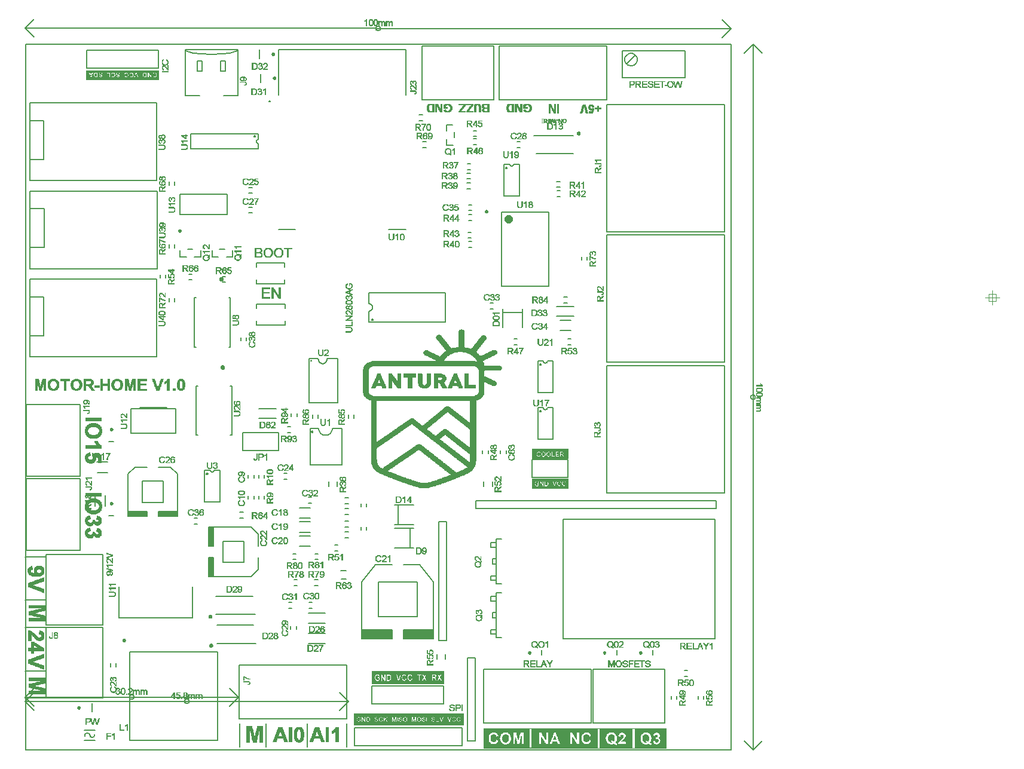
<source format=gbr>
G04 PROTEUS GERBER X2 FILE*
%TF.GenerationSoftware,Labcenter,Proteus,8.13-SP0-Build31525*%
%TF.CreationDate,2023-08-07T13:40:14+00:00*%
%TF.FileFunction,Legend,Top*%
%TF.FilePolarity,Positive*%
%TF.Part,Single*%
%TF.SameCoordinates,{8d507f11-5f74-4f73-9321-756942b8957b}*%
%FSLAX45Y45*%
%MOMM*%
G01*
%TA.AperFunction,Profile*%
%ADD58C,0.203200*%
%TA.AperFunction,Material*%
%ADD59C,0.200000*%
%ADD60C,0.063500*%
%ADD61C,0.203200*%
%ADD62C,0.250000*%
%ADD63C,0.000010*%
%ADD64C,0.600000*%
%ADD65C,0.127000*%
%TA.AperFunction,NonMaterial*%
%ADD66C,0.203200*%
%ADD67C,0.063500*%
%TA.AperFunction,Material*%
%ADD68C,0.300000*%
%TD.AperFunction*%
G36*
X-230000Y-3060000D02*
X-230000Y-2940000D01*
X+200000Y-2940000D01*
X+200000Y-3060000D01*
X-230000Y-3060000D01*
G37*
G36*
X+360000Y-3060000D02*
X+360000Y-2940000D01*
X+780000Y-2940000D01*
X+780000Y-3060000D01*
X+360000Y-3060000D01*
G37*
G36*
X-3540000Y-1330000D02*
X-3540000Y-1260000D01*
X-3270000Y-1260000D01*
X-3270000Y-1330000D01*
X-3540000Y-1330000D01*
G37*
G36*
X-3110000Y-1330000D02*
X-3110000Y-1260000D01*
X-2840000Y-1260000D01*
X-2840000Y-1330000D01*
X-3110000Y-1330000D01*
G37*
G36*
X-2400000Y-1750000D02*
X-2400000Y-1480000D01*
X-2330000Y-1480000D01*
X-2330000Y-1750000D01*
X-2400000Y-1750000D01*
G37*
G36*
X-2400000Y-2180000D02*
X-2400000Y-1910000D01*
X-2330000Y-1910000D01*
X-2330000Y-2180000D01*
X-2400000Y-2180000D01*
G37*
D58*
X-4990000Y-4640000D02*
X+5000000Y-4640000D01*
X+5000000Y+5360000D01*
X-4990000Y+5360000D01*
X-4990000Y-4640000D01*
D59*
X-1410000Y+5287000D02*
X+390000Y+5287000D01*
X-1410000Y+5287000D02*
X-1410000Y+4637000D01*
X+390000Y+5287000D02*
X+390000Y+4637000D01*
X-1410000Y+2737000D02*
X-1170000Y+2737000D01*
X+390000Y+2737000D02*
X+150000Y+2737000D01*
X-1532000Y+4553000D02*
X-1532021Y+4553499D01*
X-1532190Y+4554498D01*
X-1532544Y+4555497D01*
X-1533124Y+4556496D01*
X-1534010Y+4557481D01*
X-1535009Y+4558201D01*
X-1536008Y+4558660D01*
X-1537007Y+4558917D01*
X-1538000Y+4559000D01*
X-1544000Y+4553000D02*
X-1543979Y+4553499D01*
X-1543810Y+4554498D01*
X-1543456Y+4555497D01*
X-1542876Y+4556496D01*
X-1541990Y+4557481D01*
X-1540991Y+4558201D01*
X-1539992Y+4558660D01*
X-1538993Y+4558917D01*
X-1538000Y+4559000D01*
X-1544000Y+4553000D02*
X-1543979Y+4552501D01*
X-1543810Y+4551502D01*
X-1543456Y+4550503D01*
X-1542876Y+4549504D01*
X-1541990Y+4548519D01*
X-1540991Y+4547799D01*
X-1539992Y+4547340D01*
X-1538993Y+4547083D01*
X-1538000Y+4547000D01*
X-1532000Y+4553000D02*
X-1532021Y+4552501D01*
X-1532190Y+4551502D01*
X-1532544Y+4550503D01*
X-1533124Y+4549504D01*
X-1534010Y+4548519D01*
X-1535009Y+4547799D01*
X-1536008Y+4547340D01*
X-1537007Y+4547083D01*
X-1538000Y+4547000D01*
D60*
X+170157Y+2587655D02*
X+200637Y+2587655D01*
X+266677Y+2587655D02*
X+276837Y+2587655D01*
X+322557Y+2587655D02*
X+353037Y+2587655D01*
X+159997Y+2592735D02*
X+210797Y+2592735D01*
X+266677Y+2592735D02*
X+276837Y+2592735D01*
X+317477Y+2592735D02*
X+358117Y+2592735D01*
X+154917Y+2597815D02*
X+170157Y+2597815D01*
X+200637Y+2597815D02*
X+215877Y+2597815D01*
X+266677Y+2597815D02*
X+276837Y+2597815D01*
X+312397Y+2597815D02*
X+327637Y+2597815D01*
X+347957Y+2597815D02*
X+363197Y+2597815D01*
X+154917Y+2602895D02*
X+165077Y+2602895D01*
X+205717Y+2602895D02*
X+215877Y+2602895D01*
X+266677Y+2602895D02*
X+276837Y+2602895D01*
X+312397Y+2602895D02*
X+322557Y+2602895D01*
X+353037Y+2602895D02*
X+363197Y+2602895D01*
X+149837Y+2607975D02*
X+159997Y+2607975D01*
X+210797Y+2607975D02*
X+220957Y+2607975D01*
X+266677Y+2607975D02*
X+276837Y+2607975D01*
X+307317Y+2607975D02*
X+317477Y+2607975D01*
X+358117Y+2607975D02*
X+368277Y+2607975D01*
X+149837Y+2613055D02*
X+159997Y+2613055D01*
X+210797Y+2613055D02*
X+220957Y+2613055D01*
X+266677Y+2613055D02*
X+276837Y+2613055D01*
X+307317Y+2613055D02*
X+317477Y+2613055D01*
X+358117Y+2613055D02*
X+368277Y+2613055D01*
X+149837Y+2618135D02*
X+159997Y+2618135D01*
X+210797Y+2618135D02*
X+220957Y+2618135D01*
X+266677Y+2618135D02*
X+276837Y+2618135D01*
X+307317Y+2618135D02*
X+317477Y+2618135D01*
X+358117Y+2618135D02*
X+368277Y+2618135D01*
X+149837Y+2623215D02*
X+159997Y+2623215D01*
X+210797Y+2623215D02*
X+220957Y+2623215D01*
X+266677Y+2623215D02*
X+276837Y+2623215D01*
X+307317Y+2623215D02*
X+317477Y+2623215D01*
X+358117Y+2623215D02*
X+368277Y+2623215D01*
X+149837Y+2628295D02*
X+159997Y+2628295D01*
X+210797Y+2628295D02*
X+220957Y+2628295D01*
X+266677Y+2628295D02*
X+276837Y+2628295D01*
X+307317Y+2628295D02*
X+317477Y+2628295D01*
X+358117Y+2628295D02*
X+368277Y+2628295D01*
X+149837Y+2633375D02*
X+159997Y+2633375D01*
X+210797Y+2633375D02*
X+220957Y+2633375D01*
X+266677Y+2633375D02*
X+276837Y+2633375D01*
X+307317Y+2633375D02*
X+317477Y+2633375D01*
X+358117Y+2633375D02*
X+368277Y+2633375D01*
X+149837Y+2638455D02*
X+159997Y+2638455D01*
X+210797Y+2638455D02*
X+220957Y+2638455D01*
X+266677Y+2638455D02*
X+276837Y+2638455D01*
X+307317Y+2638455D02*
X+317477Y+2638455D01*
X+358117Y+2638455D02*
X+368277Y+2638455D01*
X+149837Y+2643535D02*
X+159997Y+2643535D01*
X+210797Y+2643535D02*
X+220957Y+2643535D01*
X+266677Y+2643535D02*
X+276837Y+2643535D01*
X+307317Y+2643535D02*
X+317477Y+2643535D01*
X+358117Y+2643535D02*
X+368277Y+2643535D01*
X+149837Y+2648615D02*
X+159997Y+2648615D01*
X+210797Y+2648615D02*
X+220957Y+2648615D01*
X+241277Y+2648615D02*
X+256517Y+2648615D01*
X+266677Y+2648615D02*
X+276837Y+2648615D01*
X+307317Y+2648615D02*
X+317477Y+2648615D01*
X+358117Y+2648615D02*
X+368277Y+2648615D01*
X+149837Y+2653695D02*
X+159997Y+2653695D01*
X+210797Y+2653695D02*
X+220957Y+2653695D01*
X+241277Y+2653695D02*
X+261597Y+2653695D01*
X+266677Y+2653695D02*
X+276837Y+2653695D01*
X+307317Y+2653695D02*
X+317477Y+2653695D01*
X+358117Y+2653695D02*
X+368277Y+2653695D01*
X+149837Y+2658775D02*
X+159997Y+2658775D01*
X+210797Y+2658775D02*
X+220957Y+2658775D01*
X+251437Y+2658775D02*
X+276837Y+2658775D01*
X+312397Y+2658775D02*
X+322557Y+2658775D01*
X+353037Y+2658775D02*
X+363197Y+2658775D01*
X+149837Y+2663855D02*
X+159997Y+2663855D01*
X+210797Y+2663855D02*
X+220957Y+2663855D01*
X+256517Y+2663855D02*
X+276837Y+2663855D01*
X+312397Y+2663855D02*
X+327637Y+2663855D01*
X+347957Y+2663855D02*
X+363197Y+2663855D01*
X+149837Y+2668935D02*
X+159997Y+2668935D01*
X+210797Y+2668935D02*
X+220957Y+2668935D01*
X+266677Y+2668935D02*
X+276837Y+2668935D01*
X+317477Y+2668935D02*
X+358117Y+2668935D01*
X+149837Y+2674015D02*
X+159997Y+2674015D01*
X+210797Y+2674015D02*
X+220957Y+2674015D01*
X+266677Y+2674015D02*
X+276837Y+2674015D01*
X+322557Y+2674015D02*
X+353037Y+2674015D01*
D61*
X-2457950Y-676480D02*
X-2376988Y-676480D01*
X-2374906Y-687101D01*
X-2369186Y-695667D01*
X-2360621Y-701386D01*
X-2350000Y-703468D01*
X-2323012Y-676480D02*
X-2325094Y-687101D01*
X-2330814Y-695667D01*
X-2339379Y-701386D01*
X-2350000Y-703468D01*
X-2323012Y-676480D02*
X-2242050Y-676480D01*
X-2381750Y-1123520D02*
X-2318250Y-1123520D01*
X-2457950Y-709500D02*
X-2457950Y-1090500D01*
X-2242050Y-709500D02*
X-2242050Y-1090500D01*
X-2457950Y-709500D02*
X-2457950Y-676480D01*
X-2242050Y-676480D02*
X-2242050Y-709500D01*
X-2318250Y-1123520D02*
X-2242050Y-1123520D01*
X-2242050Y-1090500D01*
X-2457950Y-1090500D02*
X-2457950Y-1123520D01*
X-2381750Y-1123520D01*
X-2412230Y-725756D02*
X-2412265Y-724911D01*
X-2412552Y-723220D01*
X-2413151Y-721529D01*
X-2414131Y-719838D01*
X-2415631Y-718170D01*
X-2417322Y-716950D01*
X-2419013Y-716174D01*
X-2420704Y-715737D01*
X-2422390Y-715596D01*
X-2432550Y-725756D02*
X-2432515Y-724911D01*
X-2432228Y-723220D01*
X-2431629Y-721529D01*
X-2430649Y-719838D01*
X-2429149Y-718170D01*
X-2427458Y-716950D01*
X-2425767Y-716174D01*
X-2424076Y-715737D01*
X-2422390Y-715596D01*
X-2432550Y-725756D02*
X-2432515Y-726601D01*
X-2432228Y-728292D01*
X-2431629Y-729983D01*
X-2430649Y-731674D01*
X-2429149Y-733342D01*
X-2427458Y-734562D01*
X-2425767Y-735338D01*
X-2424076Y-735775D01*
X-2422390Y-735916D01*
X-2412230Y-725756D02*
X-2412265Y-726601D01*
X-2412552Y-728292D01*
X-2413151Y-729983D01*
X-2414131Y-731674D01*
X-2415631Y-733342D01*
X-2417322Y-734562D01*
X-2419013Y-735338D01*
X-2420704Y-735775D01*
X-2422390Y-735916D01*
D60*
X-2405272Y-649785D02*
X-2374792Y-649785D01*
X-2323992Y-649785D02*
X-2298592Y-649785D01*
X-2415432Y-644705D02*
X-2364632Y-644705D01*
X-2329072Y-644705D02*
X-2288432Y-644705D01*
X-2420512Y-639625D02*
X-2405272Y-639625D01*
X-2374792Y-639625D02*
X-2359552Y-639625D01*
X-2334152Y-639625D02*
X-2323992Y-639625D01*
X-2298592Y-639625D02*
X-2283352Y-639625D01*
X-2420512Y-634545D02*
X-2410352Y-634545D01*
X-2369712Y-634545D02*
X-2359552Y-634545D01*
X-2339232Y-634545D02*
X-2323992Y-634545D01*
X-2293512Y-634545D02*
X-2278272Y-634545D01*
X-2425592Y-629465D02*
X-2415432Y-629465D01*
X-2364632Y-629465D02*
X-2354472Y-629465D01*
X-2339232Y-629465D02*
X-2329072Y-629465D01*
X-2288432Y-629465D02*
X-2278272Y-629465D01*
X-2425592Y-624385D02*
X-2415432Y-624385D01*
X-2364632Y-624385D02*
X-2354472Y-624385D01*
X-2288432Y-624385D02*
X-2278272Y-624385D01*
X-2425592Y-619305D02*
X-2415432Y-619305D01*
X-2364632Y-619305D02*
X-2354472Y-619305D01*
X-2288432Y-619305D02*
X-2278272Y-619305D01*
X-2425592Y-614225D02*
X-2415432Y-614225D01*
X-2364632Y-614225D02*
X-2354472Y-614225D01*
X-2288432Y-614225D02*
X-2278272Y-614225D01*
X-2425592Y-609145D02*
X-2415432Y-609145D01*
X-2364632Y-609145D02*
X-2354472Y-609145D01*
X-2293512Y-609145D02*
X-2283352Y-609145D01*
X-2425592Y-604065D02*
X-2415432Y-604065D01*
X-2364632Y-604065D02*
X-2354472Y-604065D01*
X-2318912Y-604065D02*
X-2288432Y-604065D01*
X-2425592Y-598985D02*
X-2415432Y-598985D01*
X-2364632Y-598985D02*
X-2354472Y-598985D01*
X-2318912Y-598985D02*
X-2293512Y-598985D01*
X-2425592Y-593905D02*
X-2415432Y-593905D01*
X-2364632Y-593905D02*
X-2354472Y-593905D01*
X-2298592Y-593905D02*
X-2288432Y-593905D01*
X-2425592Y-588825D02*
X-2415432Y-588825D01*
X-2364632Y-588825D02*
X-2354472Y-588825D01*
X-2293512Y-588825D02*
X-2283352Y-588825D01*
X-2425592Y-583745D02*
X-2415432Y-583745D01*
X-2364632Y-583745D02*
X-2354472Y-583745D01*
X-2339232Y-583745D02*
X-2329072Y-583745D01*
X-2293512Y-583745D02*
X-2283352Y-583745D01*
X-2425592Y-578665D02*
X-2415432Y-578665D01*
X-2364632Y-578665D02*
X-2354472Y-578665D01*
X-2339232Y-578665D02*
X-2323992Y-578665D01*
X-2293512Y-578665D02*
X-2283352Y-578665D01*
X-2425592Y-573585D02*
X-2415432Y-573585D01*
X-2364632Y-573585D02*
X-2354472Y-573585D01*
X-2334152Y-573585D02*
X-2318912Y-573585D01*
X-2298592Y-573585D02*
X-2283352Y-573585D01*
X-2425592Y-568505D02*
X-2415432Y-568505D01*
X-2364632Y-568505D02*
X-2354472Y-568505D01*
X-2329072Y-568505D02*
X-2288432Y-568505D01*
X-2425592Y-563425D02*
X-2415432Y-563425D01*
X-2364632Y-563425D02*
X-2354472Y-563425D01*
X-2323992Y-563425D02*
X-2298592Y-563425D01*
D61*
X-925000Y-130000D02*
X-925035Y-129169D01*
X-925316Y-127505D01*
X-925906Y-125841D01*
X-926870Y-124177D01*
X-928345Y-122536D01*
X-930009Y-121335D01*
X-931673Y-120570D01*
X-933337Y-120139D01*
X-935000Y-120000D01*
X-945000Y-130000D02*
X-944965Y-129169D01*
X-944684Y-127505D01*
X-944094Y-125841D01*
X-943130Y-124177D01*
X-941655Y-122536D01*
X-939991Y-121335D01*
X-938327Y-120570D01*
X-936663Y-120139D01*
X-935000Y-120000D01*
X-945000Y-130000D02*
X-944965Y-130831D01*
X-944684Y-132495D01*
X-944094Y-134159D01*
X-943130Y-135823D01*
X-941655Y-137464D01*
X-939991Y-138665D01*
X-938327Y-139430D01*
X-936663Y-139861D01*
X-935000Y-140000D01*
X-925000Y-130000D02*
X-925035Y-130831D01*
X-925316Y-132495D01*
X-925906Y-134159D01*
X-926870Y-135823D01*
X-928345Y-137464D01*
X-930009Y-138665D01*
X-931673Y-139430D01*
X-933337Y-139861D01*
X-935000Y-140000D01*
X-845000Y-80000D02*
X-843010Y-101703D01*
X-837285Y-121201D01*
X-828191Y-138282D01*
X-816094Y-152734D01*
X-784356Y-172900D01*
X-745000Y-180000D01*
X-645000Y-80000D02*
X-646990Y-101703D01*
X-652715Y-121201D01*
X-661809Y-138282D01*
X-673906Y-152734D01*
X-705644Y-172900D01*
X-745000Y-180000D01*
X-515000Y-80000D02*
X-645000Y-80000D01*
X-845000Y-80000D02*
X-965000Y-80000D01*
X-515000Y-600000D02*
X-965000Y-600000D01*
X-515000Y-80000D02*
X-515000Y-600000D01*
X-965000Y-80000D02*
X-965000Y-600000D01*
D60*
X-797772Y-38725D02*
X-767292Y-38725D01*
X-701252Y-38725D02*
X-691092Y-38725D01*
X-807932Y-33645D02*
X-757132Y-33645D01*
X-701252Y-33645D02*
X-691092Y-33645D01*
X-813012Y-28565D02*
X-797772Y-28565D01*
X-767292Y-28565D02*
X-752052Y-28565D01*
X-701252Y-28565D02*
X-691092Y-28565D01*
X-813012Y-23485D02*
X-802852Y-23485D01*
X-762212Y-23485D02*
X-752052Y-23485D01*
X-701252Y-23485D02*
X-691092Y-23485D01*
X-818092Y-18405D02*
X-807932Y-18405D01*
X-757132Y-18405D02*
X-746972Y-18405D01*
X-701252Y-18405D02*
X-691092Y-18405D01*
X-818092Y-13325D02*
X-807932Y-13325D01*
X-757132Y-13325D02*
X-746972Y-13325D01*
X-701252Y-13325D02*
X-691092Y-13325D01*
X-818092Y-8245D02*
X-807932Y-8245D01*
X-757132Y-8245D02*
X-746972Y-8245D01*
X-701252Y-8245D02*
X-691092Y-8245D01*
X-818092Y-3165D02*
X-807932Y-3165D01*
X-757132Y-3165D02*
X-746972Y-3165D01*
X-701252Y-3165D02*
X-691092Y-3165D01*
X-818092Y+1915D02*
X-807932Y+1915D01*
X-757132Y+1915D02*
X-746972Y+1915D01*
X-701252Y+1915D02*
X-691092Y+1915D01*
X-818092Y+6995D02*
X-807932Y+6995D01*
X-757132Y+6995D02*
X-746972Y+6995D01*
X-701252Y+6995D02*
X-691092Y+6995D01*
X-818092Y+12075D02*
X-807932Y+12075D01*
X-757132Y+12075D02*
X-746972Y+12075D01*
X-701252Y+12075D02*
X-691092Y+12075D01*
X-818092Y+17155D02*
X-807932Y+17155D01*
X-757132Y+17155D02*
X-746972Y+17155D01*
X-701252Y+17155D02*
X-691092Y+17155D01*
X-818092Y+22235D02*
X-807932Y+22235D01*
X-757132Y+22235D02*
X-746972Y+22235D01*
X-726652Y+22235D02*
X-711412Y+22235D01*
X-701252Y+22235D02*
X-691092Y+22235D01*
X-818092Y+27315D02*
X-807932Y+27315D01*
X-757132Y+27315D02*
X-746972Y+27315D01*
X-726652Y+27315D02*
X-706332Y+27315D01*
X-701252Y+27315D02*
X-691092Y+27315D01*
X-818092Y+32395D02*
X-807932Y+32395D01*
X-757132Y+32395D02*
X-746972Y+32395D01*
X-716492Y+32395D02*
X-691092Y+32395D01*
X-818092Y+37475D02*
X-807932Y+37475D01*
X-757132Y+37475D02*
X-746972Y+37475D01*
X-711412Y+37475D02*
X-691092Y+37475D01*
X-818092Y+42555D02*
X-807932Y+42555D01*
X-757132Y+42555D02*
X-746972Y+42555D01*
X-701252Y+42555D02*
X-691092Y+42555D01*
X-818092Y+47635D02*
X-807932Y+47635D01*
X-757132Y+47635D02*
X-746972Y+47635D01*
X-701252Y+47635D02*
X-691092Y+47635D01*
D61*
X-980000Y+280000D02*
X-573280Y+280120D01*
X-977140Y+910160D02*
X-850140Y+910160D01*
X-723140Y+910160D02*
X-570000Y+910000D01*
X-850140Y+910160D02*
X-845241Y+880171D01*
X-831784Y+855986D01*
X-811630Y+839839D01*
X-786640Y+833960D01*
X-723140Y+910160D02*
X-728039Y+880171D01*
X-741495Y+855986D01*
X-761649Y+839839D01*
X-786640Y+833960D01*
X-980000Y+910000D02*
X-980000Y+280000D01*
X-570000Y+910000D02*
X-570000Y+280000D01*
X-942721Y+874680D02*
X-942741Y+875152D01*
X-942901Y+876097D01*
X-943236Y+877042D01*
X-943783Y+877987D01*
X-944621Y+878919D01*
X-945566Y+879601D01*
X-946511Y+880036D01*
X-947456Y+880280D01*
X-948400Y+880359D01*
X-954079Y+874680D02*
X-954059Y+875152D01*
X-953899Y+876097D01*
X-953564Y+877042D01*
X-953017Y+877987D01*
X-952179Y+878919D01*
X-951234Y+879601D01*
X-950289Y+880036D01*
X-949344Y+880280D01*
X-948400Y+880359D01*
X-954079Y+874680D02*
X-954059Y+874208D01*
X-953899Y+873263D01*
X-953564Y+872318D01*
X-953017Y+871373D01*
X-952179Y+870441D01*
X-951234Y+869759D01*
X-950289Y+869324D01*
X-949344Y+869080D01*
X-948400Y+869001D01*
X-942721Y+874680D02*
X-942741Y+874208D01*
X-942901Y+873263D01*
X-943236Y+872318D01*
X-943783Y+871373D01*
X-944621Y+870441D01*
X-945566Y+869759D01*
X-946511Y+869324D01*
X-947456Y+869080D01*
X-948400Y+869001D01*
D60*
X-830272Y+951435D02*
X-799792Y+951435D01*
X-764232Y+951435D02*
X-703272Y+951435D01*
X-840432Y+956515D02*
X-789632Y+956515D01*
X-764232Y+956515D02*
X-703272Y+956515D01*
X-845512Y+961595D02*
X-830272Y+961595D01*
X-799792Y+961595D02*
X-784552Y+961595D01*
X-759152Y+961595D02*
X-748992Y+961595D01*
X-845512Y+966675D02*
X-835352Y+966675D01*
X-794712Y+966675D02*
X-784552Y+966675D01*
X-754072Y+966675D02*
X-743912Y+966675D01*
X-850592Y+971755D02*
X-840432Y+971755D01*
X-789632Y+971755D02*
X-779472Y+971755D01*
X-748992Y+971755D02*
X-733752Y+971755D01*
X-850592Y+976835D02*
X-840432Y+976835D01*
X-789632Y+976835D02*
X-779472Y+976835D01*
X-743912Y+976835D02*
X-728672Y+976835D01*
X-850592Y+981915D02*
X-840432Y+981915D01*
X-789632Y+981915D02*
X-779472Y+981915D01*
X-733752Y+981915D02*
X-723592Y+981915D01*
X-850592Y+986995D02*
X-840432Y+986995D01*
X-789632Y+986995D02*
X-779472Y+986995D01*
X-728672Y+986995D02*
X-718512Y+986995D01*
X-850592Y+992075D02*
X-840432Y+992075D01*
X-789632Y+992075D02*
X-779472Y+992075D01*
X-723592Y+992075D02*
X-713432Y+992075D01*
X-850592Y+997155D02*
X-840432Y+997155D01*
X-789632Y+997155D02*
X-779472Y+997155D01*
X-718512Y+997155D02*
X-708352Y+997155D01*
X-850592Y+1002235D02*
X-840432Y+1002235D01*
X-789632Y+1002235D02*
X-779472Y+1002235D01*
X-718512Y+1002235D02*
X-708352Y+1002235D01*
X-850592Y+1007315D02*
X-840432Y+1007315D01*
X-789632Y+1007315D02*
X-779472Y+1007315D01*
X-713432Y+1007315D02*
X-703272Y+1007315D01*
X-850592Y+1012395D02*
X-840432Y+1012395D01*
X-789632Y+1012395D02*
X-779472Y+1012395D01*
X-713432Y+1012395D02*
X-703272Y+1012395D01*
X-850592Y+1017475D02*
X-840432Y+1017475D01*
X-789632Y+1017475D02*
X-779472Y+1017475D01*
X-764232Y+1017475D02*
X-754072Y+1017475D01*
X-713432Y+1017475D02*
X-703272Y+1017475D01*
X-850592Y+1022555D02*
X-840432Y+1022555D01*
X-789632Y+1022555D02*
X-779472Y+1022555D01*
X-764232Y+1022555D02*
X-754072Y+1022555D01*
X-718512Y+1022555D02*
X-703272Y+1022555D01*
X-850592Y+1027635D02*
X-840432Y+1027635D01*
X-789632Y+1027635D02*
X-779472Y+1027635D01*
X-759152Y+1027635D02*
X-743912Y+1027635D01*
X-723592Y+1027635D02*
X-708352Y+1027635D01*
X-850592Y+1032715D02*
X-840432Y+1032715D01*
X-789632Y+1032715D02*
X-779472Y+1032715D01*
X-754072Y+1032715D02*
X-713432Y+1032715D01*
X-850592Y+1037795D02*
X-840432Y+1037795D01*
X-789632Y+1037795D02*
X-779472Y+1037795D01*
X-748992Y+1037795D02*
X-718512Y+1037795D01*
D62*
X-3767500Y-95000D02*
X-3767543Y-93961D01*
X-3767895Y-91882D01*
X-3768632Y-89803D01*
X-3769836Y-87724D01*
X-3771677Y-85674D01*
X-3773756Y-84171D01*
X-3775835Y-83214D01*
X-3777914Y-82675D01*
X-3779993Y-82500D01*
X-3780000Y-82500D01*
X-3792500Y-95000D02*
X-3792457Y-93961D01*
X-3792105Y-91882D01*
X-3791368Y-89803D01*
X-3790164Y-87724D01*
X-3788323Y-85674D01*
X-3786244Y-84171D01*
X-3784165Y-83214D01*
X-3782086Y-82675D01*
X-3780007Y-82500D01*
X-3780000Y-82500D01*
X-3792500Y-95000D02*
X-3792457Y-96039D01*
X-3792105Y-98118D01*
X-3791368Y-100197D01*
X-3790164Y-102276D01*
X-3788323Y-104326D01*
X-3786244Y-105829D01*
X-3784165Y-106786D01*
X-3782086Y-107325D01*
X-3780007Y-107500D01*
X-3780000Y-107500D01*
X-3767500Y-95000D02*
X-3767543Y-96039D01*
X-3767895Y-98118D01*
X-3768632Y-100197D01*
X-3769836Y-102276D01*
X-3771677Y-104326D01*
X-3773756Y-105829D01*
X-3775835Y-106786D01*
X-3777914Y-107325D01*
X-3779993Y-107500D01*
X-3780000Y-107500D01*
D59*
X-3745000Y-270000D02*
X-3815000Y-270000D01*
D62*
X-3767500Y-1145000D02*
X-3767543Y-1143961D01*
X-3767895Y-1141882D01*
X-3768632Y-1139803D01*
X-3769836Y-1137724D01*
X-3771677Y-1135674D01*
X-3773756Y-1134171D01*
X-3775835Y-1133214D01*
X-3777914Y-1132675D01*
X-3779993Y-1132500D01*
X-3780000Y-1132500D01*
X-3792500Y-1145000D02*
X-3792457Y-1143961D01*
X-3792105Y-1141882D01*
X-3791368Y-1139803D01*
X-3790164Y-1137724D01*
X-3788323Y-1135674D01*
X-3786244Y-1134171D01*
X-3784165Y-1133214D01*
X-3782086Y-1132675D01*
X-3780007Y-1132500D01*
X-3780000Y-1132500D01*
X-3792500Y-1145000D02*
X-3792457Y-1146039D01*
X-3792105Y-1148118D01*
X-3791368Y-1150197D01*
X-3790164Y-1152276D01*
X-3788323Y-1154326D01*
X-3786244Y-1155829D01*
X-3784165Y-1156786D01*
X-3782086Y-1157325D01*
X-3780007Y-1157500D01*
X-3780000Y-1157500D01*
X-3767500Y-1145000D02*
X-3767543Y-1146039D01*
X-3767895Y-1148118D01*
X-3768632Y-1150197D01*
X-3769836Y-1152276D01*
X-3771677Y-1154326D01*
X-3773756Y-1155829D01*
X-3775835Y-1156786D01*
X-3777914Y-1157325D01*
X-3779993Y-1157500D01*
X-3780000Y-1157500D01*
D59*
X-3745000Y-1320000D02*
X-3815000Y-1320000D01*
D61*
X-1840640Y-1086500D02*
X-1840640Y-1040780D01*
X-1759360Y-1086500D02*
X-1759360Y-1040780D01*
D60*
X-1982245Y-1148903D02*
X-1982245Y-1118423D01*
X-1982245Y-1057463D02*
X-1982245Y-1047303D01*
X-1982245Y-1006663D02*
X-1982245Y-976183D01*
X-1977165Y-1164143D02*
X-1977165Y-1108263D01*
X-1977165Y-1057463D02*
X-1977165Y-1047303D01*
X-1977165Y-1011743D02*
X-1977165Y-971103D01*
X-1972085Y-1169223D02*
X-1972085Y-1148903D01*
X-1972085Y-1118423D02*
X-1972085Y-1103183D01*
X-1972085Y-1067623D02*
X-1972085Y-1047303D01*
X-1972085Y-1016823D02*
X-1972085Y-1001583D01*
X-1972085Y-981263D02*
X-1972085Y-966023D01*
X-1967005Y-1174303D02*
X-1967005Y-1159063D01*
X-1967005Y-1113343D02*
X-1967005Y-1103183D01*
X-1967005Y-1072703D02*
X-1967005Y-1047303D01*
X-1967005Y-1016823D02*
X-1967005Y-1006663D01*
X-1967005Y-976183D02*
X-1967005Y-966023D01*
X-1961925Y-1174303D02*
X-1961925Y-1164143D01*
X-1961925Y-1108263D02*
X-1961925Y-1098103D01*
X-1961925Y-1082863D02*
X-1961925Y-1062543D01*
X-1961925Y-1057463D02*
X-1961925Y-1047303D01*
X-1961925Y-1021903D02*
X-1961925Y-1011743D01*
X-1961925Y-971103D02*
X-1961925Y-960943D01*
X-1956845Y-1174303D02*
X-1956845Y-1164143D01*
X-1956845Y-1082863D02*
X-1956845Y-1067623D01*
X-1956845Y-1057463D02*
X-1956845Y-1047303D01*
X-1956845Y-1021903D02*
X-1956845Y-1011743D01*
X-1956845Y-971103D02*
X-1956845Y-960943D01*
X-1951765Y-1179383D02*
X-1951765Y-1169223D01*
X-1951765Y-1057463D02*
X-1951765Y-1047303D01*
X-1951765Y-1021903D02*
X-1951765Y-1011743D01*
X-1951765Y-971103D02*
X-1951765Y-960943D01*
X-1946685Y-1179383D02*
X-1946685Y-1169223D01*
X-1946685Y-1057463D02*
X-1946685Y-1047303D01*
X-1946685Y-1021903D02*
X-1946685Y-1011743D01*
X-1946685Y-971103D02*
X-1946685Y-960943D01*
X-1941605Y-1179383D02*
X-1941605Y-1169223D01*
X-1941605Y-1057463D02*
X-1941605Y-1047303D01*
X-1941605Y-1021903D02*
X-1941605Y-1011743D01*
X-1941605Y-971103D02*
X-1941605Y-960943D01*
X-1936525Y-1179383D02*
X-1936525Y-1169223D01*
X-1936525Y-1057463D02*
X-1936525Y-1047303D01*
X-1936525Y-1021903D02*
X-1936525Y-1011743D01*
X-1936525Y-971103D02*
X-1936525Y-960943D01*
X-1931445Y-1179383D02*
X-1931445Y-1169223D01*
X-1931445Y-1057463D02*
X-1931445Y-1047303D01*
X-1931445Y-1021903D02*
X-1931445Y-1011743D01*
X-1931445Y-971103D02*
X-1931445Y-960943D01*
X-1926365Y-1179383D02*
X-1926365Y-1169223D01*
X-1926365Y-1057463D02*
X-1926365Y-1047303D01*
X-1926365Y-1021903D02*
X-1926365Y-1011743D01*
X-1926365Y-971103D02*
X-1926365Y-960943D01*
X-1921285Y-1174303D02*
X-1921285Y-1164143D01*
X-1921285Y-1108263D02*
X-1921285Y-1098103D01*
X-1921285Y-1057463D02*
X-1921285Y-1047303D01*
X-1921285Y-1021903D02*
X-1921285Y-1011743D01*
X-1921285Y-971103D02*
X-1921285Y-960943D01*
X-1916205Y-1174303D02*
X-1916205Y-1164143D01*
X-1916205Y-1113343D02*
X-1916205Y-1098103D01*
X-1916205Y-1057463D02*
X-1916205Y-1047303D01*
X-1916205Y-1021903D02*
X-1916205Y-1011743D01*
X-1916205Y-971103D02*
X-1916205Y-960943D01*
X-1911125Y-1174303D02*
X-1911125Y-1159063D01*
X-1911125Y-1118423D02*
X-1911125Y-1103183D01*
X-1911125Y-1057463D02*
X-1911125Y-1047303D01*
X-1911125Y-1016823D02*
X-1911125Y-1006663D01*
X-1911125Y-976183D02*
X-1911125Y-966023D01*
X-1906045Y-1169223D02*
X-1906045Y-1148903D01*
X-1906045Y-1123503D02*
X-1906045Y-1108263D01*
X-1906045Y-1057463D02*
X-1906045Y-1047303D01*
X-1906045Y-1016823D02*
X-1906045Y-1001583D01*
X-1906045Y-981263D02*
X-1906045Y-966023D01*
X-1900965Y-1164143D02*
X-1900965Y-1113343D01*
X-1900965Y-1057463D02*
X-1900965Y-1047303D01*
X-1900965Y-1011743D02*
X-1900965Y-971103D01*
X-1895885Y-1153983D02*
X-1895885Y-1123503D01*
X-1895885Y-1057463D02*
X-1895885Y-1047303D01*
X-1895885Y-1006663D02*
X-1895885Y-976183D01*
D61*
X-1840640Y-787860D02*
X-1840640Y-742140D01*
X-1759360Y-787860D02*
X-1759360Y-742140D01*
D60*
X-1982245Y-815192D02*
X-1982245Y-784712D01*
X-1982245Y-738992D02*
X-1982245Y-713592D01*
X-1977165Y-830432D02*
X-1977165Y-774552D01*
X-1977165Y-744072D02*
X-1977165Y-703432D01*
X-1972085Y-835512D02*
X-1972085Y-815192D01*
X-1972085Y-784712D02*
X-1972085Y-769472D01*
X-1972085Y-749152D02*
X-1972085Y-733912D01*
X-1972085Y-713592D02*
X-1972085Y-698352D01*
X-1967005Y-840592D02*
X-1967005Y-825352D01*
X-1967005Y-779632D02*
X-1967005Y-769472D01*
X-1967005Y-754232D02*
X-1967005Y-738992D01*
X-1967005Y-708512D02*
X-1967005Y-698352D01*
X-1961925Y-840592D02*
X-1961925Y-830432D01*
X-1961925Y-774552D02*
X-1961925Y-764392D01*
X-1961925Y-754232D02*
X-1961925Y-744072D01*
X-1961925Y-703432D02*
X-1961925Y-693272D01*
X-1956845Y-840592D02*
X-1956845Y-830432D01*
X-1956845Y-754232D02*
X-1956845Y-744072D01*
X-1956845Y-703432D02*
X-1956845Y-693272D01*
X-1951765Y-845672D02*
X-1951765Y-835512D01*
X-1951765Y-754232D02*
X-1951765Y-744072D01*
X-1951765Y-703432D02*
X-1951765Y-693272D01*
X-1946685Y-845672D02*
X-1946685Y-835512D01*
X-1946685Y-754232D02*
X-1946685Y-744072D01*
X-1946685Y-703432D02*
X-1946685Y-693272D01*
X-1941605Y-845672D02*
X-1941605Y-835512D01*
X-1941605Y-754232D02*
X-1941605Y-738992D01*
X-1941605Y-708512D02*
X-1941605Y-693272D01*
X-1936525Y-845672D02*
X-1936525Y-835512D01*
X-1936525Y-749152D02*
X-1936525Y-733912D01*
X-1936525Y-713592D02*
X-1936525Y-693272D01*
X-1931445Y-845672D02*
X-1931445Y-835512D01*
X-1931445Y-744072D02*
X-1931445Y-708512D01*
X-1931445Y-703432D02*
X-1931445Y-693272D01*
X-1926365Y-845672D02*
X-1926365Y-835512D01*
X-1926365Y-738992D02*
X-1926365Y-713592D01*
X-1926365Y-703432D02*
X-1926365Y-693272D01*
X-1921285Y-840592D02*
X-1921285Y-830432D01*
X-1921285Y-774552D02*
X-1921285Y-764392D01*
X-1921285Y-703432D02*
X-1921285Y-693272D01*
X-1916205Y-840592D02*
X-1916205Y-830432D01*
X-1916205Y-779632D02*
X-1916205Y-764392D01*
X-1916205Y-754232D02*
X-1916205Y-744072D01*
X-1916205Y-708512D02*
X-1916205Y-698352D01*
X-1911125Y-840592D02*
X-1911125Y-825352D01*
X-1911125Y-784712D02*
X-1911125Y-769472D01*
X-1911125Y-754232D02*
X-1911125Y-738992D01*
X-1911125Y-708512D02*
X-1911125Y-698352D01*
X-1906045Y-835512D02*
X-1906045Y-815192D01*
X-1906045Y-789792D02*
X-1906045Y-774552D01*
X-1906045Y-749152D02*
X-1906045Y-738992D01*
X-1906045Y-713592D02*
X-1906045Y-703432D01*
X-1900965Y-830432D02*
X-1900965Y-779632D01*
X-1900965Y-749152D02*
X-1900965Y-708512D01*
X-1895885Y-820272D02*
X-1895885Y-789792D01*
X-1895885Y-738992D02*
X-1895885Y-713592D01*
D61*
X-1609360Y-1040780D02*
X-1609360Y-1086500D01*
X-1690640Y-1040780D02*
X-1690640Y-1086500D01*
D60*
X-1578245Y-1139232D02*
X-1578245Y-1083352D01*
X-1578245Y-1037632D02*
X-1578245Y-1012232D01*
X-1573165Y-1139232D02*
X-1573165Y-1073192D01*
X-1573165Y-1042712D02*
X-1573165Y-1002072D01*
X-1568085Y-1139232D02*
X-1568085Y-1129072D01*
X-1568085Y-1088432D02*
X-1568085Y-1073192D01*
X-1568085Y-1047792D02*
X-1568085Y-1032552D01*
X-1568085Y-1012232D02*
X-1568085Y-996992D01*
X-1563005Y-1139232D02*
X-1563005Y-1129072D01*
X-1563005Y-1078272D02*
X-1563005Y-1068112D01*
X-1563005Y-1052872D02*
X-1563005Y-1037632D01*
X-1563005Y-1007152D02*
X-1563005Y-996992D01*
X-1557925Y-1139232D02*
X-1557925Y-1129072D01*
X-1557925Y-1078272D02*
X-1557925Y-1068112D01*
X-1557925Y-1052872D02*
X-1557925Y-1042712D01*
X-1557925Y-1002072D02*
X-1557925Y-991912D01*
X-1552845Y-1139232D02*
X-1552845Y-1129072D01*
X-1552845Y-1078272D02*
X-1552845Y-1068112D01*
X-1552845Y-1052872D02*
X-1552845Y-1042712D01*
X-1552845Y-1002072D02*
X-1552845Y-991912D01*
X-1547765Y-1139232D02*
X-1547765Y-1129072D01*
X-1547765Y-1083352D02*
X-1547765Y-1068112D01*
X-1547765Y-1052872D02*
X-1547765Y-1042712D01*
X-1547765Y-1002072D02*
X-1547765Y-991912D01*
X-1542685Y-1139232D02*
X-1542685Y-1129072D01*
X-1542685Y-1088432D02*
X-1542685Y-1073192D01*
X-1542685Y-1052872D02*
X-1542685Y-1042712D01*
X-1542685Y-1002072D02*
X-1542685Y-991912D01*
X-1537605Y-1139232D02*
X-1537605Y-1073192D01*
X-1537605Y-1052872D02*
X-1537605Y-1037632D01*
X-1537605Y-1007152D02*
X-1537605Y-991912D01*
X-1532525Y-1139232D02*
X-1532525Y-1083352D01*
X-1532525Y-1047792D02*
X-1532525Y-1032552D01*
X-1532525Y-1012232D02*
X-1532525Y-991912D01*
X-1527445Y-1139232D02*
X-1527445Y-1129072D01*
X-1527445Y-1103672D02*
X-1527445Y-1088432D01*
X-1527445Y-1042712D02*
X-1527445Y-1007152D01*
X-1527445Y-1002072D02*
X-1527445Y-991912D01*
X-1522365Y-1139232D02*
X-1522365Y-1129072D01*
X-1522365Y-1098592D02*
X-1522365Y-1088432D01*
X-1522365Y-1037632D02*
X-1522365Y-1012232D01*
X-1522365Y-1002072D02*
X-1522365Y-991912D01*
X-1517285Y-1139232D02*
X-1517285Y-1129072D01*
X-1517285Y-1098592D02*
X-1517285Y-1083352D01*
X-1517285Y-1002072D02*
X-1517285Y-991912D01*
X-1512205Y-1139232D02*
X-1512205Y-1129072D01*
X-1512205Y-1093512D02*
X-1512205Y-1078272D01*
X-1512205Y-1052872D02*
X-1512205Y-1042712D01*
X-1512205Y-1007152D02*
X-1512205Y-996992D01*
X-1507125Y-1139232D02*
X-1507125Y-1129072D01*
X-1507125Y-1088432D02*
X-1507125Y-1073192D01*
X-1507125Y-1052872D02*
X-1507125Y-1037632D01*
X-1507125Y-1007152D02*
X-1507125Y-996992D01*
X-1502045Y-1139232D02*
X-1502045Y-1129072D01*
X-1502045Y-1088432D02*
X-1502045Y-1073192D01*
X-1502045Y-1047792D02*
X-1502045Y-1037632D01*
X-1502045Y-1012232D02*
X-1502045Y-1002072D01*
X-1496965Y-1139232D02*
X-1496965Y-1129072D01*
X-1496965Y-1083352D02*
X-1496965Y-1068112D01*
X-1496965Y-1047792D02*
X-1496965Y-1007152D01*
X-1491885Y-1139232D02*
X-1491885Y-1129072D01*
X-1491885Y-1078272D02*
X-1491885Y-1063032D01*
X-1491885Y-1037632D02*
X-1491885Y-1012232D01*
D61*
X-1609360Y-742140D02*
X-1609360Y-787860D01*
X-1690640Y-742140D02*
X-1690640Y-787860D01*
D60*
X-1578245Y-875663D02*
X-1578245Y-819783D01*
X-1578245Y-758823D02*
X-1578245Y-748663D01*
X-1578245Y-708023D02*
X-1578245Y-677543D01*
X-1573165Y-875663D02*
X-1573165Y-809623D01*
X-1573165Y-758823D02*
X-1573165Y-748663D01*
X-1573165Y-713103D02*
X-1573165Y-672463D01*
X-1568085Y-875663D02*
X-1568085Y-865503D01*
X-1568085Y-824863D02*
X-1568085Y-809623D01*
X-1568085Y-768983D02*
X-1568085Y-748663D01*
X-1568085Y-718183D02*
X-1568085Y-702943D01*
X-1568085Y-682623D02*
X-1568085Y-667383D01*
X-1563005Y-875663D02*
X-1563005Y-865503D01*
X-1563005Y-814703D02*
X-1563005Y-804543D01*
X-1563005Y-774063D02*
X-1563005Y-748663D01*
X-1563005Y-718183D02*
X-1563005Y-708023D01*
X-1563005Y-677543D02*
X-1563005Y-667383D01*
X-1557925Y-875663D02*
X-1557925Y-865503D01*
X-1557925Y-814703D02*
X-1557925Y-804543D01*
X-1557925Y-784223D02*
X-1557925Y-763903D01*
X-1557925Y-758823D02*
X-1557925Y-748663D01*
X-1557925Y-723263D02*
X-1557925Y-713103D01*
X-1557925Y-672463D02*
X-1557925Y-662303D01*
X-1552845Y-875663D02*
X-1552845Y-865503D01*
X-1552845Y-814703D02*
X-1552845Y-804543D01*
X-1552845Y-784223D02*
X-1552845Y-768983D01*
X-1552845Y-758823D02*
X-1552845Y-748663D01*
X-1552845Y-723263D02*
X-1552845Y-713103D01*
X-1552845Y-672463D02*
X-1552845Y-662303D01*
X-1547765Y-875663D02*
X-1547765Y-865503D01*
X-1547765Y-819783D02*
X-1547765Y-804543D01*
X-1547765Y-758823D02*
X-1547765Y-748663D01*
X-1547765Y-723263D02*
X-1547765Y-713103D01*
X-1547765Y-672463D02*
X-1547765Y-662303D01*
X-1542685Y-875663D02*
X-1542685Y-865503D01*
X-1542685Y-824863D02*
X-1542685Y-809623D01*
X-1542685Y-758823D02*
X-1542685Y-748663D01*
X-1542685Y-723263D02*
X-1542685Y-713103D01*
X-1542685Y-672463D02*
X-1542685Y-662303D01*
X-1537605Y-875663D02*
X-1537605Y-809623D01*
X-1537605Y-758823D02*
X-1537605Y-748663D01*
X-1537605Y-723263D02*
X-1537605Y-713103D01*
X-1537605Y-672463D02*
X-1537605Y-662303D01*
X-1532525Y-875663D02*
X-1532525Y-819783D01*
X-1532525Y-758823D02*
X-1532525Y-748663D01*
X-1532525Y-723263D02*
X-1532525Y-713103D01*
X-1532525Y-672463D02*
X-1532525Y-662303D01*
X-1527445Y-875663D02*
X-1527445Y-865503D01*
X-1527445Y-840103D02*
X-1527445Y-824863D01*
X-1527445Y-758823D02*
X-1527445Y-748663D01*
X-1527445Y-723263D02*
X-1527445Y-713103D01*
X-1527445Y-672463D02*
X-1527445Y-662303D01*
X-1522365Y-875663D02*
X-1522365Y-865503D01*
X-1522365Y-835023D02*
X-1522365Y-824863D01*
X-1522365Y-758823D02*
X-1522365Y-748663D01*
X-1522365Y-723263D02*
X-1522365Y-713103D01*
X-1522365Y-672463D02*
X-1522365Y-662303D01*
X-1517285Y-875663D02*
X-1517285Y-865503D01*
X-1517285Y-835023D02*
X-1517285Y-819783D01*
X-1517285Y-758823D02*
X-1517285Y-748663D01*
X-1517285Y-723263D02*
X-1517285Y-713103D01*
X-1517285Y-672463D02*
X-1517285Y-662303D01*
X-1512205Y-875663D02*
X-1512205Y-865503D01*
X-1512205Y-829943D02*
X-1512205Y-814703D01*
X-1512205Y-758823D02*
X-1512205Y-748663D01*
X-1512205Y-723263D02*
X-1512205Y-713103D01*
X-1512205Y-672463D02*
X-1512205Y-662303D01*
X-1507125Y-875663D02*
X-1507125Y-865503D01*
X-1507125Y-824863D02*
X-1507125Y-809623D01*
X-1507125Y-758823D02*
X-1507125Y-748663D01*
X-1507125Y-718183D02*
X-1507125Y-708023D01*
X-1507125Y-677543D02*
X-1507125Y-667383D01*
X-1502045Y-875663D02*
X-1502045Y-865503D01*
X-1502045Y-824863D02*
X-1502045Y-809623D01*
X-1502045Y-758823D02*
X-1502045Y-748663D01*
X-1502045Y-718183D02*
X-1502045Y-702943D01*
X-1502045Y-682623D02*
X-1502045Y-667383D01*
X-1496965Y-875663D02*
X-1496965Y-865503D01*
X-1496965Y-819783D02*
X-1496965Y-804543D01*
X-1496965Y-758823D02*
X-1496965Y-748663D01*
X-1496965Y-713103D02*
X-1496965Y-672463D01*
X-1491885Y-875663D02*
X-1491885Y-865503D01*
X-1491885Y-814703D02*
X-1491885Y-799463D01*
X-1491885Y-758823D02*
X-1491885Y-748663D01*
X-1491885Y-708023D02*
X-1491885Y-677543D01*
D61*
X-423500Y-1480640D02*
X-469220Y-1480640D01*
X-423500Y-1399360D02*
X-469220Y-1399360D01*
X-423500Y-1150640D02*
X-469220Y-1150640D01*
X-423500Y-1069360D02*
X-469220Y-1069360D01*
X-469220Y-1549360D02*
X-423500Y-1549360D01*
X-469220Y-1630640D02*
X-423500Y-1630640D01*
X-469220Y-1219360D02*
X-423500Y-1219360D01*
X-469220Y-1300640D02*
X-423500Y-1300640D01*
X-243250Y-1526500D02*
X-243250Y-1480780D01*
X-161970Y-1526500D02*
X-161970Y-1480780D01*
X-243250Y-1196500D02*
X-243250Y-1150780D01*
X-161970Y-1196500D02*
X-161970Y-1150780D01*
X-4700000Y-3900000D02*
X-3900000Y-3900000D01*
X-3900000Y-2900000D01*
X-4700000Y-2900000D01*
X-4700000Y-3900000D01*
D60*
X-4661550Y-3043485D02*
X-4661550Y-3028245D01*
X-4656470Y-3053645D02*
X-4656470Y-3028245D01*
X-4651390Y-3058725D02*
X-4651390Y-3043485D01*
X-4646310Y-3058725D02*
X-4646310Y-3048565D01*
X-4641230Y-3058725D02*
X-4641230Y-3048565D01*
X-4636150Y-3058725D02*
X-4636150Y-3048565D01*
X-4631070Y-3058725D02*
X-4631070Y-3048565D01*
X-4625990Y-3053645D02*
X-4625990Y-3043485D01*
X-4620910Y-3053645D02*
X-4620910Y-2967285D01*
X-4615830Y-3043485D02*
X-4615830Y-2967285D01*
X-4595510Y-3043485D02*
X-4595510Y-3018085D01*
X-4590430Y-3048565D02*
X-4590430Y-3013005D01*
X-4590430Y-2997765D02*
X-4590430Y-2977445D01*
X-4585350Y-3053645D02*
X-4585350Y-3043485D01*
X-4585350Y-3023165D02*
X-4585350Y-3007925D01*
X-4585350Y-3002845D02*
X-4585350Y-2972365D01*
X-4580270Y-3058725D02*
X-4580270Y-3043485D01*
X-4580270Y-3013005D02*
X-4580270Y-2997765D01*
X-4580270Y-2982525D02*
X-4580270Y-2972365D01*
X-4575190Y-3058725D02*
X-4575190Y-3048565D01*
X-4575190Y-3013005D02*
X-4575190Y-3002845D01*
X-4575190Y-2977445D02*
X-4575190Y-2967285D01*
X-4570110Y-3058725D02*
X-4570110Y-3048565D01*
X-4570110Y-3013005D02*
X-4570110Y-3002845D01*
X-4570110Y-2977445D02*
X-4570110Y-2967285D01*
X-4565030Y-3058725D02*
X-4565030Y-3048565D01*
X-4565030Y-3013005D02*
X-4565030Y-3002845D01*
X-4565030Y-2977445D02*
X-4565030Y-2967285D01*
X-4559950Y-3058725D02*
X-4559950Y-3048565D01*
X-4559950Y-3013005D02*
X-4559950Y-3002845D01*
X-4559950Y-2977445D02*
X-4559950Y-2967285D01*
X-4554870Y-3058725D02*
X-4554870Y-3048565D01*
X-4554870Y-3018085D02*
X-4554870Y-2997765D01*
X-4554870Y-2982525D02*
X-4554870Y-2972365D01*
X-4549790Y-3053645D02*
X-4549790Y-3043485D01*
X-4549790Y-3023165D02*
X-4549790Y-3007925D01*
X-4549790Y-3002845D02*
X-4549790Y-2972365D01*
X-4544710Y-3048565D02*
X-4544710Y-3013005D01*
X-4544710Y-2997765D02*
X-4544710Y-2977445D01*
X-4539630Y-3043485D02*
X-4539630Y-3018085D01*
D61*
X-4008860Y-4503660D02*
X-4161260Y-4503660D01*
X-4011400Y-4356340D02*
X-4161260Y-4356340D01*
X-4015040Y-4420000D02*
X-4019356Y-4439521D01*
X-4029884Y-4454297D01*
X-4042989Y-4461924D01*
X-4055040Y-4460000D01*
X-4057477Y-4461517D01*
X-4062345Y-4459131D01*
X-4075978Y-4446016D01*
X-4089142Y-4427393D01*
X-4095040Y-4410000D01*
X-4155040Y-4440000D02*
X-4150724Y-4420479D01*
X-4140196Y-4405703D01*
X-4127091Y-4398076D01*
X-4115040Y-4400000D01*
X-4112603Y-4398483D01*
X-4107735Y-4400869D01*
X-4094102Y-4413984D01*
X-4080938Y-4432607D01*
X-4075040Y-4450000D01*
D60*
X-3846011Y-4485105D02*
X-3835851Y-4485105D01*
X-3744411Y-4485105D02*
X-3734251Y-4485105D01*
X-3846011Y-4480025D02*
X-3835851Y-4480025D01*
X-3744411Y-4480025D02*
X-3734251Y-4480025D01*
X-3846011Y-4474945D02*
X-3835851Y-4474945D01*
X-3744411Y-4474945D02*
X-3734251Y-4474945D01*
X-3846011Y-4469865D02*
X-3835851Y-4469865D01*
X-3744411Y-4469865D02*
X-3734251Y-4469865D01*
X-3846011Y-4464785D02*
X-3835851Y-4464785D01*
X-3744411Y-4464785D02*
X-3734251Y-4464785D01*
X-3846011Y-4459705D02*
X-3835851Y-4459705D01*
X-3744411Y-4459705D02*
X-3734251Y-4459705D01*
X-3846011Y-4454625D02*
X-3835851Y-4454625D01*
X-3744411Y-4454625D02*
X-3734251Y-4454625D01*
X-3846011Y-4449545D02*
X-3835851Y-4449545D01*
X-3744411Y-4449545D02*
X-3734251Y-4449545D01*
X-3846011Y-4444465D02*
X-3790131Y-4444465D01*
X-3744411Y-4444465D02*
X-3734251Y-4444465D01*
X-3846011Y-4439385D02*
X-3790131Y-4439385D01*
X-3744411Y-4439385D02*
X-3734251Y-4439385D01*
X-3846011Y-4434305D02*
X-3835851Y-4434305D01*
X-3744411Y-4434305D02*
X-3734251Y-4434305D01*
X-3846011Y-4429225D02*
X-3835851Y-4429225D01*
X-3744411Y-4429225D02*
X-3734251Y-4429225D01*
X-3846011Y-4424145D02*
X-3835851Y-4424145D01*
X-3769811Y-4424145D02*
X-3754571Y-4424145D01*
X-3744411Y-4424145D02*
X-3734251Y-4424145D01*
X-3846011Y-4419065D02*
X-3835851Y-4419065D01*
X-3769811Y-4419065D02*
X-3749491Y-4419065D01*
X-3744411Y-4419065D02*
X-3734251Y-4419065D01*
X-3846011Y-4413985D02*
X-3835851Y-4413985D01*
X-3759651Y-4413985D02*
X-3734251Y-4413985D01*
X-3846011Y-4408905D02*
X-3835851Y-4408905D01*
X-3754571Y-4408905D02*
X-3734251Y-4408905D01*
X-3846011Y-4403825D02*
X-3785051Y-4403825D01*
X-3744411Y-4403825D02*
X-3734251Y-4403825D01*
X-3846011Y-4398745D02*
X-3785051Y-4398745D01*
X-3744411Y-4398745D02*
X-3734251Y-4398745D01*
D59*
X-2285000Y-3130000D02*
X-1733000Y-3130000D01*
X-1765000Y-2870000D02*
X-2285000Y-2870000D01*
D60*
X-2365000Y-3180000D02*
X-2365000Y-3180000D01*
X-2365000Y-3140000D02*
X-2365000Y-3140000D01*
X-2365001Y-3180000D02*
X-2364999Y-3180000D01*
X-2365001Y-3140000D02*
X-2364999Y-3140000D01*
X-2365002Y-3180000D02*
X-2364998Y-3180000D01*
X-2365002Y-3140000D02*
X-2364998Y-3140000D01*
X-2365003Y-3180000D02*
X-2364997Y-3180000D01*
X-2365003Y-3140000D02*
X-2364997Y-3140000D01*
X-2365004Y-3180000D02*
X-2364996Y-3180000D01*
X-2365004Y-3140000D02*
X-2364996Y-3140000D01*
X-2365005Y-3180000D02*
X-2364995Y-3180000D01*
X-2365005Y-3140000D02*
X-2364995Y-3140000D01*
X-2365006Y-3180000D02*
X-2364994Y-3180000D01*
X-2365006Y-3140000D02*
X-2364994Y-3140000D01*
X-2365007Y-3180000D02*
X-2364993Y-3180000D01*
X-2365007Y-3140000D02*
X-2364993Y-3140000D01*
X-2365008Y-3180000D02*
X-2364992Y-3180000D01*
X-2365008Y-3140000D02*
X-2364992Y-3140000D01*
X-2365009Y-3180000D02*
X-2364991Y-3180000D01*
X-2365009Y-3140000D02*
X-2364991Y-3140000D01*
X-2365010Y-3180000D02*
X-2364990Y-3180000D01*
X-2365010Y-3140000D02*
X-2364990Y-3140000D01*
X-2365011Y-3180000D02*
X-2364989Y-3180000D01*
X-2365011Y-3140000D02*
X-2364989Y-3140000D01*
X-2365012Y-3180000D02*
X-2364988Y-3180000D01*
X-2365012Y-3140000D02*
X-2364988Y-3140000D01*
X-2365013Y-3180000D02*
X-2364987Y-3180000D01*
X-2365013Y-3140000D02*
X-2364987Y-3140000D01*
X-2365014Y-3180000D02*
X-2364986Y-3180000D01*
X-2365014Y-3140000D02*
X-2364986Y-3140000D01*
X-2365015Y-3180000D02*
X-2364985Y-3180000D01*
X-2365015Y-3140000D02*
X-2364985Y-3140000D01*
X-2365016Y-3180000D02*
X-2364984Y-3180000D01*
X-2365016Y-3140000D02*
X-2364984Y-3140000D01*
X-2365017Y-3180000D02*
X-2364983Y-3180000D01*
X-2365017Y-3140000D02*
X-2364983Y-3140000D01*
X-2365018Y-3180000D02*
X-2364982Y-3180000D01*
X-2365018Y-3140000D02*
X-2364982Y-3140000D01*
X-2365019Y-3180000D02*
X-2364981Y-3180000D01*
X-2365019Y-3140000D02*
X-2364981Y-3140000D01*
X-2365020Y-3180000D02*
X-2364980Y-3180000D01*
X-2365020Y-3140000D02*
X-2364980Y-3140000D01*
X-2365021Y-3180000D02*
X-2364979Y-3180000D01*
X-2365021Y-3140000D02*
X-2364979Y-3140000D01*
X-2365022Y-3180000D02*
X-2364978Y-3180000D01*
X-2365022Y-3140000D02*
X-2364978Y-3140000D01*
X-2365023Y-3180000D02*
X-2364977Y-3180000D01*
X-2365023Y-3140000D02*
X-2364977Y-3140000D01*
X-2365024Y-3180000D02*
X-2364976Y-3180000D01*
X-2365024Y-3140000D02*
X-2364976Y-3140000D01*
X-2365025Y-3180000D02*
X-2364975Y-3180000D01*
X-2365025Y-3140000D02*
X-2364975Y-3140000D01*
X-2365026Y-3180000D02*
X-2364974Y-3180000D01*
X-2365026Y-3140000D02*
X-2364974Y-3140000D01*
X-2365027Y-3180000D02*
X-2364973Y-3180000D01*
X-2365027Y-3140000D02*
X-2364973Y-3140000D01*
X-2365028Y-3180000D02*
X-2364972Y-3180000D01*
X-2365028Y-3140000D02*
X-2364972Y-3140000D01*
X-2365029Y-3180000D02*
X-2364971Y-3180000D01*
X-2365029Y-3140000D02*
X-2364971Y-3140000D01*
X-2365030Y-3180000D02*
X-2364970Y-3180000D01*
X-2365030Y-3140000D02*
X-2364970Y-3140000D01*
X-2365031Y-3180000D02*
X-2364969Y-3180000D01*
X-2365031Y-3140000D02*
X-2364969Y-3140000D01*
X-2365032Y-3180000D02*
X-2364968Y-3180000D01*
X-2365032Y-3140000D02*
X-2364968Y-3140000D01*
X-2365033Y-3180000D02*
X-2364967Y-3180000D01*
X-2365033Y-3140000D02*
X-2364967Y-3140000D01*
X-2365034Y-3180000D02*
X-2364966Y-3180000D01*
X-2365034Y-3140000D02*
X-2364966Y-3140000D01*
X-2365035Y-3180000D02*
X-2364965Y-3180000D01*
X-2365035Y-3140000D02*
X-2364965Y-3140000D01*
X-2365036Y-3180000D02*
X-2364964Y-3180000D01*
X-2365036Y-3140000D02*
X-2364964Y-3140000D01*
X-2365037Y-3180000D02*
X-2364963Y-3180000D01*
X-2365037Y-3140000D02*
X-2364963Y-3140000D01*
X-2365038Y-3180000D02*
X-2364962Y-3180000D01*
X-2365038Y-3140000D02*
X-2364962Y-3140000D01*
X-2365039Y-3180000D02*
X-2364961Y-3180000D01*
X-2365039Y-3140000D02*
X-2364961Y-3140000D01*
X-2365040Y-3180000D02*
X-2364960Y-3180000D01*
X-2365040Y-3140000D02*
X-2364960Y-3140000D01*
X-2365041Y-3180000D02*
X-2364959Y-3180000D01*
X-2365041Y-3140000D02*
X-2364959Y-3140000D01*
X-2365042Y-3180000D02*
X-2364958Y-3180000D01*
X-2365042Y-3140000D02*
X-2364958Y-3140000D01*
X-2365043Y-3180000D02*
X-2364957Y-3180000D01*
X-2365043Y-3140000D02*
X-2364957Y-3140000D01*
X-2365044Y-3180000D02*
X-2364956Y-3180000D01*
X-2365044Y-3140000D02*
X-2364956Y-3140000D01*
X-2365045Y-3180000D02*
X-2364955Y-3180000D01*
X-2365045Y-3140000D02*
X-2364955Y-3140000D01*
X-2365046Y-3180000D02*
X-2364954Y-3180000D01*
X-2365046Y-3140000D02*
X-2364954Y-3140000D01*
X-2365047Y-3180000D02*
X-2364953Y-3180000D01*
X-2365047Y-3140000D02*
X-2364953Y-3140000D01*
X-2365048Y-3180000D02*
X-2364952Y-3180000D01*
X-2365048Y-3140000D02*
X-2364952Y-3140000D01*
X-2365049Y-3180000D02*
X-2364951Y-3180000D01*
X-2365049Y-3140000D02*
X-2364951Y-3140000D01*
X-2365050Y-3180000D02*
X-2364950Y-3180000D01*
X-2365050Y-3140000D02*
X-2364950Y-3140000D01*
X-2365051Y-3180000D02*
X-2364949Y-3180000D01*
X-2365051Y-3140000D02*
X-2364949Y-3140000D01*
X-2365052Y-3180000D02*
X-2364948Y-3180000D01*
X-2365052Y-3140000D02*
X-2364948Y-3140000D01*
X-2365053Y-3180000D02*
X-2364947Y-3180000D01*
X-2365053Y-3140000D02*
X-2364947Y-3140000D01*
X-2365054Y-3180000D02*
X-2364946Y-3180000D01*
X-2365054Y-3140000D02*
X-2364946Y-3140000D01*
X-2365055Y-3180000D02*
X-2364945Y-3180000D01*
X-2365055Y-3140000D02*
X-2364945Y-3140000D01*
X-2365056Y-3180000D02*
X-2364944Y-3180000D01*
X-2365056Y-3140000D02*
X-2364944Y-3140000D01*
X-2365057Y-3180000D02*
X-2364943Y-3180000D01*
X-2365057Y-3140000D02*
X-2364943Y-3140000D01*
X-2365058Y-3180000D02*
X-2364942Y-3180000D01*
X-2365058Y-3140000D02*
X-2364942Y-3140000D01*
X-2365059Y-3180000D02*
X-2364941Y-3180000D01*
X-2365059Y-3140000D02*
X-2364941Y-3140000D01*
X-2365060Y-3180000D02*
X-2364940Y-3180000D01*
X-2365060Y-3140000D02*
X-2364940Y-3140000D01*
X-2365061Y-3180000D02*
X-2364939Y-3180000D01*
X-2365061Y-3140000D02*
X-2364939Y-3140000D01*
X-2365062Y-3180000D02*
X-2364938Y-3180000D01*
X-2365062Y-3140000D02*
X-2364938Y-3140000D01*
X-2365063Y-3180000D02*
X-2364937Y-3180000D01*
X-2365063Y-3140000D02*
X-2364937Y-3140000D01*
X-2365064Y-3180000D02*
X-2364936Y-3180000D01*
X-2365064Y-3140000D02*
X-2364936Y-3140000D01*
X-2365065Y-3180000D02*
X-2364935Y-3180000D01*
X-2365065Y-3140000D02*
X-2364935Y-3140000D01*
X-2365066Y-3180000D02*
X-2364934Y-3180000D01*
X-2365066Y-3140000D02*
X-2364934Y-3140000D01*
X-2365067Y-3180000D02*
X-2364933Y-3180000D01*
X-2365067Y-3140000D02*
X-2364933Y-3140000D01*
X-2365068Y-3180000D02*
X-2364932Y-3180000D01*
X-2365068Y-3140000D02*
X-2364932Y-3140000D01*
X-2365069Y-3180000D02*
X-2364931Y-3180000D01*
X-2365069Y-3140000D02*
X-2364931Y-3140000D01*
X-2365070Y-3180000D02*
X-2364930Y-3180000D01*
X-2365070Y-3140000D02*
X-2364930Y-3140000D01*
X-2365071Y-3180000D02*
X-2364929Y-3180000D01*
X-2365071Y-3140000D02*
X-2364929Y-3140000D01*
X-2365072Y-3180000D02*
X-2364928Y-3180000D01*
X-2365072Y-3140000D02*
X-2364928Y-3140000D01*
X-2365073Y-3180000D02*
X-2364927Y-3180000D01*
X-2365073Y-3140000D02*
X-2364927Y-3140000D01*
X-2365074Y-3180000D02*
X-2364926Y-3180000D01*
X-2365074Y-3140000D02*
X-2364926Y-3140000D01*
X-2365075Y-3180000D02*
X-2364925Y-3180000D01*
X-2365075Y-3140000D02*
X-2364925Y-3140000D01*
X-2365076Y-3180000D02*
X-2364924Y-3180000D01*
X-2365076Y-3140000D02*
X-2364924Y-3140000D01*
X-2365077Y-3180000D02*
X-2364923Y-3180000D01*
X-2365077Y-3140000D02*
X-2364923Y-3140000D01*
X-2365078Y-3180000D02*
X-2364922Y-3180000D01*
X-2365078Y-3140000D02*
X-2364922Y-3140000D01*
X-2365079Y-3180000D02*
X-2364921Y-3180000D01*
X-2365079Y-3140000D02*
X-2364921Y-3140000D01*
X-2365080Y-3180000D02*
X-2364920Y-3180000D01*
X-2365080Y-3140000D02*
X-2364920Y-3140000D01*
X-2365081Y-3180000D02*
X-2364919Y-3180000D01*
X-2365081Y-3140000D02*
X-2364919Y-3140000D01*
X-2365082Y-3180000D02*
X-2364918Y-3180000D01*
X-2365082Y-3140000D02*
X-2364918Y-3140000D01*
X-2365083Y-3180000D02*
X-2364917Y-3180000D01*
X-2365083Y-3140000D02*
X-2364917Y-3140000D01*
X-2365084Y-3180000D02*
X-2364916Y-3180000D01*
X-2365084Y-3140000D02*
X-2364916Y-3140000D01*
X-2365085Y-3180000D02*
X-2364915Y-3180000D01*
X-2365085Y-3140000D02*
X-2364915Y-3140000D01*
X-2365086Y-3180000D02*
X-2364914Y-3180000D01*
X-2365086Y-3140000D02*
X-2364914Y-3140000D01*
X-2365087Y-3180000D02*
X-2364913Y-3180000D01*
X-2365087Y-3140000D02*
X-2364913Y-3140000D01*
X-2365088Y-3180000D02*
X-2364912Y-3180000D01*
X-2365088Y-3140000D02*
X-2364912Y-3140000D01*
X-2365089Y-3180000D02*
X-2364911Y-3180000D01*
X-2365089Y-3140000D02*
X-2364911Y-3140000D01*
X-2365090Y-3180000D02*
X-2364910Y-3180000D01*
X-2365090Y-3140000D02*
X-2364910Y-3140000D01*
X-2365091Y-3180000D02*
X-2364909Y-3180000D01*
X-2365091Y-3140000D02*
X-2364909Y-3140000D01*
X-2365092Y-3180000D02*
X-2364908Y-3180000D01*
X-2365092Y-3140000D02*
X-2364908Y-3140000D01*
X-2365093Y-3180000D02*
X-2364907Y-3180000D01*
X-2365093Y-3140000D02*
X-2364907Y-3140000D01*
X-2365094Y-3180000D02*
X-2364906Y-3180000D01*
X-2365094Y-3140000D02*
X-2364906Y-3140000D01*
X-2365095Y-3180000D02*
X-2364905Y-3180000D01*
X-2365095Y-3140000D02*
X-2364905Y-3140000D01*
X-2365096Y-3180000D02*
X-2364904Y-3180000D01*
X-2365096Y-3140000D02*
X-2364904Y-3140000D01*
X-2365097Y-3180000D02*
X-2364903Y-3180000D01*
X-2365097Y-3140000D02*
X-2364903Y-3140000D01*
X-2365098Y-3180000D02*
X-2364902Y-3180000D01*
X-2365098Y-3140000D02*
X-2364902Y-3140000D01*
X-2365099Y-3180000D02*
X-2364901Y-3180000D01*
X-2365099Y-3140000D02*
X-2364901Y-3140000D01*
X-2365100Y-3180000D02*
X-2364900Y-3180000D01*
X-2365100Y-3140000D02*
X-2364900Y-3140000D01*
X-2365101Y-3180000D02*
X-2364899Y-3180000D01*
X-2365101Y-3140000D02*
X-2364899Y-3140000D01*
X-2365102Y-3180000D02*
X-2364898Y-3180000D01*
X-2365102Y-3140000D02*
X-2364898Y-3140000D01*
X-2365103Y-3180000D02*
X-2364897Y-3180000D01*
X-2365103Y-3140000D02*
X-2364897Y-3140000D01*
X-2365104Y-3180000D02*
X-2364896Y-3180000D01*
X-2365104Y-3140000D02*
X-2364896Y-3140000D01*
X-2365105Y-3180000D02*
X-2364895Y-3180000D01*
X-2365105Y-3140000D02*
X-2364895Y-3140000D01*
X-2365106Y-3180000D02*
X-2364894Y-3180000D01*
X-2365106Y-3140000D02*
X-2364894Y-3140000D01*
X-2365107Y-3180000D02*
X-2364893Y-3180000D01*
X-2365107Y-3140000D02*
X-2364893Y-3140000D01*
X-2365108Y-3180000D02*
X-2364892Y-3180000D01*
X-2365108Y-3140000D02*
X-2364892Y-3140000D01*
X-2365109Y-3180000D02*
X-2364891Y-3180000D01*
X-2365109Y-3140000D02*
X-2364891Y-3140000D01*
X-2365110Y-3180000D02*
X-2364890Y-3180000D01*
X-2365110Y-3140000D02*
X-2364890Y-3140000D01*
X-2365111Y-3180000D02*
X-2364889Y-3180000D01*
X-2365111Y-3140000D02*
X-2364889Y-3140000D01*
X-2365112Y-3180000D02*
X-2364888Y-3180000D01*
X-2365112Y-3140000D02*
X-2364888Y-3140000D01*
X-2365113Y-3180000D02*
X-2364887Y-3180000D01*
X-2365113Y-3140000D02*
X-2364887Y-3140000D01*
X-2365114Y-3180000D02*
X-2364886Y-3180000D01*
X-2365114Y-3140000D02*
X-2364886Y-3140000D01*
X-2365115Y-3180000D02*
X-2364885Y-3180000D01*
X-2365115Y-3140000D02*
X-2364885Y-3140000D01*
X-2365116Y-3180000D02*
X-2364884Y-3180000D01*
X-2365116Y-3140000D02*
X-2364884Y-3140000D01*
X-2365117Y-3180000D02*
X-2364883Y-3180000D01*
X-2365117Y-3140000D02*
X-2364883Y-3140000D01*
X-2365118Y-3180000D02*
X-2364882Y-3180000D01*
X-2365118Y-3140000D02*
X-2364882Y-3140000D01*
X-2365119Y-3180000D02*
X-2364881Y-3180000D01*
X-2365119Y-3140000D02*
X-2364881Y-3140000D01*
X-2365120Y-3180000D02*
X-2364880Y-3180000D01*
X-2365120Y-3140000D02*
X-2364880Y-3140000D01*
X-2365121Y-3180000D02*
X-2364879Y-3180000D01*
X-2365121Y-3140000D02*
X-2364879Y-3140000D01*
X-2365122Y-3180000D02*
X-2364878Y-3180000D01*
X-2365122Y-3140000D02*
X-2364878Y-3140000D01*
X-2365123Y-3180000D02*
X-2364877Y-3180000D01*
X-2365123Y-3140000D02*
X-2364877Y-3140000D01*
X-2365124Y-3180000D02*
X-2364876Y-3180000D01*
X-2365124Y-3140000D02*
X-2364876Y-3140000D01*
X-2365125Y-3180000D02*
X-2364875Y-3180000D01*
X-2365125Y-3140000D02*
X-2364875Y-3140000D01*
X-2365126Y-3180000D02*
X-2364874Y-3180000D01*
X-2365126Y-3140000D02*
X-2364874Y-3140000D01*
X-2365127Y-3180000D02*
X-2364873Y-3180000D01*
X-2365127Y-3140000D02*
X-2364873Y-3140000D01*
X-2365128Y-3180000D02*
X-2364872Y-3180000D01*
X-2365128Y-3140000D02*
X-2364872Y-3140000D01*
X-2365129Y-3180000D02*
X-2364871Y-3180000D01*
X-2365129Y-3140000D02*
X-2364871Y-3140000D01*
X-2365130Y-3180000D02*
X-2364870Y-3180000D01*
X-2365130Y-3140000D02*
X-2364870Y-3140000D01*
X-2365131Y-3180000D02*
X-2364869Y-3180000D01*
X-2365131Y-3140000D02*
X-2364869Y-3140000D01*
X-2365132Y-3180000D02*
X-2364868Y-3180000D01*
X-2365132Y-3140000D02*
X-2364868Y-3140000D01*
X-2365133Y-3180000D02*
X-2364867Y-3180000D01*
X-2365133Y-3140000D02*
X-2364867Y-3140000D01*
X-2365134Y-3180000D02*
X-2364866Y-3180000D01*
X-2365134Y-3140000D02*
X-2364866Y-3140000D01*
X-2365135Y-3180000D02*
X-2364865Y-3180000D01*
X-2365135Y-3140000D02*
X-2364865Y-3140000D01*
X-2365136Y-3180000D02*
X-2364864Y-3180000D01*
X-2365136Y-3140000D02*
X-2364864Y-3140000D01*
X-2365137Y-3180000D02*
X-2364863Y-3180000D01*
X-2365137Y-3140000D02*
X-2364863Y-3140000D01*
X-2365138Y-3180000D02*
X-2364862Y-3180000D01*
X-2365138Y-3140000D02*
X-2364862Y-3140000D01*
X-2365139Y-3180000D02*
X-2364861Y-3180000D01*
X-2365139Y-3140000D02*
X-2364861Y-3140000D01*
X-2365140Y-3180000D02*
X-2364860Y-3180000D01*
X-2365140Y-3140000D02*
X-2364860Y-3140000D01*
X-2365141Y-3180000D02*
X-2364859Y-3180000D01*
X-2365141Y-3140000D02*
X-2364859Y-3140000D01*
X-2370221Y-3179307D02*
X-2359779Y-3179307D01*
X-2370221Y-3140693D02*
X-2359779Y-3140693D01*
X-2375301Y-3177143D02*
X-2354699Y-3177143D01*
X-2375301Y-3142857D02*
X-2354699Y-3142857D01*
X-2380281Y-3172903D02*
X-2349719Y-3172903D01*
X-2380281Y-3147097D02*
X-2349719Y-3147097D01*
X-2383407Y-3167823D02*
X-2346593Y-3167823D01*
X-2383407Y-3152177D02*
X-2346593Y-3152177D01*
X-2384811Y-3162743D02*
X-2345189Y-3162743D01*
X-2384811Y-3157257D02*
X-2345189Y-3157257D01*
X-2385000Y-3160000D02*
X-2345000Y-3160000D01*
X-2385000Y-3160000D02*
X-2345000Y-3160000D01*
D61*
X-2345069Y-3158339D01*
X-2345631Y-3155015D01*
X-2346808Y-3151691D01*
X-2348731Y-3148367D01*
X-2351673Y-3145087D01*
X-2354997Y-3142681D01*
X-2358321Y-3141148D01*
X-2361645Y-3140283D01*
X-2364969Y-3140000D01*
X-2365000Y-3140000D01*
X-2385000Y-3160000D02*
X-2384931Y-3158339D01*
X-2384369Y-3155015D01*
X-2383192Y-3151691D01*
X-2381269Y-3148367D01*
X-2378327Y-3145087D01*
X-2375003Y-3142681D01*
X-2371679Y-3141148D01*
X-2368355Y-3140283D01*
X-2365031Y-3140000D01*
X-2365000Y-3140000D01*
X-2385000Y-3160000D02*
X-2384931Y-3161661D01*
X-2384369Y-3164985D01*
X-2383192Y-3168309D01*
X-2381269Y-3171633D01*
X-2378327Y-3174913D01*
X-2375003Y-3177319D01*
X-2371679Y-3178852D01*
X-2368355Y-3179717D01*
X-2365031Y-3180000D01*
X-2365000Y-3180000D01*
X-2345000Y-3160000D02*
X-2345069Y-3161661D01*
X-2345631Y-3164985D01*
X-2346808Y-3168309D01*
X-2348731Y-3171633D01*
X-2351673Y-3174913D01*
X-2354997Y-3177319D01*
X-2358321Y-3178852D01*
X-2361645Y-3179717D01*
X-2364969Y-3180000D01*
X-2365000Y-3180000D01*
D60*
X-1640493Y-3061445D02*
X-1589693Y-3061445D01*
X-1554133Y-3061445D02*
X-1493173Y-3061445D01*
X-1467773Y-3061445D02*
X-1437293Y-3061445D01*
X-1640493Y-3056365D02*
X-1579533Y-3056365D01*
X-1554133Y-3056365D02*
X-1493173Y-3056365D01*
X-1472853Y-3056365D02*
X-1432213Y-3056365D01*
X-1640493Y-3051285D02*
X-1630333Y-3051285D01*
X-1589693Y-3051285D02*
X-1574453Y-3051285D01*
X-1549053Y-3051285D02*
X-1538893Y-3051285D01*
X-1477933Y-3051285D02*
X-1462693Y-3051285D01*
X-1437293Y-3051285D02*
X-1427133Y-3051285D01*
X-1640493Y-3046205D02*
X-1630333Y-3046205D01*
X-1584613Y-3046205D02*
X-1569373Y-3046205D01*
X-1543973Y-3046205D02*
X-1533813Y-3046205D01*
X-1483013Y-3046205D02*
X-1472853Y-3046205D01*
X-1432213Y-3046205D02*
X-1422053Y-3046205D01*
X-1640493Y-3041125D02*
X-1630333Y-3041125D01*
X-1579533Y-3041125D02*
X-1569373Y-3041125D01*
X-1538893Y-3041125D02*
X-1523653Y-3041125D01*
X-1483013Y-3041125D02*
X-1472853Y-3041125D01*
X-1432213Y-3041125D02*
X-1422053Y-3041125D01*
X-1640493Y-3036045D02*
X-1630333Y-3036045D01*
X-1579533Y-3036045D02*
X-1564293Y-3036045D01*
X-1533813Y-3036045D02*
X-1518573Y-3036045D01*
X-1483013Y-3036045D02*
X-1472853Y-3036045D01*
X-1432213Y-3036045D02*
X-1422053Y-3036045D01*
X-1640493Y-3030965D02*
X-1630333Y-3030965D01*
X-1574453Y-3030965D02*
X-1564293Y-3030965D01*
X-1523653Y-3030965D02*
X-1513493Y-3030965D01*
X-1483013Y-3030965D02*
X-1472853Y-3030965D01*
X-1432213Y-3030965D02*
X-1422053Y-3030965D01*
X-1640493Y-3025885D02*
X-1630333Y-3025885D01*
X-1574453Y-3025885D02*
X-1564293Y-3025885D01*
X-1518573Y-3025885D02*
X-1508413Y-3025885D01*
X-1483013Y-3025885D02*
X-1467773Y-3025885D01*
X-1437293Y-3025885D02*
X-1422053Y-3025885D01*
X-1640493Y-3020805D02*
X-1630333Y-3020805D01*
X-1574453Y-3020805D02*
X-1564293Y-3020805D01*
X-1513493Y-3020805D02*
X-1503333Y-3020805D01*
X-1477933Y-3020805D02*
X-1467773Y-3020805D01*
X-1442373Y-3020805D02*
X-1427133Y-3020805D01*
X-1640493Y-3015725D02*
X-1630333Y-3015725D01*
X-1574453Y-3015725D02*
X-1564293Y-3015725D01*
X-1508413Y-3015725D02*
X-1498253Y-3015725D01*
X-1472853Y-3015725D02*
X-1432213Y-3015725D01*
X-1640493Y-3010645D02*
X-1630333Y-3010645D01*
X-1574453Y-3010645D02*
X-1564293Y-3010645D01*
X-1508413Y-3010645D02*
X-1498253Y-3010645D01*
X-1467773Y-3010645D02*
X-1437293Y-3010645D01*
X-1640493Y-3005565D02*
X-1630333Y-3005565D01*
X-1574453Y-3005565D02*
X-1564293Y-3005565D01*
X-1503333Y-3005565D02*
X-1493173Y-3005565D01*
X-1472853Y-3005565D02*
X-1462693Y-3005565D01*
X-1442373Y-3005565D02*
X-1432213Y-3005565D01*
X-1640493Y-3000485D02*
X-1630333Y-3000485D01*
X-1574453Y-3000485D02*
X-1564293Y-3000485D01*
X-1503333Y-3000485D02*
X-1493173Y-3000485D01*
X-1477933Y-3000485D02*
X-1467773Y-3000485D01*
X-1437293Y-3000485D02*
X-1427133Y-3000485D01*
X-1640493Y-2995405D02*
X-1630333Y-2995405D01*
X-1579533Y-2995405D02*
X-1569373Y-2995405D01*
X-1554133Y-2995405D02*
X-1543973Y-2995405D01*
X-1503333Y-2995405D02*
X-1493173Y-2995405D01*
X-1477933Y-2995405D02*
X-1467773Y-2995405D01*
X-1437293Y-2995405D02*
X-1427133Y-2995405D01*
X-1640493Y-2990325D02*
X-1630333Y-2990325D01*
X-1584613Y-2990325D02*
X-1569373Y-2990325D01*
X-1554133Y-2990325D02*
X-1543973Y-2990325D01*
X-1508413Y-2990325D02*
X-1493173Y-2990325D01*
X-1477933Y-2990325D02*
X-1467773Y-2990325D01*
X-1437293Y-2990325D02*
X-1427133Y-2990325D01*
X-1640493Y-2985245D02*
X-1630333Y-2985245D01*
X-1589693Y-2985245D02*
X-1574453Y-2985245D01*
X-1549053Y-2985245D02*
X-1533813Y-2985245D01*
X-1513493Y-2985245D02*
X-1498253Y-2985245D01*
X-1477933Y-2985245D02*
X-1462693Y-2985245D01*
X-1442373Y-2985245D02*
X-1427133Y-2985245D01*
X-1640493Y-2980165D02*
X-1579533Y-2980165D01*
X-1543973Y-2980165D02*
X-1503333Y-2980165D01*
X-1472853Y-2980165D02*
X-1432213Y-2980165D01*
X-1640493Y-2975085D02*
X-1589693Y-2975085D01*
X-1538893Y-2975085D02*
X-1508413Y-2975085D01*
X-1462693Y-2975085D02*
X-1442373Y-2975085D01*
D62*
X-3587500Y-3085000D02*
X-3587543Y-3083961D01*
X-3587895Y-3081882D01*
X-3588632Y-3079803D01*
X-3589836Y-3077724D01*
X-3591677Y-3075674D01*
X-3593756Y-3074171D01*
X-3595835Y-3073214D01*
X-3597914Y-3072675D01*
X-3599993Y-3072500D01*
X-3600000Y-3072500D01*
X-3612500Y-3085000D02*
X-3612457Y-3083961D01*
X-3612105Y-3081882D01*
X-3611368Y-3079803D01*
X-3610164Y-3077724D01*
X-3608323Y-3075674D01*
X-3606244Y-3074171D01*
X-3604165Y-3073214D01*
X-3602086Y-3072675D01*
X-3600007Y-3072500D01*
X-3600000Y-3072500D01*
X-3612500Y-3085000D02*
X-3612457Y-3086039D01*
X-3612105Y-3088118D01*
X-3611368Y-3090197D01*
X-3610164Y-3092276D01*
X-3608323Y-3094326D01*
X-3606244Y-3095829D01*
X-3604165Y-3096786D01*
X-3602086Y-3097325D01*
X-3600007Y-3097500D01*
X-3600000Y-3097500D01*
X-3587500Y-3085000D02*
X-3587543Y-3086039D01*
X-3587895Y-3088118D01*
X-3588632Y-3090197D01*
X-3589836Y-3092276D01*
X-3591677Y-3094326D01*
X-3593756Y-3095829D01*
X-3595835Y-3096786D01*
X-3597914Y-3097325D01*
X-3599993Y-3097500D01*
X-3600000Y-3097500D01*
D59*
X-2630000Y-2330000D02*
X-2630000Y-2770000D01*
X-3670000Y-2770000D01*
X-3670000Y-2330000D01*
D60*
X-3811445Y-2465583D02*
X-3811445Y-2455423D01*
X-3811445Y-2404623D02*
X-3811445Y-2394463D01*
X-3811445Y-2348743D02*
X-3811445Y-2338583D01*
X-3811445Y-2292863D02*
X-3811445Y-2282703D01*
X-3806365Y-2465583D02*
X-3806365Y-2455423D01*
X-3806365Y-2404623D02*
X-3806365Y-2394463D01*
X-3806365Y-2348743D02*
X-3806365Y-2338583D01*
X-3806365Y-2292863D02*
X-3806365Y-2282703D01*
X-3801285Y-2465583D02*
X-3801285Y-2455423D01*
X-3801285Y-2404623D02*
X-3801285Y-2394463D01*
X-3801285Y-2358903D02*
X-3801285Y-2338583D01*
X-3801285Y-2303023D02*
X-3801285Y-2282703D01*
X-3796205Y-2465583D02*
X-3796205Y-2455423D01*
X-3796205Y-2404623D02*
X-3796205Y-2394463D01*
X-3796205Y-2363983D02*
X-3796205Y-2338583D01*
X-3796205Y-2308103D02*
X-3796205Y-2282703D01*
X-3791125Y-2465583D02*
X-3791125Y-2455423D01*
X-3791125Y-2404623D02*
X-3791125Y-2394463D01*
X-3791125Y-2374143D02*
X-3791125Y-2353823D01*
X-3791125Y-2348743D02*
X-3791125Y-2338583D01*
X-3791125Y-2318263D02*
X-3791125Y-2297943D01*
X-3791125Y-2292863D02*
X-3791125Y-2282703D01*
X-3786045Y-2465583D02*
X-3786045Y-2455423D01*
X-3786045Y-2404623D02*
X-3786045Y-2394463D01*
X-3786045Y-2374143D02*
X-3786045Y-2358903D01*
X-3786045Y-2348743D02*
X-3786045Y-2338583D01*
X-3786045Y-2318263D02*
X-3786045Y-2303023D01*
X-3786045Y-2292863D02*
X-3786045Y-2282703D01*
X-3780965Y-2465583D02*
X-3780965Y-2455423D01*
X-3780965Y-2404623D02*
X-3780965Y-2394463D01*
X-3780965Y-2348743D02*
X-3780965Y-2338583D01*
X-3780965Y-2292863D02*
X-3780965Y-2282703D01*
X-3775885Y-2465583D02*
X-3775885Y-2455423D01*
X-3775885Y-2404623D02*
X-3775885Y-2394463D01*
X-3775885Y-2348743D02*
X-3775885Y-2338583D01*
X-3775885Y-2292863D02*
X-3775885Y-2282703D01*
X-3770805Y-2465583D02*
X-3770805Y-2455423D01*
X-3770805Y-2404623D02*
X-3770805Y-2394463D01*
X-3770805Y-2348743D02*
X-3770805Y-2338583D01*
X-3770805Y-2292863D02*
X-3770805Y-2282703D01*
X-3765725Y-2465583D02*
X-3765725Y-2455423D01*
X-3765725Y-2404623D02*
X-3765725Y-2394463D01*
X-3765725Y-2348743D02*
X-3765725Y-2338583D01*
X-3765725Y-2292863D02*
X-3765725Y-2282703D01*
X-3760645Y-2465583D02*
X-3760645Y-2455423D01*
X-3760645Y-2404623D02*
X-3760645Y-2394463D01*
X-3760645Y-2348743D02*
X-3760645Y-2338583D01*
X-3760645Y-2292863D02*
X-3760645Y-2282703D01*
X-3755565Y-2465583D02*
X-3755565Y-2455423D01*
X-3755565Y-2404623D02*
X-3755565Y-2394463D01*
X-3755565Y-2348743D02*
X-3755565Y-2338583D01*
X-3755565Y-2292863D02*
X-3755565Y-2282703D01*
X-3750485Y-2465583D02*
X-3750485Y-2455423D01*
X-3750485Y-2404623D02*
X-3750485Y-2394463D01*
X-3750485Y-2348743D02*
X-3750485Y-2338583D01*
X-3750485Y-2292863D02*
X-3750485Y-2282703D01*
X-3745405Y-2465583D02*
X-3745405Y-2455423D01*
X-3745405Y-2404623D02*
X-3745405Y-2394463D01*
X-3745405Y-2348743D02*
X-3745405Y-2338583D01*
X-3745405Y-2292863D02*
X-3745405Y-2282703D01*
X-3740325Y-2460503D02*
X-3740325Y-2450343D01*
X-3740325Y-2409703D02*
X-3740325Y-2399543D01*
X-3740325Y-2348743D02*
X-3740325Y-2338583D01*
X-3740325Y-2292863D02*
X-3740325Y-2282703D01*
X-3735245Y-2460503D02*
X-3735245Y-2445263D01*
X-3735245Y-2414783D02*
X-3735245Y-2399543D01*
X-3735245Y-2348743D02*
X-3735245Y-2338583D01*
X-3735245Y-2292863D02*
X-3735245Y-2282703D01*
X-3730165Y-2455423D02*
X-3730165Y-2404623D01*
X-3730165Y-2348743D02*
X-3730165Y-2338583D01*
X-3730165Y-2292863D02*
X-3730165Y-2282703D01*
X-3725085Y-2445263D02*
X-3725085Y-2414783D01*
X-3725085Y-2348743D02*
X-3725085Y-2338583D01*
X-3725085Y-2292863D02*
X-3725085Y-2282703D01*
D61*
X-3520000Y-4500000D02*
X-2270000Y-4500000D01*
X-2270000Y-3250000D01*
X-3520000Y-3250000D01*
X-3520000Y-4500000D01*
D60*
X-3660095Y-4358725D02*
X-3604215Y-4358725D01*
X-3563575Y-4358725D02*
X-3553415Y-4358725D01*
X-3660095Y-4353645D02*
X-3604215Y-4353645D01*
X-3563575Y-4353645D02*
X-3553415Y-4353645D01*
X-3660095Y-4348565D02*
X-3649935Y-4348565D01*
X-3563575Y-4348565D02*
X-3553415Y-4348565D01*
X-3660095Y-4343485D02*
X-3649935Y-4343485D01*
X-3563575Y-4343485D02*
X-3553415Y-4343485D01*
X-3660095Y-4338405D02*
X-3649935Y-4338405D01*
X-3563575Y-4338405D02*
X-3553415Y-4338405D01*
X-3660095Y-4333325D02*
X-3649935Y-4333325D01*
X-3563575Y-4333325D02*
X-3553415Y-4333325D01*
X-3660095Y-4328245D02*
X-3649935Y-4328245D01*
X-3563575Y-4328245D02*
X-3553415Y-4328245D01*
X-3660095Y-4323165D02*
X-3649935Y-4323165D01*
X-3563575Y-4323165D02*
X-3553415Y-4323165D01*
X-3660095Y-4318085D02*
X-3649935Y-4318085D01*
X-3563575Y-4318085D02*
X-3553415Y-4318085D01*
X-3660095Y-4313005D02*
X-3649935Y-4313005D01*
X-3563575Y-4313005D02*
X-3553415Y-4313005D01*
X-3660095Y-4307925D02*
X-3649935Y-4307925D01*
X-3563575Y-4307925D02*
X-3553415Y-4307925D01*
X-3660095Y-4302845D02*
X-3649935Y-4302845D01*
X-3563575Y-4302845D02*
X-3553415Y-4302845D01*
X-3660095Y-4297765D02*
X-3649935Y-4297765D01*
X-3588975Y-4297765D02*
X-3573735Y-4297765D01*
X-3563575Y-4297765D02*
X-3553415Y-4297765D01*
X-3660095Y-4292685D02*
X-3649935Y-4292685D01*
X-3588975Y-4292685D02*
X-3568655Y-4292685D01*
X-3563575Y-4292685D02*
X-3553415Y-4292685D01*
X-3660095Y-4287605D02*
X-3649935Y-4287605D01*
X-3578815Y-4287605D02*
X-3553415Y-4287605D01*
X-3660095Y-4282525D02*
X-3649935Y-4282525D01*
X-3573735Y-4282525D02*
X-3553415Y-4282525D01*
X-3660095Y-4277445D02*
X-3649935Y-4277445D01*
X-3563575Y-4277445D02*
X-3553415Y-4277445D01*
X-3660095Y-4272365D02*
X-3649935Y-4272365D01*
X-3563575Y-4272365D02*
X-3553415Y-4272365D01*
D61*
X-3709360Y-3413500D02*
X-3709360Y-3459220D01*
X-3790640Y-3413500D02*
X-3790640Y-3459220D01*
D60*
X-3798245Y-3791623D02*
X-3798245Y-3761143D01*
X-3798245Y-3715423D02*
X-3798245Y-3684943D01*
X-3798245Y-3649383D02*
X-3798245Y-3623983D01*
X-3793165Y-3806863D02*
X-3793165Y-3750983D01*
X-3793165Y-3720503D02*
X-3793165Y-3679863D01*
X-3793165Y-3654463D02*
X-3793165Y-3613823D01*
X-3788085Y-3811943D02*
X-3788085Y-3791623D01*
X-3788085Y-3761143D02*
X-3788085Y-3745903D01*
X-3788085Y-3725583D02*
X-3788085Y-3710343D01*
X-3788085Y-3690023D02*
X-3788085Y-3674783D01*
X-3788085Y-3659543D02*
X-3788085Y-3644303D01*
X-3788085Y-3623983D02*
X-3788085Y-3608743D01*
X-3783005Y-3817023D02*
X-3783005Y-3801783D01*
X-3783005Y-3756063D02*
X-3783005Y-3745903D01*
X-3783005Y-3730663D02*
X-3783005Y-3720503D01*
X-3783005Y-3684943D02*
X-3783005Y-3669703D01*
X-3783005Y-3664623D02*
X-3783005Y-3649383D01*
X-3783005Y-3618903D02*
X-3783005Y-3608743D01*
X-3777925Y-3817023D02*
X-3777925Y-3806863D01*
X-3777925Y-3750983D02*
X-3777925Y-3740823D01*
X-3777925Y-3730663D02*
X-3777925Y-3720503D01*
X-3777925Y-3679863D02*
X-3777925Y-3669703D01*
X-3777925Y-3664623D02*
X-3777925Y-3654463D01*
X-3777925Y-3618903D02*
X-3777925Y-3608743D01*
X-3772845Y-3817023D02*
X-3772845Y-3806863D01*
X-3772845Y-3679863D02*
X-3772845Y-3669703D01*
X-3772845Y-3618903D02*
X-3772845Y-3608743D01*
X-3767765Y-3822103D02*
X-3767765Y-3811943D01*
X-3767765Y-3679863D02*
X-3767765Y-3669703D01*
X-3767765Y-3623983D02*
X-3767765Y-3613823D01*
X-3762685Y-3822103D02*
X-3762685Y-3811943D01*
X-3762685Y-3684943D02*
X-3762685Y-3674783D01*
X-3762685Y-3644303D02*
X-3762685Y-3618903D01*
X-3757605Y-3822103D02*
X-3757605Y-3811943D01*
X-3757605Y-3684943D02*
X-3757605Y-3674783D01*
X-3757605Y-3644303D02*
X-3757605Y-3613823D01*
X-3752525Y-3822103D02*
X-3752525Y-3811943D01*
X-3752525Y-3690023D02*
X-3752525Y-3679863D01*
X-3752525Y-3618903D02*
X-3752525Y-3608743D01*
X-3747445Y-3822103D02*
X-3747445Y-3811943D01*
X-3747445Y-3695103D02*
X-3747445Y-3684943D01*
X-3747445Y-3613823D02*
X-3747445Y-3603663D01*
X-3742365Y-3822103D02*
X-3742365Y-3811943D01*
X-3742365Y-3700183D02*
X-3742365Y-3690023D01*
X-3742365Y-3613823D02*
X-3742365Y-3603663D01*
X-3737285Y-3817023D02*
X-3737285Y-3806863D01*
X-3737285Y-3750983D02*
X-3737285Y-3740823D01*
X-3737285Y-3710343D02*
X-3737285Y-3695103D01*
X-3737285Y-3613823D02*
X-3737285Y-3603663D01*
X-3732205Y-3817023D02*
X-3732205Y-3806863D01*
X-3732205Y-3756063D02*
X-3732205Y-3740823D01*
X-3732205Y-3715423D02*
X-3732205Y-3700183D01*
X-3732205Y-3664623D02*
X-3732205Y-3654463D01*
X-3732205Y-3613823D02*
X-3732205Y-3603663D01*
X-3727125Y-3817023D02*
X-3727125Y-3801783D01*
X-3727125Y-3761143D02*
X-3727125Y-3745903D01*
X-3727125Y-3720503D02*
X-3727125Y-3710343D01*
X-3727125Y-3664623D02*
X-3727125Y-3649383D01*
X-3727125Y-3618903D02*
X-3727125Y-3603663D01*
X-3722045Y-3811943D02*
X-3722045Y-3791623D01*
X-3722045Y-3766223D02*
X-3722045Y-3750983D01*
X-3722045Y-3725583D02*
X-3722045Y-3715423D01*
X-3722045Y-3659543D02*
X-3722045Y-3649383D01*
X-3722045Y-3623983D02*
X-3722045Y-3608743D01*
X-3716965Y-3806863D02*
X-3716965Y-3756063D01*
X-3716965Y-3730663D02*
X-3716965Y-3669703D01*
X-3716965Y-3654463D02*
X-3716965Y-3613823D01*
X-3711885Y-3796703D02*
X-3711885Y-3766223D01*
X-3711885Y-3730663D02*
X-3711885Y-3669703D01*
X-3711885Y-3649383D02*
X-3711885Y-3623983D01*
D61*
X+0Y-2750000D02*
X+550000Y-2750000D01*
X+550000Y-2260000D01*
X+0Y-2260000D01*
X+0Y-2750000D01*
X-230000Y-3060000D02*
X+200000Y-3060000D01*
X+200000Y-2940000D01*
X-230000Y-2940000D01*
X-230000Y-3060000D01*
X+360000Y-3060000D02*
X+780000Y-3060000D01*
X+780000Y-2940000D01*
X+360000Y-2940000D01*
X+360000Y-3060000D01*
X-230000Y-3060000D02*
X-230000Y-2260000D01*
X+200000Y-2010000D02*
X-40000Y-2010000D01*
X+780000Y-3060000D02*
X+780000Y-2260000D01*
X+590000Y-2010000D02*
X+360000Y-2010000D01*
X-230000Y-2260000D02*
X-40000Y-2010000D01*
X+780000Y-2260000D02*
X+590000Y-2010000D01*
D60*
X-15343Y-1968725D02*
X+15137Y-1968725D01*
X+50697Y-1968725D02*
X+111657Y-1968725D01*
X+152297Y-1968725D02*
X+162457Y-1968725D01*
X-25503Y-1963645D02*
X+25297Y-1963645D01*
X+50697Y-1963645D02*
X+111657Y-1963645D01*
X+152297Y-1963645D02*
X+162457Y-1963645D01*
X-30583Y-1958565D02*
X-10263Y-1958565D01*
X+15137Y-1958565D02*
X+30377Y-1958565D01*
X+55777Y-1958565D02*
X+65937Y-1958565D01*
X+152297Y-1958565D02*
X+162457Y-1958565D01*
X-35663Y-1953485D02*
X-20423Y-1953485D01*
X+20217Y-1953485D02*
X+35457Y-1953485D01*
X+60857Y-1953485D02*
X+71017Y-1953485D01*
X+152297Y-1953485D02*
X+162457Y-1953485D01*
X-35663Y-1948405D02*
X-25503Y-1948405D01*
X+25297Y-1948405D02*
X+40537Y-1948405D01*
X+65937Y-1948405D02*
X+81177Y-1948405D01*
X+152297Y-1948405D02*
X+162457Y-1948405D01*
X-35663Y-1943325D02*
X-25503Y-1943325D01*
X+30377Y-1943325D02*
X+40537Y-1943325D01*
X+71017Y-1943325D02*
X+86257Y-1943325D01*
X+152297Y-1943325D02*
X+162457Y-1943325D01*
X-40743Y-1938245D02*
X-30583Y-1938245D01*
X+81177Y-1938245D02*
X+91337Y-1938245D01*
X+152297Y-1938245D02*
X+162457Y-1938245D01*
X-40743Y-1933165D02*
X-30583Y-1933165D01*
X+86257Y-1933165D02*
X+96417Y-1933165D01*
X+152297Y-1933165D02*
X+162457Y-1933165D01*
X-40743Y-1928085D02*
X-30583Y-1928085D01*
X+91337Y-1928085D02*
X+101497Y-1928085D01*
X+152297Y-1928085D02*
X+162457Y-1928085D01*
X-40743Y-1923005D02*
X-30583Y-1923005D01*
X+96417Y-1923005D02*
X+106577Y-1923005D01*
X+152297Y-1923005D02*
X+162457Y-1923005D01*
X-40743Y-1917925D02*
X-30583Y-1917925D01*
X+96417Y-1917925D02*
X+106577Y-1917925D01*
X+152297Y-1917925D02*
X+162457Y-1917925D01*
X-40743Y-1912845D02*
X-30583Y-1912845D01*
X+101497Y-1912845D02*
X+111657Y-1912845D01*
X+152297Y-1912845D02*
X+162457Y-1912845D01*
X-35663Y-1907765D02*
X-25503Y-1907765D01*
X+101497Y-1907765D02*
X+111657Y-1907765D01*
X+126897Y-1907765D02*
X+142137Y-1907765D01*
X+152297Y-1907765D02*
X+162457Y-1907765D01*
X-35663Y-1902685D02*
X-25503Y-1902685D01*
X+30377Y-1902685D02*
X+40537Y-1902685D01*
X+50697Y-1902685D02*
X+60857Y-1902685D01*
X+101497Y-1902685D02*
X+111657Y-1902685D01*
X+126897Y-1902685D02*
X+147217Y-1902685D01*
X+152297Y-1902685D02*
X+162457Y-1902685D01*
X-35663Y-1897605D02*
X-20423Y-1897605D01*
X+25297Y-1897605D02*
X+35457Y-1897605D01*
X+50697Y-1897605D02*
X+60857Y-1897605D01*
X+96417Y-1897605D02*
X+111657Y-1897605D01*
X+137057Y-1897605D02*
X+162457Y-1897605D01*
X-30583Y-1892525D02*
X-10263Y-1892525D01*
X+20217Y-1892525D02*
X+35457Y-1892525D01*
X+55777Y-1892525D02*
X+71017Y-1892525D01*
X+91337Y-1892525D02*
X+106577Y-1892525D01*
X+142137Y-1892525D02*
X+162457Y-1892525D01*
X-25503Y-1887445D02*
X+30377Y-1887445D01*
X+60857Y-1887445D02*
X+101497Y-1887445D01*
X+152297Y-1887445D02*
X+162457Y-1887445D01*
X-10263Y-1882365D02*
X+20217Y-1882365D01*
X+65937Y-1882365D02*
X+96417Y-1882365D01*
X+152297Y-1882365D02*
X+162457Y-1882365D01*
D61*
X-1159360Y-2883500D02*
X-1159360Y-2929220D01*
X-1240640Y-2883500D02*
X-1240640Y-2929220D01*
D60*
X-1368245Y-2991623D02*
X-1368245Y-2961143D01*
X-1368245Y-2915423D02*
X-1368245Y-2884943D01*
X-1368245Y-2849383D02*
X-1368245Y-2823983D01*
X-1363165Y-3006863D02*
X-1363165Y-2950983D01*
X-1363165Y-2920503D02*
X-1363165Y-2879863D01*
X-1363165Y-2854463D02*
X-1363165Y-2813823D01*
X-1358085Y-3011943D02*
X-1358085Y-2991623D01*
X-1358085Y-2961143D02*
X-1358085Y-2945903D01*
X-1358085Y-2925583D02*
X-1358085Y-2910343D01*
X-1358085Y-2890023D02*
X-1358085Y-2874783D01*
X-1358085Y-2859543D02*
X-1358085Y-2844303D01*
X-1358085Y-2823983D02*
X-1358085Y-2808743D01*
X-1353005Y-3017023D02*
X-1353005Y-3001783D01*
X-1353005Y-2956063D02*
X-1353005Y-2945903D01*
X-1353005Y-2930663D02*
X-1353005Y-2920503D01*
X-1353005Y-2884943D02*
X-1353005Y-2869703D01*
X-1353005Y-2864623D02*
X-1353005Y-2849383D01*
X-1353005Y-2818903D02*
X-1353005Y-2808743D01*
X-1347925Y-3017023D02*
X-1347925Y-3006863D01*
X-1347925Y-2950983D02*
X-1347925Y-2940823D01*
X-1347925Y-2930663D02*
X-1347925Y-2920503D01*
X-1347925Y-2879863D02*
X-1347925Y-2869703D01*
X-1347925Y-2864623D02*
X-1347925Y-2854463D01*
X-1347925Y-2813823D02*
X-1347925Y-2803663D01*
X-1342845Y-3017023D02*
X-1342845Y-3006863D01*
X-1342845Y-2879863D02*
X-1342845Y-2869703D01*
X-1342845Y-2864623D02*
X-1342845Y-2854463D01*
X-1342845Y-2813823D02*
X-1342845Y-2803663D01*
X-1337765Y-3022103D02*
X-1337765Y-3011943D01*
X-1337765Y-2879863D02*
X-1337765Y-2869703D01*
X-1337765Y-2864623D02*
X-1337765Y-2854463D01*
X-1337765Y-2813823D02*
X-1337765Y-2803663D01*
X-1332685Y-3022103D02*
X-1332685Y-3011943D01*
X-1332685Y-2884943D02*
X-1332685Y-2874783D01*
X-1332685Y-2864623D02*
X-1332685Y-2854463D01*
X-1332685Y-2813823D02*
X-1332685Y-2803663D01*
X-1327605Y-3022103D02*
X-1327605Y-3011943D01*
X-1327605Y-2884943D02*
X-1327605Y-2874783D01*
X-1327605Y-2864623D02*
X-1327605Y-2849383D01*
X-1327605Y-2818903D02*
X-1327605Y-2803663D01*
X-1322525Y-3022103D02*
X-1322525Y-3011943D01*
X-1322525Y-2890023D02*
X-1322525Y-2879863D01*
X-1322525Y-2859543D02*
X-1322525Y-2844303D01*
X-1322525Y-2823983D02*
X-1322525Y-2803663D01*
X-1317445Y-3022103D02*
X-1317445Y-3011943D01*
X-1317445Y-2895103D02*
X-1317445Y-2884943D01*
X-1317445Y-2854463D02*
X-1317445Y-2818903D01*
X-1317445Y-2813823D02*
X-1317445Y-2803663D01*
X-1312365Y-3022103D02*
X-1312365Y-3011943D01*
X-1312365Y-2900183D02*
X-1312365Y-2890023D01*
X-1312365Y-2849383D02*
X-1312365Y-2823983D01*
X-1312365Y-2813823D02*
X-1312365Y-2803663D01*
X-1307285Y-3017023D02*
X-1307285Y-3006863D01*
X-1307285Y-2950983D02*
X-1307285Y-2940823D01*
X-1307285Y-2910343D02*
X-1307285Y-2895103D01*
X-1307285Y-2813823D02*
X-1307285Y-2803663D01*
X-1302205Y-3017023D02*
X-1302205Y-3006863D01*
X-1302205Y-2956063D02*
X-1302205Y-2940823D01*
X-1302205Y-2915423D02*
X-1302205Y-2900183D01*
X-1302205Y-2864623D02*
X-1302205Y-2854463D01*
X-1302205Y-2818903D02*
X-1302205Y-2808743D01*
X-1297125Y-3017023D02*
X-1297125Y-3001783D01*
X-1297125Y-2961143D02*
X-1297125Y-2945903D01*
X-1297125Y-2920503D02*
X-1297125Y-2910343D01*
X-1297125Y-2864623D02*
X-1297125Y-2849383D01*
X-1297125Y-2818903D02*
X-1297125Y-2808743D01*
X-1292045Y-3011943D02*
X-1292045Y-2991623D01*
X-1292045Y-2966223D02*
X-1292045Y-2950983D01*
X-1292045Y-2925583D02*
X-1292045Y-2915423D01*
X-1292045Y-2859543D02*
X-1292045Y-2849383D01*
X-1292045Y-2823983D02*
X-1292045Y-2813823D01*
X-1286965Y-3006863D02*
X-1286965Y-2956063D01*
X-1286965Y-2930663D02*
X-1286965Y-2869703D01*
X-1286965Y-2859543D02*
X-1286965Y-2818903D01*
X-1281885Y-2996703D02*
X-1281885Y-2966223D01*
X-1281885Y-2930663D02*
X-1281885Y-2869703D01*
X-1281885Y-2849383D02*
X-1281885Y-2823983D01*
D61*
X-3340000Y-1130000D02*
X-3040000Y-1130000D01*
X-3040000Y-830000D01*
X-3340000Y-830000D01*
X-3340000Y-1130000D01*
X-3540000Y-1330000D02*
X-3540000Y-730000D01*
X-3440000Y-630000D02*
X-3270000Y-630000D01*
X-2840000Y-1330000D02*
X-2840000Y-730000D01*
X-3540000Y-730000D02*
X-3440000Y-630000D01*
X-2840000Y-730000D02*
X-2940000Y-630000D01*
X-3540000Y-1330000D02*
X-3270000Y-1330000D01*
X-3270000Y-1260000D01*
X-3540000Y-1260000D01*
X-3540000Y-1330000D01*
X-3110000Y-1330000D02*
X-2840000Y-1330000D01*
X-2840000Y-1260000D01*
X-3110000Y-1260000D01*
X-3110000Y-1330000D01*
X-3110000Y-630000D02*
X-2940000Y-630000D01*
D60*
X-3080343Y-568725D02*
X-3049863Y-568725D01*
X-3014303Y-568725D02*
X-2953343Y-568725D01*
X-2922863Y-568725D02*
X-2897463Y-568725D01*
X-3090503Y-563645D02*
X-3039703Y-563645D01*
X-3014303Y-563645D02*
X-2953343Y-563645D01*
X-2933023Y-563645D02*
X-2892383Y-563645D01*
X-3095583Y-558565D02*
X-3075263Y-558565D01*
X-3049863Y-558565D02*
X-3034623Y-558565D01*
X-3009223Y-558565D02*
X-2999063Y-558565D01*
X-2938103Y-558565D02*
X-2922863Y-558565D01*
X-2902543Y-558565D02*
X-2887303Y-558565D01*
X-3100663Y-553485D02*
X-3085423Y-553485D01*
X-3044783Y-553485D02*
X-3029543Y-553485D01*
X-3004143Y-553485D02*
X-2993983Y-553485D01*
X-2938103Y-553485D02*
X-2927943Y-553485D01*
X-2897463Y-553485D02*
X-2887303Y-553485D01*
X-3100663Y-548405D02*
X-3090503Y-548405D01*
X-3039703Y-548405D02*
X-3024463Y-548405D01*
X-2999063Y-548405D02*
X-2983823Y-548405D01*
X-2943183Y-548405D02*
X-2933023Y-548405D01*
X-2892383Y-548405D02*
X-2882223Y-548405D01*
X-3100663Y-543325D02*
X-3090503Y-543325D01*
X-3034623Y-543325D02*
X-3024463Y-543325D01*
X-2993983Y-543325D02*
X-2978743Y-543325D01*
X-2943183Y-543325D02*
X-2933023Y-543325D01*
X-2892383Y-543325D02*
X-2882223Y-543325D01*
X-3105743Y-538245D02*
X-3095583Y-538245D01*
X-2983823Y-538245D02*
X-2973663Y-538245D01*
X-2943183Y-538245D02*
X-2933023Y-538245D01*
X-2892383Y-538245D02*
X-2882223Y-538245D01*
X-3105743Y-533165D02*
X-3095583Y-533165D01*
X-2978743Y-533165D02*
X-2968583Y-533165D01*
X-2943183Y-533165D02*
X-2933023Y-533165D01*
X-2892383Y-533165D02*
X-2882223Y-533165D01*
X-3105743Y-528085D02*
X-3095583Y-528085D01*
X-2973663Y-528085D02*
X-2963503Y-528085D01*
X-2943183Y-528085D02*
X-2927943Y-528085D01*
X-2897463Y-528085D02*
X-2882223Y-528085D01*
X-3105743Y-523005D02*
X-3095583Y-523005D01*
X-2968583Y-523005D02*
X-2958423Y-523005D01*
X-2943183Y-523005D02*
X-2922863Y-523005D01*
X-2902543Y-523005D02*
X-2887303Y-523005D01*
X-3105743Y-517925D02*
X-3095583Y-517925D01*
X-2968583Y-517925D02*
X-2958423Y-517925D01*
X-2943183Y-517925D02*
X-2933023Y-517925D01*
X-2927943Y-517925D02*
X-2892383Y-517925D01*
X-3105743Y-512845D02*
X-3095583Y-512845D01*
X-2963503Y-512845D02*
X-2953343Y-512845D01*
X-2943183Y-512845D02*
X-2933023Y-512845D01*
X-2922863Y-512845D02*
X-2897463Y-512845D01*
X-3100663Y-507765D02*
X-3090503Y-507765D01*
X-2963503Y-507765D02*
X-2953343Y-507765D01*
X-2943183Y-507765D02*
X-2933023Y-507765D01*
X-3100663Y-502685D02*
X-3090503Y-502685D01*
X-3034623Y-502685D02*
X-3024463Y-502685D01*
X-3014303Y-502685D02*
X-3004143Y-502685D01*
X-2963503Y-502685D02*
X-2953343Y-502685D01*
X-2938103Y-502685D02*
X-2927943Y-502685D01*
X-2892383Y-502685D02*
X-2882223Y-502685D01*
X-3100663Y-497605D02*
X-3085423Y-497605D01*
X-3039703Y-497605D02*
X-3029543Y-497605D01*
X-3014303Y-497605D02*
X-3004143Y-497605D01*
X-2968583Y-497605D02*
X-2953343Y-497605D01*
X-2938103Y-497605D02*
X-2927943Y-497605D01*
X-2897463Y-497605D02*
X-2882223Y-497605D01*
X-3095583Y-492525D02*
X-3075263Y-492525D01*
X-3044783Y-492525D02*
X-3029543Y-492525D01*
X-3009223Y-492525D02*
X-2993983Y-492525D01*
X-2973663Y-492525D02*
X-2958423Y-492525D01*
X-2933023Y-492525D02*
X-2922863Y-492525D01*
X-2902543Y-492525D02*
X-2887303Y-492525D01*
X-3090503Y-487445D02*
X-3034623Y-487445D01*
X-3004143Y-487445D02*
X-2963503Y-487445D01*
X-2927943Y-487445D02*
X-2892383Y-487445D01*
X-3075263Y-482365D02*
X-3044783Y-482365D01*
X-2999063Y-482365D02*
X-2968583Y-482365D01*
X-2922863Y-482365D02*
X-2897463Y-482365D01*
D61*
X-2200000Y-1980000D02*
X-1900000Y-1980000D01*
X-1900000Y-1680000D01*
X-2200000Y-1680000D01*
X-2200000Y-1980000D01*
X-2400000Y-1480000D02*
X-1800000Y-1480000D01*
X-1700000Y-1580000D02*
X-1700000Y-1750000D01*
X-2400000Y-2180000D02*
X-1800000Y-2180000D01*
X-1800000Y-1480000D02*
X-1700000Y-1580000D01*
X-1800000Y-2180000D02*
X-1700000Y-2080000D01*
X-2400000Y-1750000D02*
X-2330000Y-1750000D01*
X-2330000Y-1480000D01*
X-2400000Y-1480000D01*
X-2400000Y-1750000D01*
X-2400000Y-2180000D02*
X-2330000Y-2180000D01*
X-2330000Y-1910000D01*
X-2400000Y-1910000D01*
X-2400000Y-2180000D01*
X-1700000Y-1910000D02*
X-1700000Y-2080000D01*
D60*
X-1668885Y-1715263D02*
X-1668885Y-1684783D01*
X-1668885Y-1639063D02*
X-1668885Y-1608583D01*
X-1668885Y-1573023D02*
X-1668885Y-1542543D01*
X-1663805Y-1730503D02*
X-1663805Y-1674623D01*
X-1663805Y-1644143D02*
X-1663805Y-1603503D01*
X-1663805Y-1578103D02*
X-1663805Y-1537463D01*
X-1658725Y-1735583D02*
X-1658725Y-1715263D01*
X-1658725Y-1684783D02*
X-1658725Y-1669543D01*
X-1658725Y-1649223D02*
X-1658725Y-1633983D01*
X-1658725Y-1613663D02*
X-1658725Y-1598423D01*
X-1658725Y-1583183D02*
X-1658725Y-1567943D01*
X-1658725Y-1547623D02*
X-1658725Y-1532383D01*
X-1653645Y-1740663D02*
X-1653645Y-1725423D01*
X-1653645Y-1679703D02*
X-1653645Y-1669543D01*
X-1653645Y-1654303D02*
X-1653645Y-1644143D01*
X-1653645Y-1608583D02*
X-1653645Y-1593343D01*
X-1653645Y-1588263D02*
X-1653645Y-1578103D01*
X-1653645Y-1542543D02*
X-1653645Y-1527303D01*
X-1648565Y-1740663D02*
X-1648565Y-1730503D01*
X-1648565Y-1674623D02*
X-1648565Y-1664463D01*
X-1648565Y-1654303D02*
X-1648565Y-1644143D01*
X-1648565Y-1603503D02*
X-1648565Y-1593343D01*
X-1648565Y-1588263D02*
X-1648565Y-1578103D01*
X-1648565Y-1537463D02*
X-1648565Y-1527303D01*
X-1643485Y-1740663D02*
X-1643485Y-1730503D01*
X-1643485Y-1603503D02*
X-1643485Y-1593343D01*
X-1643485Y-1537463D02*
X-1643485Y-1527303D01*
X-1638405Y-1745743D02*
X-1638405Y-1735583D01*
X-1638405Y-1603503D02*
X-1638405Y-1593343D01*
X-1638405Y-1537463D02*
X-1638405Y-1527303D01*
X-1633325Y-1745743D02*
X-1633325Y-1735583D01*
X-1633325Y-1608583D02*
X-1633325Y-1598423D01*
X-1633325Y-1542543D02*
X-1633325Y-1532383D01*
X-1628245Y-1745743D02*
X-1628245Y-1735583D01*
X-1628245Y-1608583D02*
X-1628245Y-1598423D01*
X-1628245Y-1542543D02*
X-1628245Y-1532383D01*
X-1623165Y-1745743D02*
X-1623165Y-1735583D01*
X-1623165Y-1613663D02*
X-1623165Y-1603503D01*
X-1623165Y-1547623D02*
X-1623165Y-1537463D01*
X-1618085Y-1745743D02*
X-1618085Y-1735583D01*
X-1618085Y-1618743D02*
X-1618085Y-1608583D01*
X-1618085Y-1552703D02*
X-1618085Y-1542543D01*
X-1613005Y-1745743D02*
X-1613005Y-1735583D01*
X-1613005Y-1623823D02*
X-1613005Y-1613663D01*
X-1613005Y-1557783D02*
X-1613005Y-1547623D01*
X-1607925Y-1740663D02*
X-1607925Y-1730503D01*
X-1607925Y-1674623D02*
X-1607925Y-1664463D01*
X-1607925Y-1633983D02*
X-1607925Y-1618743D01*
X-1607925Y-1567943D02*
X-1607925Y-1552703D01*
X-1602845Y-1740663D02*
X-1602845Y-1730503D01*
X-1602845Y-1679703D02*
X-1602845Y-1664463D01*
X-1602845Y-1639063D02*
X-1602845Y-1623823D01*
X-1602845Y-1573023D02*
X-1602845Y-1557783D01*
X-1597765Y-1740663D02*
X-1597765Y-1725423D01*
X-1597765Y-1684783D02*
X-1597765Y-1669543D01*
X-1597765Y-1644143D02*
X-1597765Y-1633983D01*
X-1597765Y-1578103D02*
X-1597765Y-1567943D01*
X-1592685Y-1735583D02*
X-1592685Y-1715263D01*
X-1592685Y-1689863D02*
X-1592685Y-1674623D01*
X-1592685Y-1649223D02*
X-1592685Y-1639063D01*
X-1592685Y-1583183D02*
X-1592685Y-1573023D01*
X-1587605Y-1730503D02*
X-1587605Y-1679703D01*
X-1587605Y-1654303D02*
X-1587605Y-1593343D01*
X-1587605Y-1588263D02*
X-1587605Y-1527303D01*
X-1582525Y-1720343D02*
X-1582525Y-1689863D01*
X-1582525Y-1654303D02*
X-1582525Y-1593343D01*
X-1582525Y-1588263D02*
X-1582525Y-1527303D01*
D59*
X-2295000Y-2720000D02*
X-1743000Y-2720000D01*
X-1775000Y-2460000D02*
X-2295000Y-2460000D01*
D60*
X-2375000Y-2770000D02*
X-2375000Y-2770000D01*
X-2375000Y-2730000D02*
X-2375000Y-2730000D01*
X-2375001Y-2770000D02*
X-2374999Y-2770000D01*
X-2375001Y-2730000D02*
X-2374999Y-2730000D01*
X-2375002Y-2770000D02*
X-2374998Y-2770000D01*
X-2375002Y-2730000D02*
X-2374998Y-2730000D01*
X-2375003Y-2770000D02*
X-2374997Y-2770000D01*
X-2375003Y-2730000D02*
X-2374997Y-2730000D01*
X-2375004Y-2770000D02*
X-2374996Y-2770000D01*
X-2375004Y-2730000D02*
X-2374996Y-2730000D01*
X-2375005Y-2770000D02*
X-2374995Y-2770000D01*
X-2375005Y-2730000D02*
X-2374995Y-2730000D01*
X-2375006Y-2770000D02*
X-2374994Y-2770000D01*
X-2375006Y-2730000D02*
X-2374994Y-2730000D01*
X-2375007Y-2770000D02*
X-2374993Y-2770000D01*
X-2375007Y-2730000D02*
X-2374993Y-2730000D01*
X-2375008Y-2770000D02*
X-2374992Y-2770000D01*
X-2375008Y-2730000D02*
X-2374992Y-2730000D01*
X-2375009Y-2770000D02*
X-2374991Y-2770000D01*
X-2375009Y-2730000D02*
X-2374991Y-2730000D01*
X-2375010Y-2770000D02*
X-2374990Y-2770000D01*
X-2375010Y-2730000D02*
X-2374990Y-2730000D01*
X-2375011Y-2770000D02*
X-2374989Y-2770000D01*
X-2375011Y-2730000D02*
X-2374989Y-2730000D01*
X-2375012Y-2770000D02*
X-2374988Y-2770000D01*
X-2375012Y-2730000D02*
X-2374988Y-2730000D01*
X-2375013Y-2770000D02*
X-2374987Y-2770000D01*
X-2375013Y-2730000D02*
X-2374987Y-2730000D01*
X-2375014Y-2770000D02*
X-2374986Y-2770000D01*
X-2375014Y-2730000D02*
X-2374986Y-2730000D01*
X-2375015Y-2770000D02*
X-2374985Y-2770000D01*
X-2375015Y-2730000D02*
X-2374985Y-2730000D01*
X-2375016Y-2770000D02*
X-2374984Y-2770000D01*
X-2375016Y-2730000D02*
X-2374984Y-2730000D01*
X-2375017Y-2770000D02*
X-2374983Y-2770000D01*
X-2375017Y-2730000D02*
X-2374983Y-2730000D01*
X-2375018Y-2770000D02*
X-2374982Y-2770000D01*
X-2375018Y-2730000D02*
X-2374982Y-2730000D01*
X-2375019Y-2770000D02*
X-2374981Y-2770000D01*
X-2375019Y-2730000D02*
X-2374981Y-2730000D01*
X-2375020Y-2770000D02*
X-2374980Y-2770000D01*
X-2375020Y-2730000D02*
X-2374980Y-2730000D01*
X-2375021Y-2770000D02*
X-2374979Y-2770000D01*
X-2375021Y-2730000D02*
X-2374979Y-2730000D01*
X-2375022Y-2770000D02*
X-2374978Y-2770000D01*
X-2375022Y-2730000D02*
X-2374978Y-2730000D01*
X-2375023Y-2770000D02*
X-2374977Y-2770000D01*
X-2375023Y-2730000D02*
X-2374977Y-2730000D01*
X-2375024Y-2770000D02*
X-2374976Y-2770000D01*
X-2375024Y-2730000D02*
X-2374976Y-2730000D01*
X-2375025Y-2770000D02*
X-2374975Y-2770000D01*
X-2375025Y-2730000D02*
X-2374975Y-2730000D01*
X-2375026Y-2770000D02*
X-2374974Y-2770000D01*
X-2375026Y-2730000D02*
X-2374974Y-2730000D01*
X-2375027Y-2770000D02*
X-2374973Y-2770000D01*
X-2375027Y-2730000D02*
X-2374973Y-2730000D01*
X-2375028Y-2770000D02*
X-2374972Y-2770000D01*
X-2375028Y-2730000D02*
X-2374972Y-2730000D01*
X-2375029Y-2770000D02*
X-2374971Y-2770000D01*
X-2375029Y-2730000D02*
X-2374971Y-2730000D01*
X-2375030Y-2770000D02*
X-2374970Y-2770000D01*
X-2375030Y-2730000D02*
X-2374970Y-2730000D01*
X-2375031Y-2770000D02*
X-2374969Y-2770000D01*
X-2375031Y-2730000D02*
X-2374969Y-2730000D01*
X-2375032Y-2770000D02*
X-2374968Y-2770000D01*
X-2375032Y-2730000D02*
X-2374968Y-2730000D01*
X-2375033Y-2770000D02*
X-2374967Y-2770000D01*
X-2375033Y-2730000D02*
X-2374967Y-2730000D01*
X-2375034Y-2770000D02*
X-2374966Y-2770000D01*
X-2375034Y-2730000D02*
X-2374966Y-2730000D01*
X-2375035Y-2770000D02*
X-2374965Y-2770000D01*
X-2375035Y-2730000D02*
X-2374965Y-2730000D01*
X-2375036Y-2770000D02*
X-2374964Y-2770000D01*
X-2375036Y-2730000D02*
X-2374964Y-2730000D01*
X-2375037Y-2770000D02*
X-2374963Y-2770000D01*
X-2375037Y-2730000D02*
X-2374963Y-2730000D01*
X-2375038Y-2770000D02*
X-2374962Y-2770000D01*
X-2375038Y-2730000D02*
X-2374962Y-2730000D01*
X-2375039Y-2770000D02*
X-2374961Y-2770000D01*
X-2375039Y-2730000D02*
X-2374961Y-2730000D01*
X-2375040Y-2770000D02*
X-2374960Y-2770000D01*
X-2375040Y-2730000D02*
X-2374960Y-2730000D01*
X-2375041Y-2770000D02*
X-2374959Y-2770000D01*
X-2375041Y-2730000D02*
X-2374959Y-2730000D01*
X-2375042Y-2770000D02*
X-2374958Y-2770000D01*
X-2375042Y-2730000D02*
X-2374958Y-2730000D01*
X-2375043Y-2770000D02*
X-2374957Y-2770000D01*
X-2375043Y-2730000D02*
X-2374957Y-2730000D01*
X-2375044Y-2770000D02*
X-2374956Y-2770000D01*
X-2375044Y-2730000D02*
X-2374956Y-2730000D01*
X-2375045Y-2770000D02*
X-2374955Y-2770000D01*
X-2375045Y-2730000D02*
X-2374955Y-2730000D01*
X-2375046Y-2770000D02*
X-2374954Y-2770000D01*
X-2375046Y-2730000D02*
X-2374954Y-2730000D01*
X-2375047Y-2770000D02*
X-2374953Y-2770000D01*
X-2375047Y-2730000D02*
X-2374953Y-2730000D01*
X-2375048Y-2770000D02*
X-2374952Y-2770000D01*
X-2375048Y-2730000D02*
X-2374952Y-2730000D01*
X-2375049Y-2770000D02*
X-2374951Y-2770000D01*
X-2375049Y-2730000D02*
X-2374951Y-2730000D01*
X-2375050Y-2770000D02*
X-2374950Y-2770000D01*
X-2375050Y-2730000D02*
X-2374950Y-2730000D01*
X-2375051Y-2770000D02*
X-2374949Y-2770000D01*
X-2375051Y-2730000D02*
X-2374949Y-2730000D01*
X-2375052Y-2770000D02*
X-2374948Y-2770000D01*
X-2375052Y-2730000D02*
X-2374948Y-2730000D01*
X-2375053Y-2770000D02*
X-2374947Y-2770000D01*
X-2375053Y-2730000D02*
X-2374947Y-2730000D01*
X-2375054Y-2770000D02*
X-2374946Y-2770000D01*
X-2375054Y-2730000D02*
X-2374946Y-2730000D01*
X-2375055Y-2770000D02*
X-2374945Y-2770000D01*
X-2375055Y-2730000D02*
X-2374945Y-2730000D01*
X-2375056Y-2770000D02*
X-2374944Y-2770000D01*
X-2375056Y-2730000D02*
X-2374944Y-2730000D01*
X-2375057Y-2770000D02*
X-2374943Y-2770000D01*
X-2375057Y-2730000D02*
X-2374943Y-2730000D01*
X-2375058Y-2770000D02*
X-2374942Y-2770000D01*
X-2375058Y-2730000D02*
X-2374942Y-2730000D01*
X-2375059Y-2770000D02*
X-2374941Y-2770000D01*
X-2375059Y-2730000D02*
X-2374941Y-2730000D01*
X-2375060Y-2770000D02*
X-2374940Y-2770000D01*
X-2375060Y-2730000D02*
X-2374940Y-2730000D01*
X-2375061Y-2770000D02*
X-2374939Y-2770000D01*
X-2375061Y-2730000D02*
X-2374939Y-2730000D01*
X-2375062Y-2770000D02*
X-2374938Y-2770000D01*
X-2375062Y-2730000D02*
X-2374938Y-2730000D01*
X-2375063Y-2770000D02*
X-2374937Y-2770000D01*
X-2375063Y-2730000D02*
X-2374937Y-2730000D01*
X-2375064Y-2770000D02*
X-2374936Y-2770000D01*
X-2375064Y-2730000D02*
X-2374936Y-2730000D01*
X-2375065Y-2770000D02*
X-2374935Y-2770000D01*
X-2375065Y-2730000D02*
X-2374935Y-2730000D01*
X-2375066Y-2770000D02*
X-2374934Y-2770000D01*
X-2375066Y-2730000D02*
X-2374934Y-2730000D01*
X-2375067Y-2770000D02*
X-2374933Y-2770000D01*
X-2375067Y-2730000D02*
X-2374933Y-2730000D01*
X-2375068Y-2770000D02*
X-2374932Y-2770000D01*
X-2375068Y-2730000D02*
X-2374932Y-2730000D01*
X-2375069Y-2770000D02*
X-2374931Y-2770000D01*
X-2375069Y-2730000D02*
X-2374931Y-2730000D01*
X-2375070Y-2770000D02*
X-2374930Y-2770000D01*
X-2375070Y-2730000D02*
X-2374930Y-2730000D01*
X-2375071Y-2770000D02*
X-2374929Y-2770000D01*
X-2375071Y-2730000D02*
X-2374929Y-2730000D01*
X-2375072Y-2770000D02*
X-2374928Y-2770000D01*
X-2375072Y-2730000D02*
X-2374928Y-2730000D01*
X-2375073Y-2770000D02*
X-2374927Y-2770000D01*
X-2375073Y-2730000D02*
X-2374927Y-2730000D01*
X-2375074Y-2770000D02*
X-2374926Y-2770000D01*
X-2375074Y-2730000D02*
X-2374926Y-2730000D01*
X-2375075Y-2770000D02*
X-2374925Y-2770000D01*
X-2375075Y-2730000D02*
X-2374925Y-2730000D01*
X-2375076Y-2770000D02*
X-2374924Y-2770000D01*
X-2375076Y-2730000D02*
X-2374924Y-2730000D01*
X-2375077Y-2770000D02*
X-2374923Y-2770000D01*
X-2375077Y-2730000D02*
X-2374923Y-2730000D01*
X-2375078Y-2770000D02*
X-2374922Y-2770000D01*
X-2375078Y-2730000D02*
X-2374922Y-2730000D01*
X-2375079Y-2770000D02*
X-2374921Y-2770000D01*
X-2375079Y-2730000D02*
X-2374921Y-2730000D01*
X-2375080Y-2770000D02*
X-2374920Y-2770000D01*
X-2375080Y-2730000D02*
X-2374920Y-2730000D01*
X-2375081Y-2770000D02*
X-2374919Y-2770000D01*
X-2375081Y-2730000D02*
X-2374919Y-2730000D01*
X-2375082Y-2770000D02*
X-2374918Y-2770000D01*
X-2375082Y-2730000D02*
X-2374918Y-2730000D01*
X-2375083Y-2770000D02*
X-2374917Y-2770000D01*
X-2375083Y-2730000D02*
X-2374917Y-2730000D01*
X-2375084Y-2770000D02*
X-2374916Y-2770000D01*
X-2375084Y-2730000D02*
X-2374916Y-2730000D01*
X-2375085Y-2770000D02*
X-2374915Y-2770000D01*
X-2375085Y-2730000D02*
X-2374915Y-2730000D01*
X-2375086Y-2770000D02*
X-2374914Y-2770000D01*
X-2375086Y-2730000D02*
X-2374914Y-2730000D01*
X-2375087Y-2770000D02*
X-2374913Y-2770000D01*
X-2375087Y-2730000D02*
X-2374913Y-2730000D01*
X-2375088Y-2770000D02*
X-2374912Y-2770000D01*
X-2375088Y-2730000D02*
X-2374912Y-2730000D01*
X-2375089Y-2770000D02*
X-2374911Y-2770000D01*
X-2375089Y-2730000D02*
X-2374911Y-2730000D01*
X-2375090Y-2770000D02*
X-2374910Y-2770000D01*
X-2375090Y-2730000D02*
X-2374910Y-2730000D01*
X-2375091Y-2770000D02*
X-2374909Y-2770000D01*
X-2375091Y-2730000D02*
X-2374909Y-2730000D01*
X-2375092Y-2770000D02*
X-2374908Y-2770000D01*
X-2375092Y-2730000D02*
X-2374908Y-2730000D01*
X-2375093Y-2770000D02*
X-2374907Y-2770000D01*
X-2375093Y-2730000D02*
X-2374907Y-2730000D01*
X-2375094Y-2770000D02*
X-2374906Y-2770000D01*
X-2375094Y-2730000D02*
X-2374906Y-2730000D01*
X-2375095Y-2770000D02*
X-2374905Y-2770000D01*
X-2375095Y-2730000D02*
X-2374905Y-2730000D01*
X-2375096Y-2770000D02*
X-2374904Y-2770000D01*
X-2375096Y-2730000D02*
X-2374904Y-2730000D01*
X-2375097Y-2770000D02*
X-2374903Y-2770000D01*
X-2375097Y-2730000D02*
X-2374903Y-2730000D01*
X-2375098Y-2770000D02*
X-2374902Y-2770000D01*
X-2375098Y-2730000D02*
X-2374902Y-2730000D01*
X-2375099Y-2770000D02*
X-2374901Y-2770000D01*
X-2375099Y-2730000D02*
X-2374901Y-2730000D01*
X-2375100Y-2770000D02*
X-2374900Y-2770000D01*
X-2375100Y-2730000D02*
X-2374900Y-2730000D01*
X-2375101Y-2770000D02*
X-2374899Y-2770000D01*
X-2375101Y-2730000D02*
X-2374899Y-2730000D01*
X-2375102Y-2770000D02*
X-2374898Y-2770000D01*
X-2375102Y-2730000D02*
X-2374898Y-2730000D01*
X-2375103Y-2770000D02*
X-2374897Y-2770000D01*
X-2375103Y-2730000D02*
X-2374897Y-2730000D01*
X-2375104Y-2770000D02*
X-2374896Y-2770000D01*
X-2375104Y-2730000D02*
X-2374896Y-2730000D01*
X-2375105Y-2770000D02*
X-2374895Y-2770000D01*
X-2375105Y-2730000D02*
X-2374895Y-2730000D01*
X-2375106Y-2770000D02*
X-2374894Y-2770000D01*
X-2375106Y-2730000D02*
X-2374894Y-2730000D01*
X-2375107Y-2770000D02*
X-2374893Y-2770000D01*
X-2375107Y-2730000D02*
X-2374893Y-2730000D01*
X-2375108Y-2770000D02*
X-2374892Y-2770000D01*
X-2375108Y-2730000D02*
X-2374892Y-2730000D01*
X-2375109Y-2770000D02*
X-2374891Y-2770000D01*
X-2375109Y-2730000D02*
X-2374891Y-2730000D01*
X-2375110Y-2770000D02*
X-2374890Y-2770000D01*
X-2375110Y-2730000D02*
X-2374890Y-2730000D01*
X-2375111Y-2770000D02*
X-2374889Y-2770000D01*
X-2375111Y-2730000D02*
X-2374889Y-2730000D01*
X-2375112Y-2770000D02*
X-2374888Y-2770000D01*
X-2375112Y-2730000D02*
X-2374888Y-2730000D01*
X-2375113Y-2770000D02*
X-2374887Y-2770000D01*
X-2375113Y-2730000D02*
X-2374887Y-2730000D01*
X-2375114Y-2770000D02*
X-2374886Y-2770000D01*
X-2375114Y-2730000D02*
X-2374886Y-2730000D01*
X-2375115Y-2770000D02*
X-2374885Y-2770000D01*
X-2375115Y-2730000D02*
X-2374885Y-2730000D01*
X-2375116Y-2770000D02*
X-2374884Y-2770000D01*
X-2375116Y-2730000D02*
X-2374884Y-2730000D01*
X-2375117Y-2770000D02*
X-2374883Y-2770000D01*
X-2375117Y-2730000D02*
X-2374883Y-2730000D01*
X-2375118Y-2770000D02*
X-2374882Y-2770000D01*
X-2375118Y-2730000D02*
X-2374882Y-2730000D01*
X-2375119Y-2770000D02*
X-2374881Y-2770000D01*
X-2375119Y-2730000D02*
X-2374881Y-2730000D01*
X-2375120Y-2770000D02*
X-2374880Y-2770000D01*
X-2375120Y-2730000D02*
X-2374880Y-2730000D01*
X-2375121Y-2770000D02*
X-2374879Y-2770000D01*
X-2375121Y-2730000D02*
X-2374879Y-2730000D01*
X-2375122Y-2770000D02*
X-2374878Y-2770000D01*
X-2375122Y-2730000D02*
X-2374878Y-2730000D01*
X-2375123Y-2770000D02*
X-2374877Y-2770000D01*
X-2375123Y-2730000D02*
X-2374877Y-2730000D01*
X-2375124Y-2770000D02*
X-2374876Y-2770000D01*
X-2375124Y-2730000D02*
X-2374876Y-2730000D01*
X-2375125Y-2770000D02*
X-2374875Y-2770000D01*
X-2375125Y-2730000D02*
X-2374875Y-2730000D01*
X-2375126Y-2770000D02*
X-2374874Y-2770000D01*
X-2375126Y-2730000D02*
X-2374874Y-2730000D01*
X-2375127Y-2770000D02*
X-2374873Y-2770000D01*
X-2375127Y-2730000D02*
X-2374873Y-2730000D01*
X-2375128Y-2770000D02*
X-2374872Y-2770000D01*
X-2375128Y-2730000D02*
X-2374872Y-2730000D01*
X-2375129Y-2770000D02*
X-2374871Y-2770000D01*
X-2375129Y-2730000D02*
X-2374871Y-2730000D01*
X-2375130Y-2770000D02*
X-2374870Y-2770000D01*
X-2375130Y-2730000D02*
X-2374870Y-2730000D01*
X-2375131Y-2770000D02*
X-2374869Y-2770000D01*
X-2375131Y-2730000D02*
X-2374869Y-2730000D01*
X-2375132Y-2770000D02*
X-2374868Y-2770000D01*
X-2375132Y-2730000D02*
X-2374868Y-2730000D01*
X-2375133Y-2770000D02*
X-2374867Y-2770000D01*
X-2375133Y-2730000D02*
X-2374867Y-2730000D01*
X-2375134Y-2770000D02*
X-2374866Y-2770000D01*
X-2375134Y-2730000D02*
X-2374866Y-2730000D01*
X-2375135Y-2770000D02*
X-2374865Y-2770000D01*
X-2375135Y-2730000D02*
X-2374865Y-2730000D01*
X-2375136Y-2770000D02*
X-2374864Y-2770000D01*
X-2375136Y-2730000D02*
X-2374864Y-2730000D01*
X-2375137Y-2770000D02*
X-2374863Y-2770000D01*
X-2375137Y-2730000D02*
X-2374863Y-2730000D01*
X-2375138Y-2770000D02*
X-2374862Y-2770000D01*
X-2375138Y-2730000D02*
X-2374862Y-2730000D01*
X-2375139Y-2770000D02*
X-2374861Y-2770000D01*
X-2375139Y-2730000D02*
X-2374861Y-2730000D01*
X-2375140Y-2770000D02*
X-2374860Y-2770000D01*
X-2375140Y-2730000D02*
X-2374860Y-2730000D01*
X-2375141Y-2770000D02*
X-2374859Y-2770000D01*
X-2375141Y-2730000D02*
X-2374859Y-2730000D01*
X-2380221Y-2769307D02*
X-2369779Y-2769307D01*
X-2380221Y-2730693D02*
X-2369779Y-2730693D01*
X-2385301Y-2767143D02*
X-2364699Y-2767143D01*
X-2385301Y-2732857D02*
X-2364699Y-2732857D01*
X-2390281Y-2762903D02*
X-2359719Y-2762903D01*
X-2390281Y-2737097D02*
X-2359719Y-2737097D01*
X-2393407Y-2757823D02*
X-2356593Y-2757823D01*
X-2393407Y-2742177D02*
X-2356593Y-2742177D01*
X-2394811Y-2752743D02*
X-2355189Y-2752743D01*
X-2394811Y-2747257D02*
X-2355189Y-2747257D01*
X-2395000Y-2750000D02*
X-2355000Y-2750000D01*
X-2395000Y-2750000D02*
X-2355000Y-2750000D01*
D61*
X-2355069Y-2748339D01*
X-2355631Y-2745015D01*
X-2356808Y-2741691D01*
X-2358731Y-2738367D01*
X-2361673Y-2735087D01*
X-2364997Y-2732681D01*
X-2368321Y-2731148D01*
X-2371645Y-2730283D01*
X-2374969Y-2730000D01*
X-2375000Y-2730000D01*
X-2395000Y-2750000D02*
X-2394931Y-2748339D01*
X-2394369Y-2745015D01*
X-2393192Y-2741691D01*
X-2391269Y-2738367D01*
X-2388327Y-2735087D01*
X-2385003Y-2732681D01*
X-2381679Y-2731148D01*
X-2378355Y-2730283D01*
X-2375031Y-2730000D01*
X-2375000Y-2730000D01*
X-2395000Y-2750000D02*
X-2394931Y-2751661D01*
X-2394369Y-2754985D01*
X-2393192Y-2758309D01*
X-2391269Y-2761633D01*
X-2388327Y-2764913D01*
X-2385003Y-2767319D01*
X-2381679Y-2768852D01*
X-2378355Y-2769717D01*
X-2375031Y-2770000D01*
X-2375000Y-2770000D01*
X-2355000Y-2750000D02*
X-2355069Y-2751661D01*
X-2355631Y-2754985D01*
X-2356808Y-2758309D01*
X-2358731Y-2761633D01*
X-2361673Y-2764913D01*
X-2364997Y-2767319D01*
X-2368321Y-2768852D01*
X-2371645Y-2769717D01*
X-2374969Y-2770000D01*
X-2375000Y-2770000D01*
D60*
X-2150493Y-2401445D02*
X-2099693Y-2401445D01*
X-2064133Y-2401445D02*
X-2003173Y-2401445D01*
X-1977773Y-2401445D02*
X-1952373Y-2401445D01*
X-2150493Y-2396365D02*
X-2089533Y-2396365D01*
X-2064133Y-2396365D02*
X-2003173Y-2396365D01*
X-1987933Y-2396365D02*
X-1947293Y-2396365D01*
X-2150493Y-2391285D02*
X-2140333Y-2391285D01*
X-2099693Y-2391285D02*
X-2084453Y-2391285D01*
X-2059053Y-2391285D02*
X-2048893Y-2391285D01*
X-1987933Y-2391285D02*
X-1977773Y-2391285D01*
X-1952373Y-2391285D02*
X-1942213Y-2391285D01*
X-2150493Y-2386205D02*
X-2140333Y-2386205D01*
X-2094613Y-2386205D02*
X-2079373Y-2386205D01*
X-2053973Y-2386205D02*
X-2043813Y-2386205D01*
X-1993013Y-2386205D02*
X-1977773Y-2386205D01*
X-1947293Y-2386205D02*
X-1937133Y-2386205D01*
X-2150493Y-2381125D02*
X-2140333Y-2381125D01*
X-2089533Y-2381125D02*
X-2079373Y-2381125D01*
X-2048893Y-2381125D02*
X-2033653Y-2381125D01*
X-1993013Y-2381125D02*
X-1982853Y-2381125D01*
X-1947293Y-2381125D02*
X-1937133Y-2381125D01*
X-2150493Y-2376045D02*
X-2140333Y-2376045D01*
X-2089533Y-2376045D02*
X-2074293Y-2376045D01*
X-2043813Y-2376045D02*
X-2028573Y-2376045D01*
X-1942213Y-2376045D02*
X-1932053Y-2376045D01*
X-2150493Y-2370965D02*
X-2140333Y-2370965D01*
X-2084453Y-2370965D02*
X-2074293Y-2370965D01*
X-2033653Y-2370965D02*
X-2023493Y-2370965D01*
X-1977773Y-2370965D02*
X-1952373Y-2370965D01*
X-1942213Y-2370965D02*
X-1932053Y-2370965D01*
X-2150493Y-2365885D02*
X-2140333Y-2365885D01*
X-2084453Y-2365885D02*
X-2074293Y-2365885D01*
X-2028573Y-2365885D02*
X-2018413Y-2365885D01*
X-1982853Y-2365885D02*
X-1947293Y-2365885D01*
X-1942213Y-2365885D02*
X-1932053Y-2365885D01*
X-2150493Y-2360805D02*
X-2140333Y-2360805D01*
X-2084453Y-2360805D02*
X-2074293Y-2360805D01*
X-2023493Y-2360805D02*
X-2013333Y-2360805D01*
X-1987933Y-2360805D02*
X-1972693Y-2360805D01*
X-1952373Y-2360805D02*
X-1932053Y-2360805D01*
X-2150493Y-2355725D02*
X-2140333Y-2355725D01*
X-2084453Y-2355725D02*
X-2074293Y-2355725D01*
X-2018413Y-2355725D02*
X-2008253Y-2355725D01*
X-1993013Y-2355725D02*
X-1977773Y-2355725D01*
X-1947293Y-2355725D02*
X-1932053Y-2355725D01*
X-2150493Y-2350645D02*
X-2140333Y-2350645D01*
X-2084453Y-2350645D02*
X-2074293Y-2350645D01*
X-2018413Y-2350645D02*
X-2008253Y-2350645D01*
X-1993013Y-2350645D02*
X-1982853Y-2350645D01*
X-1942213Y-2350645D02*
X-1932053Y-2350645D01*
X-2150493Y-2345565D02*
X-2140333Y-2345565D01*
X-2084453Y-2345565D02*
X-2074293Y-2345565D01*
X-2013333Y-2345565D02*
X-2003173Y-2345565D01*
X-1993013Y-2345565D02*
X-1982853Y-2345565D01*
X-1942213Y-2345565D02*
X-1932053Y-2345565D01*
X-2150493Y-2340485D02*
X-2140333Y-2340485D01*
X-2084453Y-2340485D02*
X-2074293Y-2340485D01*
X-2013333Y-2340485D02*
X-2003173Y-2340485D01*
X-1993013Y-2340485D02*
X-1982853Y-2340485D01*
X-1942213Y-2340485D02*
X-1932053Y-2340485D01*
X-2150493Y-2335405D02*
X-2140333Y-2335405D01*
X-2089533Y-2335405D02*
X-2079373Y-2335405D01*
X-2064133Y-2335405D02*
X-2053973Y-2335405D01*
X-2013333Y-2335405D02*
X-2003173Y-2335405D01*
X-1993013Y-2335405D02*
X-1982853Y-2335405D01*
X-1942213Y-2335405D02*
X-1932053Y-2335405D01*
X-2150493Y-2330325D02*
X-2140333Y-2330325D01*
X-2094613Y-2330325D02*
X-2079373Y-2330325D01*
X-2064133Y-2330325D02*
X-2053973Y-2330325D01*
X-2018413Y-2330325D02*
X-2003173Y-2330325D01*
X-1993013Y-2330325D02*
X-1977773Y-2330325D01*
X-1947293Y-2330325D02*
X-1937133Y-2330325D01*
X-2150493Y-2325245D02*
X-2140333Y-2325245D01*
X-2099693Y-2325245D02*
X-2084453Y-2325245D01*
X-2059053Y-2325245D02*
X-2043813Y-2325245D01*
X-2023493Y-2325245D02*
X-2008253Y-2325245D01*
X-1987933Y-2325245D02*
X-1972693Y-2325245D01*
X-1952373Y-2325245D02*
X-1937133Y-2325245D01*
X-2150493Y-2320165D02*
X-2089533Y-2320165D01*
X-2053973Y-2320165D02*
X-2013333Y-2320165D01*
X-1982853Y-2320165D02*
X-1942213Y-2320165D01*
X-2150493Y-2315085D02*
X-2099693Y-2315085D01*
X-2048893Y-2315085D02*
X-2018413Y-2315085D01*
X-1977773Y-2315085D02*
X-1952373Y-2315085D01*
D61*
X-1959220Y-1269360D02*
X-1913500Y-1269360D01*
X-1959220Y-1350640D02*
X-1913500Y-1350640D01*
D60*
X-1787023Y-1358085D02*
X-1776863Y-1358085D01*
X-1726063Y-1358085D02*
X-1710823Y-1358085D01*
X-1680343Y-1358085D02*
X-1654943Y-1358085D01*
X-1588903Y-1358085D02*
X-1578743Y-1358085D01*
X-1787023Y-1353005D02*
X-1776863Y-1353005D01*
X-1731143Y-1353005D02*
X-1715903Y-1353005D01*
X-1690503Y-1353005D02*
X-1649863Y-1353005D01*
X-1588903Y-1353005D02*
X-1578743Y-1353005D01*
X-1787023Y-1347925D02*
X-1776863Y-1347925D01*
X-1736223Y-1347925D02*
X-1720983Y-1347925D01*
X-1695583Y-1347925D02*
X-1680343Y-1347925D01*
X-1660023Y-1347925D02*
X-1644783Y-1347925D01*
X-1588903Y-1347925D02*
X-1578743Y-1347925D01*
X-1787023Y-1342845D02*
X-1776863Y-1342845D01*
X-1736223Y-1342845D02*
X-1720983Y-1342845D01*
X-1695583Y-1342845D02*
X-1685423Y-1342845D01*
X-1654943Y-1342845D02*
X-1644783Y-1342845D01*
X-1588903Y-1342845D02*
X-1578743Y-1342845D01*
X-1787023Y-1337765D02*
X-1776863Y-1337765D01*
X-1741303Y-1337765D02*
X-1726063Y-1337765D01*
X-1700663Y-1337765D02*
X-1690503Y-1337765D01*
X-1649863Y-1337765D02*
X-1639703Y-1337765D01*
X-1629543Y-1337765D02*
X-1568583Y-1337765D01*
X-1787023Y-1332685D02*
X-1776863Y-1332685D01*
X-1746383Y-1332685D02*
X-1731143Y-1332685D01*
X-1700663Y-1332685D02*
X-1690503Y-1332685D01*
X-1649863Y-1332685D02*
X-1639703Y-1332685D01*
X-1629543Y-1332685D02*
X-1568583Y-1332685D01*
X-1787023Y-1327605D02*
X-1776863Y-1327605D01*
X-1746383Y-1327605D02*
X-1736223Y-1327605D01*
X-1700663Y-1327605D02*
X-1690503Y-1327605D01*
X-1649863Y-1327605D02*
X-1639703Y-1327605D01*
X-1629543Y-1327605D02*
X-1614303Y-1327605D01*
X-1588903Y-1327605D02*
X-1578743Y-1327605D01*
X-1787023Y-1322525D02*
X-1776863Y-1322525D01*
X-1751463Y-1322525D02*
X-1736223Y-1322525D01*
X-1700663Y-1322525D02*
X-1690503Y-1322525D01*
X-1649863Y-1322525D02*
X-1639703Y-1322525D01*
X-1624463Y-1322525D02*
X-1614303Y-1322525D01*
X-1588903Y-1322525D02*
X-1578743Y-1322525D01*
X-1787023Y-1317445D02*
X-1731143Y-1317445D01*
X-1700663Y-1317445D02*
X-1685423Y-1317445D01*
X-1654943Y-1317445D02*
X-1639703Y-1317445D01*
X-1619383Y-1317445D02*
X-1609223Y-1317445D01*
X-1588903Y-1317445D02*
X-1578743Y-1317445D01*
X-1787023Y-1312365D02*
X-1720983Y-1312365D01*
X-1700663Y-1312365D02*
X-1680343Y-1312365D01*
X-1660023Y-1312365D02*
X-1644783Y-1312365D01*
X-1619383Y-1312365D02*
X-1604143Y-1312365D01*
X-1588903Y-1312365D02*
X-1578743Y-1312365D01*
X-1787023Y-1307285D02*
X-1776863Y-1307285D01*
X-1736223Y-1307285D02*
X-1720983Y-1307285D01*
X-1700663Y-1307285D02*
X-1690503Y-1307285D01*
X-1685423Y-1307285D02*
X-1649863Y-1307285D01*
X-1614303Y-1307285D02*
X-1604143Y-1307285D01*
X-1588903Y-1307285D02*
X-1578743Y-1307285D01*
X-1787023Y-1302205D02*
X-1776863Y-1302205D01*
X-1726063Y-1302205D02*
X-1715903Y-1302205D01*
X-1700663Y-1302205D02*
X-1690503Y-1302205D01*
X-1680343Y-1302205D02*
X-1654943Y-1302205D01*
X-1609223Y-1302205D02*
X-1599063Y-1302205D01*
X-1588903Y-1302205D02*
X-1578743Y-1302205D01*
X-1787023Y-1297125D02*
X-1776863Y-1297125D01*
X-1726063Y-1297125D02*
X-1715903Y-1297125D01*
X-1700663Y-1297125D02*
X-1690503Y-1297125D01*
X-1609223Y-1297125D02*
X-1593983Y-1297125D01*
X-1588903Y-1297125D02*
X-1578743Y-1297125D01*
X-1787023Y-1292045D02*
X-1776863Y-1292045D01*
X-1726063Y-1292045D02*
X-1715903Y-1292045D01*
X-1695583Y-1292045D02*
X-1685423Y-1292045D01*
X-1649863Y-1292045D02*
X-1639703Y-1292045D01*
X-1604143Y-1292045D02*
X-1593983Y-1292045D01*
X-1588903Y-1292045D02*
X-1578743Y-1292045D01*
X-1787023Y-1286965D02*
X-1776863Y-1286965D01*
X-1726063Y-1286965D02*
X-1715903Y-1286965D01*
X-1695583Y-1286965D02*
X-1685423Y-1286965D01*
X-1654943Y-1286965D02*
X-1639703Y-1286965D01*
X-1599063Y-1286965D02*
X-1578743Y-1286965D01*
X-1787023Y-1281885D02*
X-1776863Y-1281885D01*
X-1736223Y-1281885D02*
X-1720983Y-1281885D01*
X-1690503Y-1281885D02*
X-1680343Y-1281885D01*
X-1660023Y-1281885D02*
X-1644783Y-1281885D01*
X-1599063Y-1281885D02*
X-1578743Y-1281885D01*
X-1787023Y-1276805D02*
X-1720983Y-1276805D01*
X-1685423Y-1276805D02*
X-1649863Y-1276805D01*
X-1593983Y-1276805D02*
X-1578743Y-1276805D01*
X-1787023Y-1271725D02*
X-1731143Y-1271725D01*
X-1680343Y-1271725D02*
X-1654943Y-1271725D01*
X-1588903Y-1271725D02*
X-1578743Y-1271725D01*
D62*
X-4227500Y-4040000D02*
X-4227543Y-4038961D01*
X-4227895Y-4036882D01*
X-4228632Y-4034803D01*
X-4229836Y-4032724D01*
X-4231677Y-4030674D01*
X-4233756Y-4029171D01*
X-4235835Y-4028214D01*
X-4237914Y-4027675D01*
X-4239993Y-4027500D01*
X-4240000Y-4027500D01*
X-4252500Y-4040000D02*
X-4252457Y-4038961D01*
X-4252105Y-4036882D01*
X-4251368Y-4034803D01*
X-4250164Y-4032724D01*
X-4248323Y-4030674D01*
X-4246244Y-4029171D01*
X-4244165Y-4028214D01*
X-4242086Y-4027675D01*
X-4240007Y-4027500D01*
X-4240000Y-4027500D01*
X-4252500Y-4040000D02*
X-4252457Y-4041039D01*
X-4252105Y-4043118D01*
X-4251368Y-4045197D01*
X-4250164Y-4047276D01*
X-4248323Y-4049326D01*
X-4246244Y-4050829D01*
X-4244165Y-4051786D01*
X-4242086Y-4052325D01*
X-4240007Y-4052500D01*
X-4240000Y-4052500D01*
X-4227500Y-4040000D02*
X-4227543Y-4041039D01*
X-4227895Y-4043118D01*
X-4228632Y-4045197D01*
X-4229836Y-4047276D01*
X-4231677Y-4049326D01*
X-4233756Y-4050829D01*
X-4235835Y-4051786D01*
X-4237914Y-4052325D01*
X-4239993Y-4052500D01*
X-4240000Y-4052500D01*
D59*
X-4050000Y-3980000D02*
X-4050000Y-4100000D01*
D60*
X-4145222Y-4278885D02*
X-4135062Y-4278885D01*
X-4053782Y-4278885D02*
X-4038542Y-4278885D01*
X-3992822Y-4278885D02*
X-3977582Y-4278885D01*
X-4145222Y-4273805D02*
X-4135062Y-4273805D01*
X-4053782Y-4273805D02*
X-4038542Y-4273805D01*
X-3992822Y-4273805D02*
X-3977582Y-4273805D01*
X-4145222Y-4268725D02*
X-4135062Y-4268725D01*
X-4058862Y-4268725D02*
X-4033462Y-4268725D01*
X-3997902Y-4268725D02*
X-3972502Y-4268725D01*
X-4145222Y-4263645D02*
X-4135062Y-4263645D01*
X-4058862Y-4263645D02*
X-4048702Y-4263645D01*
X-4043622Y-4263645D02*
X-4033462Y-4263645D01*
X-3997902Y-4263645D02*
X-3987742Y-4263645D01*
X-3982662Y-4263645D02*
X-3972502Y-4263645D01*
X-4145222Y-4258565D02*
X-4135062Y-4258565D01*
X-4058862Y-4258565D02*
X-4048702Y-4258565D01*
X-4043622Y-4258565D02*
X-4033462Y-4258565D01*
X-3997902Y-4258565D02*
X-3987742Y-4258565D01*
X-3982662Y-4258565D02*
X-3972502Y-4258565D01*
X-4145222Y-4253485D02*
X-4135062Y-4253485D01*
X-4058862Y-4253485D02*
X-4048702Y-4253485D01*
X-4043622Y-4253485D02*
X-4033462Y-4253485D01*
X-3997902Y-4253485D02*
X-3987742Y-4253485D01*
X-3982662Y-4253485D02*
X-3972502Y-4253485D01*
X-4145222Y-4248405D02*
X-4135062Y-4248405D01*
X-4063942Y-4248405D02*
X-4053782Y-4248405D01*
X-4038542Y-4248405D02*
X-4028382Y-4248405D01*
X-4002982Y-4248405D02*
X-3992822Y-4248405D01*
X-3977582Y-4248405D02*
X-3967422Y-4248405D01*
X-4145222Y-4243325D02*
X-4089342Y-4243325D01*
X-4063942Y-4243325D02*
X-4053782Y-4243325D01*
X-4038542Y-4243325D02*
X-4028382Y-4243325D01*
X-4002982Y-4243325D02*
X-3992822Y-4243325D01*
X-3977582Y-4243325D02*
X-3967422Y-4243325D01*
X-4145222Y-4238245D02*
X-4084262Y-4238245D01*
X-4063942Y-4238245D02*
X-4053782Y-4238245D01*
X-4038542Y-4238245D02*
X-4028382Y-4238245D01*
X-4002982Y-4238245D02*
X-3992822Y-4238245D01*
X-3977582Y-4238245D02*
X-3967422Y-4238245D01*
X-4145222Y-4233165D02*
X-4135062Y-4233165D01*
X-4094422Y-4233165D02*
X-4079182Y-4233165D01*
X-4069022Y-4233165D02*
X-4058862Y-4233165D01*
X-4033462Y-4233165D02*
X-4023302Y-4233165D01*
X-4008062Y-4233165D02*
X-3997902Y-4233165D01*
X-3977582Y-4233165D02*
X-3962342Y-4233165D01*
X-4145222Y-4228085D02*
X-4135062Y-4228085D01*
X-4089342Y-4228085D02*
X-4074102Y-4228085D01*
X-4069022Y-4228085D02*
X-4058862Y-4228085D01*
X-4033462Y-4228085D02*
X-4023302Y-4228085D01*
X-4008062Y-4228085D02*
X-3997902Y-4228085D01*
X-3972502Y-4228085D02*
X-3962342Y-4228085D01*
X-4145222Y-4223005D02*
X-4135062Y-4223005D01*
X-4084262Y-4223005D02*
X-4074102Y-4223005D01*
X-4069022Y-4223005D02*
X-4058862Y-4223005D01*
X-4033462Y-4223005D02*
X-4023302Y-4223005D01*
X-4008062Y-4223005D02*
X-3997902Y-4223005D01*
X-3972502Y-4223005D02*
X-3962342Y-4223005D01*
X-4145222Y-4217925D02*
X-4135062Y-4217925D01*
X-4084262Y-4217925D02*
X-4074102Y-4217925D01*
X-4069022Y-4217925D02*
X-4058862Y-4217925D01*
X-4033462Y-4217925D02*
X-4018222Y-4217925D01*
X-4013142Y-4217925D02*
X-3997902Y-4217925D01*
X-3972502Y-4217925D02*
X-3962342Y-4217925D01*
X-4145222Y-4212845D02*
X-4135062Y-4212845D01*
X-4084262Y-4212845D02*
X-4063942Y-4212845D01*
X-4028382Y-4212845D02*
X-4018222Y-4212845D01*
X-4013142Y-4212845D02*
X-4002982Y-4212845D01*
X-3967422Y-4212845D02*
X-3957262Y-4212845D01*
X-4145222Y-4207765D02*
X-4135062Y-4207765D01*
X-4089342Y-4207765D02*
X-4063942Y-4207765D01*
X-4028382Y-4207765D02*
X-4018222Y-4207765D01*
X-4013142Y-4207765D02*
X-4002982Y-4207765D01*
X-3967422Y-4207765D02*
X-3957262Y-4207765D01*
X-4145222Y-4202685D02*
X-4135062Y-4202685D01*
X-4094422Y-4202685D02*
X-4079182Y-4202685D01*
X-4074102Y-4202685D02*
X-4063942Y-4202685D01*
X-4028382Y-4202685D02*
X-4018222Y-4202685D01*
X-4013142Y-4202685D02*
X-4002982Y-4202685D01*
X-3967422Y-4202685D02*
X-3957262Y-4202685D01*
X-4145222Y-4197605D02*
X-4069022Y-4197605D01*
X-4023302Y-4197605D02*
X-4008062Y-4197605D01*
X-3967422Y-4197605D02*
X-3952182Y-4197605D01*
X-4145222Y-4192525D02*
X-4089342Y-4192525D01*
X-4079182Y-4192525D02*
X-4069022Y-4192525D01*
X-4023302Y-4192525D02*
X-4008062Y-4192525D01*
X-3962342Y-4192525D02*
X-3952182Y-4192525D01*
D61*
X-1968000Y-4201000D02*
X-1968000Y-3439000D01*
X-444000Y-3439000D02*
X-444000Y-4201000D01*
X-1968000Y-3439000D02*
X-444000Y-3439000D01*
X-1968000Y-4201000D02*
X-444000Y-4201000D01*
D60*
X-1848645Y-3711550D02*
X-1833405Y-3711550D01*
X-1848645Y-3706470D02*
X-1823245Y-3706470D01*
X-1833405Y-3701390D02*
X-1818165Y-3701390D01*
X-1828325Y-3696310D02*
X-1818165Y-3696310D01*
X-1828325Y-3691230D02*
X-1818165Y-3691230D01*
X-1828325Y-3686150D02*
X-1818165Y-3686150D01*
X-1828325Y-3681070D02*
X-1818165Y-3681070D01*
X-1833405Y-3675990D02*
X-1823245Y-3675990D01*
X-1909605Y-3670910D02*
X-1823245Y-3670910D01*
X-1909605Y-3665830D02*
X-1833405Y-3665830D01*
X-1909605Y-3650590D02*
X-1899445Y-3650590D01*
X-1909605Y-3645510D02*
X-1899445Y-3645510D01*
X-1909605Y-3640430D02*
X-1899445Y-3640430D01*
X-1909605Y-3635350D02*
X-1899445Y-3635350D01*
X-1838485Y-3635350D02*
X-1818165Y-3635350D01*
X-1909605Y-3630270D02*
X-1899445Y-3630270D01*
X-1853725Y-3630270D02*
X-1818165Y-3630270D01*
X-1909605Y-3625190D02*
X-1899445Y-3625190D01*
X-1863885Y-3625190D02*
X-1838485Y-3625190D01*
X-1909605Y-3620110D02*
X-1899445Y-3620110D01*
X-1874045Y-3620110D02*
X-1853725Y-3620110D01*
X-1909605Y-3615030D02*
X-1899445Y-3615030D01*
X-1884205Y-3615030D02*
X-1863885Y-3615030D01*
X-1909605Y-3609950D02*
X-1899445Y-3609950D01*
X-1894365Y-3609950D02*
X-1874045Y-3609950D01*
X-1909605Y-3604870D02*
X-1884205Y-3604870D01*
X-1909605Y-3599790D02*
X-1894365Y-3599790D01*
X-1909605Y-3594710D02*
X-1899445Y-3594710D01*
D61*
X+2261700Y+210020D02*
X+2342662Y+210020D01*
X+2344744Y+199399D01*
X+2350464Y+190833D01*
X+2359029Y+185114D01*
X+2369650Y+183032D01*
X+2396638Y+210020D02*
X+2394556Y+199399D01*
X+2388836Y+190833D01*
X+2380271Y+185114D01*
X+2369650Y+183032D01*
X+2396638Y+210020D02*
X+2477600Y+210020D01*
X+2337900Y-237020D02*
X+2401400Y-237020D01*
X+2261700Y+177000D02*
X+2261700Y-204000D01*
X+2477600Y+177000D02*
X+2477600Y-204000D01*
X+2261700Y+177000D02*
X+2261700Y+210020D01*
X+2477600Y+210020D02*
X+2477600Y+177000D01*
X+2401400Y-237020D02*
X+2477600Y-237020D01*
X+2477600Y-204000D01*
X+2261700Y-204000D02*
X+2261700Y-237020D01*
X+2337900Y-237020D01*
X+2307420Y+160744D02*
X+2307385Y+161589D01*
X+2307098Y+163280D01*
X+2306499Y+164971D01*
X+2305519Y+166662D01*
X+2304019Y+168330D01*
X+2302328Y+169550D01*
X+2300637Y+170326D01*
X+2298946Y+170763D01*
X+2297260Y+170904D01*
X+2287100Y+160744D02*
X+2287135Y+161589D01*
X+2287422Y+163280D01*
X+2288021Y+164971D01*
X+2289001Y+166662D01*
X+2290501Y+168330D01*
X+2292192Y+169550D01*
X+2293883Y+170326D01*
X+2295574Y+170763D01*
X+2297260Y+170904D01*
X+2287100Y+160744D02*
X+2287135Y+159899D01*
X+2287422Y+158208D01*
X+2288021Y+156517D01*
X+2289001Y+154826D01*
X+2290501Y+153158D01*
X+2292192Y+151938D01*
X+2293883Y+151162D01*
X+2295574Y+150725D01*
X+2297260Y+150584D01*
X+2307420Y+160744D02*
X+2307385Y+159899D01*
X+2307098Y+158208D01*
X+2306499Y+156517D01*
X+2305519Y+154826D01*
X+2304019Y+153158D01*
X+2302328Y+151938D01*
X+2300637Y+151162D01*
X+2298946Y+150725D01*
X+2297260Y+150584D01*
D60*
X+2219307Y+236715D02*
X+2249787Y+236715D01*
X+2315827Y+236715D02*
X+2325987Y+236715D01*
X+2371707Y+236715D02*
X+2381867Y+236715D01*
X+2209147Y+241795D02*
X+2259947Y+241795D01*
X+2315827Y+241795D02*
X+2325987Y+241795D01*
X+2371707Y+241795D02*
X+2381867Y+241795D01*
X+2204067Y+246875D02*
X+2219307Y+246875D01*
X+2249787Y+246875D02*
X+2265027Y+246875D01*
X+2315827Y+246875D02*
X+2325987Y+246875D01*
X+2371707Y+246875D02*
X+2381867Y+246875D01*
X+2204067Y+251955D02*
X+2214227Y+251955D01*
X+2254867Y+251955D02*
X+2265027Y+251955D01*
X+2315827Y+251955D02*
X+2325987Y+251955D01*
X+2371707Y+251955D02*
X+2381867Y+251955D01*
X+2198987Y+257035D02*
X+2209147Y+257035D01*
X+2259947Y+257035D02*
X+2270107Y+257035D01*
X+2315827Y+257035D02*
X+2325987Y+257035D01*
X+2376787Y+257035D02*
X+2386947Y+257035D01*
X+2198987Y+262115D02*
X+2209147Y+262115D01*
X+2259947Y+262115D02*
X+2270107Y+262115D01*
X+2315827Y+262115D02*
X+2325987Y+262115D01*
X+2376787Y+262115D02*
X+2386947Y+262115D01*
X+2198987Y+267195D02*
X+2209147Y+267195D01*
X+2259947Y+267195D02*
X+2270107Y+267195D01*
X+2315827Y+267195D02*
X+2325987Y+267195D01*
X+2376787Y+267195D02*
X+2386947Y+267195D01*
X+2198987Y+272275D02*
X+2209147Y+272275D01*
X+2259947Y+272275D02*
X+2270107Y+272275D01*
X+2315827Y+272275D02*
X+2325987Y+272275D01*
X+2381867Y+272275D02*
X+2392027Y+272275D01*
X+2198987Y+277355D02*
X+2209147Y+277355D01*
X+2259947Y+277355D02*
X+2270107Y+277355D01*
X+2315827Y+277355D02*
X+2325987Y+277355D01*
X+2381867Y+277355D02*
X+2392027Y+277355D01*
X+2198987Y+282435D02*
X+2209147Y+282435D01*
X+2259947Y+282435D02*
X+2270107Y+282435D01*
X+2315827Y+282435D02*
X+2325987Y+282435D01*
X+2386947Y+282435D02*
X+2397107Y+282435D01*
X+2198987Y+287515D02*
X+2209147Y+287515D01*
X+2259947Y+287515D02*
X+2270107Y+287515D01*
X+2315827Y+287515D02*
X+2325987Y+287515D01*
X+2386947Y+287515D02*
X+2397107Y+287515D01*
X+2198987Y+292595D02*
X+2209147Y+292595D01*
X+2259947Y+292595D02*
X+2270107Y+292595D01*
X+2315827Y+292595D02*
X+2325987Y+292595D01*
X+2392027Y+292595D02*
X+2402187Y+292595D01*
X+2198987Y+297675D02*
X+2209147Y+297675D01*
X+2259947Y+297675D02*
X+2270107Y+297675D01*
X+2290427Y+297675D02*
X+2305667Y+297675D01*
X+2315827Y+297675D02*
X+2325987Y+297675D01*
X+2392027Y+297675D02*
X+2402187Y+297675D01*
X+2198987Y+302755D02*
X+2209147Y+302755D01*
X+2259947Y+302755D02*
X+2270107Y+302755D01*
X+2290427Y+302755D02*
X+2310747Y+302755D01*
X+2315827Y+302755D02*
X+2325987Y+302755D01*
X+2397107Y+302755D02*
X+2407267Y+302755D01*
X+2198987Y+307835D02*
X+2209147Y+307835D01*
X+2259947Y+307835D02*
X+2270107Y+307835D01*
X+2300587Y+307835D02*
X+2325987Y+307835D01*
X+2397107Y+307835D02*
X+2407267Y+307835D01*
X+2198987Y+312915D02*
X+2209147Y+312915D01*
X+2259947Y+312915D02*
X+2270107Y+312915D01*
X+2305667Y+312915D02*
X+2325987Y+312915D01*
X+2402187Y+312915D02*
X+2412347Y+312915D01*
X+2198987Y+317995D02*
X+2209147Y+317995D01*
X+2259947Y+317995D02*
X+2270107Y+317995D01*
X+2315827Y+317995D02*
X+2325987Y+317995D01*
X+2356467Y+317995D02*
X+2417427Y+317995D01*
X+2198987Y+323075D02*
X+2209147Y+323075D01*
X+2259947Y+323075D02*
X+2270107Y+323075D01*
X+2315827Y+323075D02*
X+2325987Y+323075D01*
X+2356467Y+323075D02*
X+2417427Y+323075D01*
D61*
X-986500Y-1059360D02*
X-940780Y-1059360D01*
X-986500Y-1140640D02*
X-940780Y-1140640D01*
D60*
X-1053983Y-1038085D02*
X-1023503Y-1038085D01*
X-972703Y-1038085D02*
X-947303Y-1038085D01*
X-916823Y-1038085D02*
X-855863Y-1038085D01*
X-1064143Y-1033005D02*
X-1013343Y-1033005D01*
X-977783Y-1033005D02*
X-937143Y-1033005D01*
X-916823Y-1033005D02*
X-855863Y-1033005D01*
X-1069223Y-1027925D02*
X-1048903Y-1027925D01*
X-1023503Y-1027925D02*
X-1008263Y-1027925D01*
X-982863Y-1027925D02*
X-972703Y-1027925D01*
X-947303Y-1027925D02*
X-932063Y-1027925D01*
X-911743Y-1027925D02*
X-901583Y-1027925D01*
X-1074303Y-1022845D02*
X-1059063Y-1022845D01*
X-1018423Y-1022845D02*
X-1003183Y-1022845D01*
X-987943Y-1022845D02*
X-972703Y-1022845D01*
X-942223Y-1022845D02*
X-926983Y-1022845D01*
X-906663Y-1022845D02*
X-896503Y-1022845D01*
X-1074303Y-1017765D02*
X-1064143Y-1017765D01*
X-1013343Y-1017765D02*
X-998103Y-1017765D01*
X-987943Y-1017765D02*
X-977783Y-1017765D01*
X-937143Y-1017765D02*
X-926983Y-1017765D01*
X-901583Y-1017765D02*
X-886343Y-1017765D01*
X-1074303Y-1012685D02*
X-1064143Y-1012685D01*
X-1008263Y-1012685D02*
X-998103Y-1012685D01*
X-937143Y-1012685D02*
X-926983Y-1012685D01*
X-896503Y-1012685D02*
X-881263Y-1012685D01*
X-1079383Y-1007605D02*
X-1069223Y-1007605D01*
X-937143Y-1007605D02*
X-926983Y-1007605D01*
X-886343Y-1007605D02*
X-876183Y-1007605D01*
X-1079383Y-1002525D02*
X-1069223Y-1002525D01*
X-937143Y-1002525D02*
X-926983Y-1002525D01*
X-881263Y-1002525D02*
X-871103Y-1002525D01*
X-1079383Y-997445D02*
X-1069223Y-997445D01*
X-942223Y-997445D02*
X-932063Y-997445D01*
X-876183Y-997445D02*
X-866023Y-997445D01*
X-1079383Y-992365D02*
X-1069223Y-992365D01*
X-967623Y-992365D02*
X-937143Y-992365D01*
X-871103Y-992365D02*
X-860943Y-992365D01*
X-1079383Y-987285D02*
X-1069223Y-987285D01*
X-967623Y-987285D02*
X-942223Y-987285D01*
X-871103Y-987285D02*
X-860943Y-987285D01*
X-1079383Y-982205D02*
X-1069223Y-982205D01*
X-947303Y-982205D02*
X-937143Y-982205D01*
X-866023Y-982205D02*
X-855863Y-982205D01*
X-1074303Y-977125D02*
X-1064143Y-977125D01*
X-942223Y-977125D02*
X-932063Y-977125D01*
X-866023Y-977125D02*
X-855863Y-977125D01*
X-1074303Y-972045D02*
X-1064143Y-972045D01*
X-1008263Y-972045D02*
X-998103Y-972045D01*
X-987943Y-972045D02*
X-977783Y-972045D01*
X-942223Y-972045D02*
X-932063Y-972045D01*
X-916823Y-972045D02*
X-906663Y-972045D01*
X-866023Y-972045D02*
X-855863Y-972045D01*
X-1074303Y-966965D02*
X-1059063Y-966965D01*
X-1013343Y-966965D02*
X-1003183Y-966965D01*
X-987943Y-966965D02*
X-972703Y-966965D01*
X-942223Y-966965D02*
X-932063Y-966965D01*
X-916823Y-966965D02*
X-906663Y-966965D01*
X-871103Y-966965D02*
X-855863Y-966965D01*
X-1069223Y-961885D02*
X-1048903Y-961885D01*
X-1018423Y-961885D02*
X-1003183Y-961885D01*
X-982863Y-961885D02*
X-967623Y-961885D01*
X-947303Y-961885D02*
X-932063Y-961885D01*
X-911743Y-961885D02*
X-896503Y-961885D01*
X-876183Y-961885D02*
X-860943Y-961885D01*
X-1064143Y-956805D02*
X-1008263Y-956805D01*
X-977783Y-956805D02*
X-937143Y-956805D01*
X-906663Y-956805D02*
X-866023Y-956805D01*
X-1048903Y-951725D02*
X-1018423Y-951725D01*
X-972703Y-951725D02*
X-947303Y-951725D01*
X-901583Y-951725D02*
X-871103Y-951725D01*
D61*
X-853500Y-2310640D02*
X-899220Y-2310640D01*
X-853500Y-2229360D02*
X-899220Y-2229360D01*
D60*
X-987023Y-2192085D02*
X-976863Y-2192085D01*
X-926063Y-2192085D02*
X-910823Y-2192085D01*
X-885423Y-2192085D02*
X-875263Y-2192085D01*
X-814303Y-2192085D02*
X-788903Y-2192085D01*
X-987023Y-2187005D02*
X-976863Y-2187005D01*
X-931143Y-2187005D02*
X-915903Y-2187005D01*
X-885423Y-2187005D02*
X-875263Y-2187005D01*
X-824463Y-2187005D02*
X-783823Y-2187005D01*
X-987023Y-2181925D02*
X-976863Y-2181925D01*
X-936223Y-2181925D02*
X-920983Y-2181925D01*
X-885423Y-2181925D02*
X-875263Y-2181925D01*
X-824463Y-2181925D02*
X-814303Y-2181925D01*
X-788903Y-2181925D02*
X-778743Y-2181925D01*
X-987023Y-2176845D02*
X-976863Y-2176845D01*
X-936223Y-2176845D02*
X-920983Y-2176845D01*
X-885423Y-2176845D02*
X-875263Y-2176845D01*
X-829543Y-2176845D02*
X-814303Y-2176845D01*
X-783823Y-2176845D02*
X-773663Y-2176845D01*
X-987023Y-2171765D02*
X-976863Y-2171765D01*
X-941303Y-2171765D02*
X-926063Y-2171765D01*
X-880343Y-2171765D02*
X-870183Y-2171765D01*
X-829543Y-2171765D02*
X-819383Y-2171765D01*
X-783823Y-2171765D02*
X-773663Y-2171765D01*
X-987023Y-2166685D02*
X-976863Y-2166685D01*
X-946383Y-2166685D02*
X-931143Y-2166685D01*
X-880343Y-2166685D02*
X-870183Y-2166685D01*
X-778743Y-2166685D02*
X-768583Y-2166685D01*
X-987023Y-2161605D02*
X-976863Y-2161605D01*
X-946383Y-2161605D02*
X-936223Y-2161605D01*
X-880343Y-2161605D02*
X-870183Y-2161605D01*
X-814303Y-2161605D02*
X-788903Y-2161605D01*
X-778743Y-2161605D02*
X-768583Y-2161605D01*
X-987023Y-2156525D02*
X-976863Y-2156525D01*
X-951463Y-2156525D02*
X-936223Y-2156525D01*
X-875263Y-2156525D02*
X-865103Y-2156525D01*
X-819383Y-2156525D02*
X-783823Y-2156525D01*
X-778743Y-2156525D02*
X-768583Y-2156525D01*
X-987023Y-2151445D02*
X-931143Y-2151445D01*
X-875263Y-2151445D02*
X-865103Y-2151445D01*
X-824463Y-2151445D02*
X-809223Y-2151445D01*
X-788903Y-2151445D02*
X-768583Y-2151445D01*
X-987023Y-2146365D02*
X-920983Y-2146365D01*
X-870183Y-2146365D02*
X-860023Y-2146365D01*
X-829543Y-2146365D02*
X-814303Y-2146365D01*
X-783823Y-2146365D02*
X-768583Y-2146365D01*
X-987023Y-2141285D02*
X-976863Y-2141285D01*
X-936223Y-2141285D02*
X-920983Y-2141285D01*
X-870183Y-2141285D02*
X-860023Y-2141285D01*
X-829543Y-2141285D02*
X-819383Y-2141285D01*
X-778743Y-2141285D02*
X-768583Y-2141285D01*
X-987023Y-2136205D02*
X-976863Y-2136205D01*
X-926063Y-2136205D02*
X-915903Y-2136205D01*
X-865103Y-2136205D02*
X-854943Y-2136205D01*
X-829543Y-2136205D02*
X-819383Y-2136205D01*
X-778743Y-2136205D02*
X-768583Y-2136205D01*
X-987023Y-2131125D02*
X-976863Y-2131125D01*
X-926063Y-2131125D02*
X-915903Y-2131125D01*
X-865103Y-2131125D02*
X-854943Y-2131125D01*
X-829543Y-2131125D02*
X-819383Y-2131125D01*
X-778743Y-2131125D02*
X-768583Y-2131125D01*
X-987023Y-2126045D02*
X-976863Y-2126045D01*
X-926063Y-2126045D02*
X-915903Y-2126045D01*
X-860023Y-2126045D02*
X-849863Y-2126045D01*
X-829543Y-2126045D02*
X-819383Y-2126045D01*
X-778743Y-2126045D02*
X-768583Y-2126045D01*
X-987023Y-2120965D02*
X-976863Y-2120965D01*
X-926063Y-2120965D02*
X-915903Y-2120965D01*
X-860023Y-2120965D02*
X-849863Y-2120965D01*
X-829543Y-2120965D02*
X-814303Y-2120965D01*
X-783823Y-2120965D02*
X-773663Y-2120965D01*
X-987023Y-2115885D02*
X-976863Y-2115885D01*
X-936223Y-2115885D02*
X-920983Y-2115885D01*
X-854943Y-2115885D02*
X-844783Y-2115885D01*
X-824463Y-2115885D02*
X-809223Y-2115885D01*
X-788903Y-2115885D02*
X-773663Y-2115885D01*
X-987023Y-2110805D02*
X-920983Y-2110805D01*
X-900663Y-2110805D02*
X-839703Y-2110805D01*
X-819383Y-2110805D02*
X-778743Y-2110805D01*
X-987023Y-2105725D02*
X-931143Y-2105725D01*
X-900663Y-2105725D02*
X-839703Y-2105725D01*
X-814303Y-2105725D02*
X-788903Y-2105725D01*
D61*
X-1143500Y-2310640D02*
X-1189220Y-2310640D01*
X-1143500Y-2229360D02*
X-1189220Y-2229360D01*
D60*
X-1277023Y-2192085D02*
X-1266863Y-2192085D01*
X-1216063Y-2192085D02*
X-1200823Y-2192085D01*
X-1175423Y-2192085D02*
X-1165263Y-2192085D01*
X-1104303Y-2192085D02*
X-1073823Y-2192085D01*
X-1277023Y-2187005D02*
X-1266863Y-2187005D01*
X-1221143Y-2187005D02*
X-1205903Y-2187005D01*
X-1175423Y-2187005D02*
X-1165263Y-2187005D01*
X-1109383Y-2187005D02*
X-1068743Y-2187005D01*
X-1277023Y-2181925D02*
X-1266863Y-2181925D01*
X-1226223Y-2181925D02*
X-1210983Y-2181925D01*
X-1175423Y-2181925D02*
X-1165263Y-2181925D01*
X-1114463Y-2181925D02*
X-1099223Y-2181925D01*
X-1073823Y-2181925D02*
X-1063663Y-2181925D01*
X-1277023Y-2176845D02*
X-1266863Y-2176845D01*
X-1226223Y-2176845D02*
X-1210983Y-2176845D01*
X-1175423Y-2176845D02*
X-1165263Y-2176845D01*
X-1119543Y-2176845D02*
X-1109383Y-2176845D01*
X-1068743Y-2176845D02*
X-1058583Y-2176845D01*
X-1277023Y-2171765D02*
X-1266863Y-2171765D01*
X-1231303Y-2171765D02*
X-1216063Y-2171765D01*
X-1170343Y-2171765D02*
X-1160183Y-2171765D01*
X-1119543Y-2171765D02*
X-1109383Y-2171765D01*
X-1068743Y-2171765D02*
X-1058583Y-2171765D01*
X-1277023Y-2166685D02*
X-1266863Y-2166685D01*
X-1236383Y-2166685D02*
X-1221143Y-2166685D01*
X-1170343Y-2166685D02*
X-1160183Y-2166685D01*
X-1119543Y-2166685D02*
X-1109383Y-2166685D01*
X-1068743Y-2166685D02*
X-1058583Y-2166685D01*
X-1277023Y-2161605D02*
X-1266863Y-2161605D01*
X-1236383Y-2161605D02*
X-1226223Y-2161605D01*
X-1170343Y-2161605D02*
X-1160183Y-2161605D01*
X-1119543Y-2161605D02*
X-1109383Y-2161605D01*
X-1068743Y-2161605D02*
X-1058583Y-2161605D01*
X-1277023Y-2156525D02*
X-1266863Y-2156525D01*
X-1241463Y-2156525D02*
X-1226223Y-2156525D01*
X-1165263Y-2156525D02*
X-1155103Y-2156525D01*
X-1119543Y-2156525D02*
X-1104303Y-2156525D01*
X-1073823Y-2156525D02*
X-1058583Y-2156525D01*
X-1277023Y-2151445D02*
X-1221143Y-2151445D01*
X-1165263Y-2151445D02*
X-1155103Y-2151445D01*
X-1114463Y-2151445D02*
X-1104303Y-2151445D01*
X-1078903Y-2151445D02*
X-1063663Y-2151445D01*
X-1277023Y-2146365D02*
X-1210983Y-2146365D01*
X-1160183Y-2146365D02*
X-1150023Y-2146365D01*
X-1109383Y-2146365D02*
X-1068743Y-2146365D01*
X-1277023Y-2141285D02*
X-1266863Y-2141285D01*
X-1226223Y-2141285D02*
X-1210983Y-2141285D01*
X-1160183Y-2141285D02*
X-1150023Y-2141285D01*
X-1104303Y-2141285D02*
X-1073823Y-2141285D01*
X-1277023Y-2136205D02*
X-1266863Y-2136205D01*
X-1216063Y-2136205D02*
X-1205903Y-2136205D01*
X-1155103Y-2136205D02*
X-1144943Y-2136205D01*
X-1109383Y-2136205D02*
X-1099223Y-2136205D01*
X-1078903Y-2136205D02*
X-1068743Y-2136205D01*
X-1277023Y-2131125D02*
X-1266863Y-2131125D01*
X-1216063Y-2131125D02*
X-1205903Y-2131125D01*
X-1155103Y-2131125D02*
X-1144943Y-2131125D01*
X-1114463Y-2131125D02*
X-1104303Y-2131125D01*
X-1073823Y-2131125D02*
X-1063663Y-2131125D01*
X-1277023Y-2126045D02*
X-1266863Y-2126045D01*
X-1216063Y-2126045D02*
X-1205903Y-2126045D01*
X-1150023Y-2126045D02*
X-1139863Y-2126045D01*
X-1114463Y-2126045D02*
X-1104303Y-2126045D01*
X-1073823Y-2126045D02*
X-1063663Y-2126045D01*
X-1277023Y-2120965D02*
X-1266863Y-2120965D01*
X-1216063Y-2120965D02*
X-1205903Y-2120965D01*
X-1150023Y-2120965D02*
X-1139863Y-2120965D01*
X-1114463Y-2120965D02*
X-1104303Y-2120965D01*
X-1073823Y-2120965D02*
X-1063663Y-2120965D01*
X-1277023Y-2115885D02*
X-1266863Y-2115885D01*
X-1226223Y-2115885D02*
X-1210983Y-2115885D01*
X-1144943Y-2115885D02*
X-1134783Y-2115885D01*
X-1114463Y-2115885D02*
X-1099223Y-2115885D01*
X-1078903Y-2115885D02*
X-1063663Y-2115885D01*
X-1277023Y-2110805D02*
X-1210983Y-2110805D01*
X-1190663Y-2110805D02*
X-1129703Y-2110805D01*
X-1109383Y-2110805D02*
X-1068743Y-2110805D01*
X-1277023Y-2105725D02*
X-1221143Y-2105725D01*
X-1190663Y-2105725D02*
X-1129703Y-2105725D01*
X-1099223Y-2105725D02*
X-1078903Y-2105725D01*
D61*
X-750000Y-2840000D02*
X-990000Y-2840000D01*
X-750000Y-2700000D02*
X-990000Y-2700000D01*
D60*
X-980663Y-2971445D02*
X-929863Y-2971445D01*
X-894303Y-2971445D02*
X-833343Y-2971445D01*
X-802863Y-2971445D02*
X-777463Y-2971445D01*
X-980663Y-2966365D02*
X-919703Y-2966365D01*
X-894303Y-2966365D02*
X-833343Y-2966365D01*
X-813023Y-2966365D02*
X-772383Y-2966365D01*
X-980663Y-2961285D02*
X-970503Y-2961285D01*
X-929863Y-2961285D02*
X-914623Y-2961285D01*
X-889223Y-2961285D02*
X-879063Y-2961285D01*
X-818103Y-2961285D02*
X-802863Y-2961285D01*
X-782543Y-2961285D02*
X-767303Y-2961285D01*
X-980663Y-2956205D02*
X-970503Y-2956205D01*
X-924783Y-2956205D02*
X-909543Y-2956205D01*
X-884143Y-2956205D02*
X-873983Y-2956205D01*
X-818103Y-2956205D02*
X-807943Y-2956205D01*
X-777463Y-2956205D02*
X-767303Y-2956205D01*
X-980663Y-2951125D02*
X-970503Y-2951125D01*
X-919703Y-2951125D02*
X-909543Y-2951125D01*
X-879063Y-2951125D02*
X-863823Y-2951125D01*
X-823183Y-2951125D02*
X-813023Y-2951125D01*
X-772383Y-2951125D02*
X-762223Y-2951125D01*
X-980663Y-2946045D02*
X-970503Y-2946045D01*
X-919703Y-2946045D02*
X-904463Y-2946045D01*
X-873983Y-2946045D02*
X-858743Y-2946045D01*
X-823183Y-2946045D02*
X-813023Y-2946045D01*
X-772383Y-2946045D02*
X-762223Y-2946045D01*
X-980663Y-2940965D02*
X-970503Y-2940965D01*
X-914623Y-2940965D02*
X-904463Y-2940965D01*
X-863823Y-2940965D02*
X-853663Y-2940965D01*
X-823183Y-2940965D02*
X-813023Y-2940965D01*
X-772383Y-2940965D02*
X-762223Y-2940965D01*
X-980663Y-2935885D02*
X-970503Y-2935885D01*
X-914623Y-2935885D02*
X-904463Y-2935885D01*
X-858743Y-2935885D02*
X-848583Y-2935885D01*
X-823183Y-2935885D02*
X-813023Y-2935885D01*
X-772383Y-2935885D02*
X-762223Y-2935885D01*
X-980663Y-2930805D02*
X-970503Y-2930805D01*
X-914623Y-2930805D02*
X-904463Y-2930805D01*
X-853663Y-2930805D02*
X-843503Y-2930805D01*
X-823183Y-2930805D02*
X-807943Y-2930805D01*
X-777463Y-2930805D02*
X-762223Y-2930805D01*
X-980663Y-2925725D02*
X-970503Y-2925725D01*
X-914623Y-2925725D02*
X-904463Y-2925725D01*
X-848583Y-2925725D02*
X-838423Y-2925725D01*
X-823183Y-2925725D02*
X-802863Y-2925725D01*
X-782543Y-2925725D02*
X-767303Y-2925725D01*
X-980663Y-2920645D02*
X-970503Y-2920645D01*
X-914623Y-2920645D02*
X-904463Y-2920645D01*
X-848583Y-2920645D02*
X-838423Y-2920645D01*
X-823183Y-2920645D02*
X-813023Y-2920645D01*
X-807943Y-2920645D02*
X-772383Y-2920645D01*
X-980663Y-2915565D02*
X-970503Y-2915565D01*
X-914623Y-2915565D02*
X-904463Y-2915565D01*
X-843503Y-2915565D02*
X-833343Y-2915565D01*
X-823183Y-2915565D02*
X-813023Y-2915565D01*
X-802863Y-2915565D02*
X-777463Y-2915565D01*
X-980663Y-2910485D02*
X-970503Y-2910485D01*
X-914623Y-2910485D02*
X-904463Y-2910485D01*
X-843503Y-2910485D02*
X-833343Y-2910485D01*
X-823183Y-2910485D02*
X-813023Y-2910485D01*
X-980663Y-2905405D02*
X-970503Y-2905405D01*
X-919703Y-2905405D02*
X-909543Y-2905405D01*
X-894303Y-2905405D02*
X-884143Y-2905405D01*
X-843503Y-2905405D02*
X-833343Y-2905405D01*
X-818103Y-2905405D02*
X-807943Y-2905405D01*
X-772383Y-2905405D02*
X-762223Y-2905405D01*
X-980663Y-2900325D02*
X-970503Y-2900325D01*
X-924783Y-2900325D02*
X-909543Y-2900325D01*
X-894303Y-2900325D02*
X-884143Y-2900325D01*
X-848583Y-2900325D02*
X-833343Y-2900325D01*
X-818103Y-2900325D02*
X-807943Y-2900325D01*
X-777463Y-2900325D02*
X-762223Y-2900325D01*
X-980663Y-2895245D02*
X-970503Y-2895245D01*
X-929863Y-2895245D02*
X-914623Y-2895245D01*
X-889223Y-2895245D02*
X-873983Y-2895245D01*
X-853663Y-2895245D02*
X-838423Y-2895245D01*
X-813023Y-2895245D02*
X-802863Y-2895245D01*
X-782543Y-2895245D02*
X-767303Y-2895245D01*
X-980663Y-2890165D02*
X-919703Y-2890165D01*
X-884143Y-2890165D02*
X-843503Y-2890165D01*
X-807943Y-2890165D02*
X-772383Y-2890165D01*
X-980663Y-2885085D02*
X-929863Y-2885085D01*
X-879063Y-2885085D02*
X-848583Y-2885085D01*
X-802863Y-2885085D02*
X-777463Y-2885085D01*
D61*
X-1269220Y-2549360D02*
X-1223500Y-2549360D01*
X-1269220Y-2630640D02*
X-1223500Y-2630640D01*
D60*
X-1336703Y-2508085D02*
X-1306223Y-2508085D01*
X-1255423Y-2508085D02*
X-1230023Y-2508085D01*
X-1169063Y-2508085D02*
X-1158903Y-2508085D01*
X-1346863Y-2503005D02*
X-1296063Y-2503005D01*
X-1260503Y-2503005D02*
X-1219863Y-2503005D01*
X-1169063Y-2503005D02*
X-1158903Y-2503005D01*
X-1351943Y-2497925D02*
X-1331623Y-2497925D01*
X-1306223Y-2497925D02*
X-1290983Y-2497925D01*
X-1265583Y-2497925D02*
X-1255423Y-2497925D01*
X-1230023Y-2497925D02*
X-1214783Y-2497925D01*
X-1169063Y-2497925D02*
X-1158903Y-2497925D01*
X-1357023Y-2492845D02*
X-1341783Y-2492845D01*
X-1301143Y-2492845D02*
X-1285903Y-2492845D01*
X-1270663Y-2492845D02*
X-1255423Y-2492845D01*
X-1224943Y-2492845D02*
X-1209703Y-2492845D01*
X-1169063Y-2492845D02*
X-1158903Y-2492845D01*
X-1357023Y-2487765D02*
X-1346863Y-2487765D01*
X-1296063Y-2487765D02*
X-1280823Y-2487765D01*
X-1270663Y-2487765D02*
X-1260503Y-2487765D01*
X-1219863Y-2487765D02*
X-1209703Y-2487765D01*
X-1169063Y-2487765D02*
X-1158903Y-2487765D01*
X-1357023Y-2482685D02*
X-1346863Y-2482685D01*
X-1290983Y-2482685D02*
X-1280823Y-2482685D01*
X-1219863Y-2482685D02*
X-1209703Y-2482685D01*
X-1169063Y-2482685D02*
X-1158903Y-2482685D01*
X-1362103Y-2477605D02*
X-1351943Y-2477605D01*
X-1219863Y-2477605D02*
X-1209703Y-2477605D01*
X-1169063Y-2477605D02*
X-1158903Y-2477605D01*
X-1362103Y-2472525D02*
X-1351943Y-2472525D01*
X-1219863Y-2472525D02*
X-1209703Y-2472525D01*
X-1169063Y-2472525D02*
X-1158903Y-2472525D01*
X-1362103Y-2467445D02*
X-1351943Y-2467445D01*
X-1224943Y-2467445D02*
X-1214783Y-2467445D01*
X-1169063Y-2467445D02*
X-1158903Y-2467445D01*
X-1362103Y-2462365D02*
X-1351943Y-2462365D01*
X-1250343Y-2462365D02*
X-1219863Y-2462365D01*
X-1169063Y-2462365D02*
X-1158903Y-2462365D01*
X-1362103Y-2457285D02*
X-1351943Y-2457285D01*
X-1250343Y-2457285D02*
X-1224943Y-2457285D01*
X-1169063Y-2457285D02*
X-1158903Y-2457285D01*
X-1362103Y-2452205D02*
X-1351943Y-2452205D01*
X-1230023Y-2452205D02*
X-1219863Y-2452205D01*
X-1169063Y-2452205D02*
X-1158903Y-2452205D01*
X-1357023Y-2447125D02*
X-1346863Y-2447125D01*
X-1224943Y-2447125D02*
X-1214783Y-2447125D01*
X-1194463Y-2447125D02*
X-1179223Y-2447125D01*
X-1169063Y-2447125D02*
X-1158903Y-2447125D01*
X-1357023Y-2442045D02*
X-1346863Y-2442045D01*
X-1290983Y-2442045D02*
X-1280823Y-2442045D01*
X-1270663Y-2442045D02*
X-1260503Y-2442045D01*
X-1224943Y-2442045D02*
X-1214783Y-2442045D01*
X-1194463Y-2442045D02*
X-1174143Y-2442045D01*
X-1169063Y-2442045D02*
X-1158903Y-2442045D01*
X-1357023Y-2436965D02*
X-1341783Y-2436965D01*
X-1296063Y-2436965D02*
X-1285903Y-2436965D01*
X-1270663Y-2436965D02*
X-1255423Y-2436965D01*
X-1224943Y-2436965D02*
X-1214783Y-2436965D01*
X-1184303Y-2436965D02*
X-1158903Y-2436965D01*
X-1351943Y-2431885D02*
X-1331623Y-2431885D01*
X-1301143Y-2431885D02*
X-1285903Y-2431885D01*
X-1265583Y-2431885D02*
X-1250343Y-2431885D01*
X-1230023Y-2431885D02*
X-1214783Y-2431885D01*
X-1179223Y-2431885D02*
X-1158903Y-2431885D01*
X-1346863Y-2426805D02*
X-1290983Y-2426805D01*
X-1260503Y-2426805D02*
X-1219863Y-2426805D01*
X-1169063Y-2426805D02*
X-1158903Y-2426805D01*
X-1331623Y-2421725D02*
X-1301143Y-2421725D01*
X-1255423Y-2421725D02*
X-1230023Y-2421725D01*
X-1169063Y-2421725D02*
X-1158903Y-2421725D01*
D61*
X-896500Y-1859360D02*
X-850780Y-1859360D01*
X-896500Y-1940640D02*
X-850780Y-1940640D01*
D60*
X-984303Y-2058085D02*
X-974143Y-2058085D01*
X-923343Y-2058085D02*
X-908103Y-2058085D01*
X-882703Y-2058085D02*
X-852223Y-2058085D01*
X-796343Y-2058085D02*
X-786183Y-2058085D01*
X-984303Y-2053005D02*
X-974143Y-2053005D01*
X-928423Y-2053005D02*
X-913183Y-2053005D01*
X-887783Y-2053005D02*
X-847143Y-2053005D01*
X-796343Y-2053005D02*
X-786183Y-2053005D01*
X-984303Y-2047925D02*
X-974143Y-2047925D01*
X-933503Y-2047925D02*
X-918263Y-2047925D01*
X-892863Y-2047925D02*
X-877623Y-2047925D01*
X-852223Y-2047925D02*
X-842063Y-2047925D01*
X-796343Y-2047925D02*
X-786183Y-2047925D01*
X-984303Y-2042845D02*
X-974143Y-2042845D01*
X-933503Y-2042845D02*
X-918263Y-2042845D01*
X-897943Y-2042845D02*
X-887783Y-2042845D01*
X-847143Y-2042845D02*
X-836983Y-2042845D01*
X-796343Y-2042845D02*
X-786183Y-2042845D01*
X-984303Y-2037765D02*
X-974143Y-2037765D01*
X-938583Y-2037765D02*
X-923343Y-2037765D01*
X-897943Y-2037765D02*
X-887783Y-2037765D01*
X-847143Y-2037765D02*
X-836983Y-2037765D01*
X-796343Y-2037765D02*
X-786183Y-2037765D01*
X-984303Y-2032685D02*
X-974143Y-2032685D01*
X-943663Y-2032685D02*
X-928423Y-2032685D01*
X-897943Y-2032685D02*
X-887783Y-2032685D01*
X-847143Y-2032685D02*
X-836983Y-2032685D01*
X-796343Y-2032685D02*
X-786183Y-2032685D01*
X-984303Y-2027605D02*
X-974143Y-2027605D01*
X-943663Y-2027605D02*
X-933503Y-2027605D01*
X-897943Y-2027605D02*
X-887783Y-2027605D01*
X-847143Y-2027605D02*
X-836983Y-2027605D01*
X-796343Y-2027605D02*
X-786183Y-2027605D01*
X-984303Y-2022525D02*
X-974143Y-2022525D01*
X-948743Y-2022525D02*
X-933503Y-2022525D01*
X-897943Y-2022525D02*
X-882703Y-2022525D01*
X-852223Y-2022525D02*
X-836983Y-2022525D01*
X-796343Y-2022525D02*
X-786183Y-2022525D01*
X-984303Y-2017445D02*
X-928423Y-2017445D01*
X-892863Y-2017445D02*
X-882703Y-2017445D01*
X-857303Y-2017445D02*
X-842063Y-2017445D01*
X-796343Y-2017445D02*
X-786183Y-2017445D01*
X-984303Y-2012365D02*
X-918263Y-2012365D01*
X-887783Y-2012365D02*
X-847143Y-2012365D01*
X-796343Y-2012365D02*
X-786183Y-2012365D01*
X-984303Y-2007285D02*
X-974143Y-2007285D01*
X-933503Y-2007285D02*
X-918263Y-2007285D01*
X-882703Y-2007285D02*
X-852223Y-2007285D01*
X-796343Y-2007285D02*
X-786183Y-2007285D01*
X-984303Y-2002205D02*
X-974143Y-2002205D01*
X-923343Y-2002205D02*
X-913183Y-2002205D01*
X-887783Y-2002205D02*
X-877623Y-2002205D01*
X-857303Y-2002205D02*
X-847143Y-2002205D01*
X-796343Y-2002205D02*
X-786183Y-2002205D01*
X-984303Y-1997125D02*
X-974143Y-1997125D01*
X-923343Y-1997125D02*
X-913183Y-1997125D01*
X-892863Y-1997125D02*
X-882703Y-1997125D01*
X-852223Y-1997125D02*
X-842063Y-1997125D01*
X-821743Y-1997125D02*
X-806503Y-1997125D01*
X-796343Y-1997125D02*
X-786183Y-1997125D01*
X-984303Y-1992045D02*
X-974143Y-1992045D01*
X-923343Y-1992045D02*
X-913183Y-1992045D01*
X-892863Y-1992045D02*
X-882703Y-1992045D01*
X-852223Y-1992045D02*
X-842063Y-1992045D01*
X-821743Y-1992045D02*
X-801423Y-1992045D01*
X-796343Y-1992045D02*
X-786183Y-1992045D01*
X-984303Y-1986965D02*
X-974143Y-1986965D01*
X-923343Y-1986965D02*
X-913183Y-1986965D01*
X-892863Y-1986965D02*
X-882703Y-1986965D01*
X-852223Y-1986965D02*
X-842063Y-1986965D01*
X-811583Y-1986965D02*
X-786183Y-1986965D01*
X-984303Y-1981885D02*
X-974143Y-1981885D01*
X-933503Y-1981885D02*
X-918263Y-1981885D01*
X-892863Y-1981885D02*
X-877623Y-1981885D01*
X-857303Y-1981885D02*
X-842063Y-1981885D01*
X-806503Y-1981885D02*
X-786183Y-1981885D01*
X-984303Y-1976805D02*
X-918263Y-1976805D01*
X-887783Y-1976805D02*
X-847143Y-1976805D01*
X-796343Y-1976805D02*
X-786183Y-1976805D01*
X-984303Y-1971725D02*
X-928423Y-1971725D01*
X-877623Y-1971725D02*
X-857303Y-1971725D01*
X-796343Y-1971725D02*
X-786183Y-1971725D01*
D61*
X-1206500Y-1859360D02*
X-1160780Y-1859360D01*
X-1206500Y-1940640D02*
X-1160780Y-1940640D01*
D60*
X-1294303Y-2068085D02*
X-1284143Y-2068085D01*
X-1233343Y-2068085D02*
X-1218103Y-2068085D01*
X-1192703Y-2068085D02*
X-1162223Y-2068085D01*
X-1121583Y-2068085D02*
X-1091103Y-2068085D01*
X-1294303Y-2063005D02*
X-1284143Y-2063005D01*
X-1238423Y-2063005D02*
X-1223183Y-2063005D01*
X-1197783Y-2063005D02*
X-1157143Y-2063005D01*
X-1126663Y-2063005D02*
X-1086023Y-2063005D01*
X-1294303Y-2057925D02*
X-1284143Y-2057925D01*
X-1243503Y-2057925D02*
X-1228263Y-2057925D01*
X-1202863Y-2057925D02*
X-1187623Y-2057925D01*
X-1162223Y-2057925D02*
X-1152063Y-2057925D01*
X-1131743Y-2057925D02*
X-1116503Y-2057925D01*
X-1096183Y-2057925D02*
X-1080943Y-2057925D01*
X-1294303Y-2052845D02*
X-1284143Y-2052845D01*
X-1243503Y-2052845D02*
X-1228263Y-2052845D01*
X-1207943Y-2052845D02*
X-1197783Y-2052845D01*
X-1157143Y-2052845D02*
X-1146983Y-2052845D01*
X-1131743Y-2052845D02*
X-1121583Y-2052845D01*
X-1091103Y-2052845D02*
X-1080943Y-2052845D01*
X-1294303Y-2047765D02*
X-1284143Y-2047765D01*
X-1248583Y-2047765D02*
X-1233343Y-2047765D01*
X-1207943Y-2047765D02*
X-1197783Y-2047765D01*
X-1157143Y-2047765D02*
X-1146983Y-2047765D01*
X-1136823Y-2047765D02*
X-1126663Y-2047765D01*
X-1086023Y-2047765D02*
X-1075863Y-2047765D01*
X-1294303Y-2042685D02*
X-1284143Y-2042685D01*
X-1253663Y-2042685D02*
X-1238423Y-2042685D01*
X-1207943Y-2042685D02*
X-1197783Y-2042685D01*
X-1157143Y-2042685D02*
X-1146983Y-2042685D01*
X-1136823Y-2042685D02*
X-1126663Y-2042685D01*
X-1086023Y-2042685D02*
X-1075863Y-2042685D01*
X-1294303Y-2037605D02*
X-1284143Y-2037605D01*
X-1253663Y-2037605D02*
X-1243503Y-2037605D01*
X-1207943Y-2037605D02*
X-1197783Y-2037605D01*
X-1157143Y-2037605D02*
X-1146983Y-2037605D01*
X-1136823Y-2037605D02*
X-1126663Y-2037605D01*
X-1086023Y-2037605D02*
X-1075863Y-2037605D01*
X-1294303Y-2032525D02*
X-1284143Y-2032525D01*
X-1258743Y-2032525D02*
X-1243503Y-2032525D01*
X-1207943Y-2032525D02*
X-1192703Y-2032525D01*
X-1162223Y-2032525D02*
X-1146983Y-2032525D01*
X-1136823Y-2032525D02*
X-1126663Y-2032525D01*
X-1086023Y-2032525D02*
X-1075863Y-2032525D01*
X-1294303Y-2027445D02*
X-1238423Y-2027445D01*
X-1202863Y-2027445D02*
X-1192703Y-2027445D01*
X-1167303Y-2027445D02*
X-1152063Y-2027445D01*
X-1136823Y-2027445D02*
X-1126663Y-2027445D01*
X-1086023Y-2027445D02*
X-1075863Y-2027445D01*
X-1294303Y-2022365D02*
X-1228263Y-2022365D01*
X-1197783Y-2022365D02*
X-1157143Y-2022365D01*
X-1136823Y-2022365D02*
X-1126663Y-2022365D01*
X-1086023Y-2022365D02*
X-1075863Y-2022365D01*
X-1294303Y-2017285D02*
X-1284143Y-2017285D01*
X-1243503Y-2017285D02*
X-1228263Y-2017285D01*
X-1192703Y-2017285D02*
X-1162223Y-2017285D01*
X-1136823Y-2017285D02*
X-1126663Y-2017285D01*
X-1086023Y-2017285D02*
X-1075863Y-2017285D01*
X-1294303Y-2012205D02*
X-1284143Y-2012205D01*
X-1233343Y-2012205D02*
X-1223183Y-2012205D01*
X-1197783Y-2012205D02*
X-1187623Y-2012205D01*
X-1167303Y-2012205D02*
X-1157143Y-2012205D01*
X-1136823Y-2012205D02*
X-1126663Y-2012205D01*
X-1086023Y-2012205D02*
X-1075863Y-2012205D01*
X-1294303Y-2007125D02*
X-1284143Y-2007125D01*
X-1233343Y-2007125D02*
X-1223183Y-2007125D01*
X-1202863Y-2007125D02*
X-1192703Y-2007125D01*
X-1162223Y-2007125D02*
X-1152063Y-2007125D01*
X-1136823Y-2007125D02*
X-1126663Y-2007125D01*
X-1086023Y-2007125D02*
X-1075863Y-2007125D01*
X-1294303Y-2002045D02*
X-1284143Y-2002045D01*
X-1233343Y-2002045D02*
X-1223183Y-2002045D01*
X-1202863Y-2002045D02*
X-1192703Y-2002045D01*
X-1162223Y-2002045D02*
X-1152063Y-2002045D01*
X-1136823Y-2002045D02*
X-1126663Y-2002045D01*
X-1086023Y-2002045D02*
X-1075863Y-2002045D01*
X-1294303Y-1996965D02*
X-1284143Y-1996965D01*
X-1233343Y-1996965D02*
X-1223183Y-1996965D01*
X-1202863Y-1996965D02*
X-1192703Y-1996965D01*
X-1162223Y-1996965D02*
X-1152063Y-1996965D01*
X-1131743Y-1996965D02*
X-1121583Y-1996965D01*
X-1091103Y-1996965D02*
X-1080943Y-1996965D01*
X-1294303Y-1991885D02*
X-1284143Y-1991885D01*
X-1243503Y-1991885D02*
X-1228263Y-1991885D01*
X-1202863Y-1991885D02*
X-1187623Y-1991885D01*
X-1167303Y-1991885D02*
X-1152063Y-1991885D01*
X-1131743Y-1991885D02*
X-1116503Y-1991885D01*
X-1096183Y-1991885D02*
X-1080943Y-1991885D01*
X-1294303Y-1986805D02*
X-1228263Y-1986805D01*
X-1197783Y-1986805D02*
X-1157143Y-1986805D01*
X-1126663Y-1986805D02*
X-1086023Y-1986805D01*
X-1294303Y-1981725D02*
X-1238423Y-1981725D01*
X-1187623Y-1981725D02*
X-1167303Y-1981725D01*
X-1121583Y-1981725D02*
X-1091103Y-1981725D01*
D61*
X-990000Y-2990000D02*
X-750000Y-2990000D01*
X-990000Y-3130000D02*
X-750000Y-3130000D01*
D60*
X-1000663Y-3238725D02*
X-949863Y-3238725D01*
X-914303Y-3238725D02*
X-853343Y-3238725D01*
X-827943Y-3238725D02*
X-817783Y-3238725D01*
X-1000663Y-3233645D02*
X-939703Y-3233645D01*
X-914303Y-3233645D02*
X-853343Y-3233645D01*
X-827943Y-3233645D02*
X-817783Y-3233645D01*
X-1000663Y-3228565D02*
X-990503Y-3228565D01*
X-949863Y-3228565D02*
X-934623Y-3228565D01*
X-909223Y-3228565D02*
X-899063Y-3228565D01*
X-827943Y-3228565D02*
X-817783Y-3228565D01*
X-1000663Y-3223485D02*
X-990503Y-3223485D01*
X-944783Y-3223485D02*
X-929543Y-3223485D01*
X-904143Y-3223485D02*
X-893983Y-3223485D01*
X-827943Y-3223485D02*
X-817783Y-3223485D01*
X-1000663Y-3218405D02*
X-990503Y-3218405D01*
X-939703Y-3218405D02*
X-929543Y-3218405D01*
X-899063Y-3218405D02*
X-883823Y-3218405D01*
X-822863Y-3218405D02*
X-812703Y-3218405D01*
X-1000663Y-3213325D02*
X-990503Y-3213325D01*
X-939703Y-3213325D02*
X-924463Y-3213325D01*
X-893983Y-3213325D02*
X-878743Y-3213325D01*
X-822863Y-3213325D02*
X-812703Y-3213325D01*
X-1000663Y-3208245D02*
X-990503Y-3208245D01*
X-934623Y-3208245D02*
X-924463Y-3208245D01*
X-883823Y-3208245D02*
X-873663Y-3208245D01*
X-822863Y-3208245D02*
X-812703Y-3208245D01*
X-1000663Y-3203165D02*
X-990503Y-3203165D01*
X-934623Y-3203165D02*
X-924463Y-3203165D01*
X-878743Y-3203165D02*
X-868583Y-3203165D01*
X-817783Y-3203165D02*
X-807623Y-3203165D01*
X-1000663Y-3198085D02*
X-990503Y-3198085D01*
X-934623Y-3198085D02*
X-924463Y-3198085D01*
X-873663Y-3198085D02*
X-863503Y-3198085D01*
X-817783Y-3198085D02*
X-807623Y-3198085D01*
X-1000663Y-3193005D02*
X-990503Y-3193005D01*
X-934623Y-3193005D02*
X-924463Y-3193005D01*
X-868583Y-3193005D02*
X-858423Y-3193005D01*
X-812703Y-3193005D02*
X-802543Y-3193005D01*
X-1000663Y-3187925D02*
X-990503Y-3187925D01*
X-934623Y-3187925D02*
X-924463Y-3187925D01*
X-868583Y-3187925D02*
X-858423Y-3187925D01*
X-812703Y-3187925D02*
X-802543Y-3187925D01*
X-1000663Y-3182845D02*
X-990503Y-3182845D01*
X-934623Y-3182845D02*
X-924463Y-3182845D01*
X-863503Y-3182845D02*
X-853343Y-3182845D01*
X-807623Y-3182845D02*
X-797463Y-3182845D01*
X-1000663Y-3177765D02*
X-990503Y-3177765D01*
X-934623Y-3177765D02*
X-924463Y-3177765D01*
X-863503Y-3177765D02*
X-853343Y-3177765D01*
X-807623Y-3177765D02*
X-797463Y-3177765D01*
X-1000663Y-3172685D02*
X-990503Y-3172685D01*
X-939703Y-3172685D02*
X-929543Y-3172685D01*
X-914303Y-3172685D02*
X-904143Y-3172685D01*
X-863503Y-3172685D02*
X-853343Y-3172685D01*
X-802543Y-3172685D02*
X-792383Y-3172685D01*
X-1000663Y-3167605D02*
X-990503Y-3167605D01*
X-944783Y-3167605D02*
X-929543Y-3167605D01*
X-914303Y-3167605D02*
X-904143Y-3167605D01*
X-868583Y-3167605D02*
X-853343Y-3167605D01*
X-802543Y-3167605D02*
X-792383Y-3167605D01*
X-1000663Y-3162525D02*
X-990503Y-3162525D01*
X-949863Y-3162525D02*
X-934623Y-3162525D01*
X-909223Y-3162525D02*
X-893983Y-3162525D01*
X-873663Y-3162525D02*
X-858423Y-3162525D01*
X-797463Y-3162525D02*
X-787303Y-3162525D01*
X-1000663Y-3157445D02*
X-939703Y-3157445D01*
X-904143Y-3157445D02*
X-863503Y-3157445D01*
X-843183Y-3157445D02*
X-782223Y-3157445D01*
X-1000663Y-3152365D02*
X-949863Y-3152365D01*
X-899063Y-3152365D02*
X-868583Y-3152365D01*
X-843183Y-3152365D02*
X-782223Y-3152365D01*
D61*
X-979220Y-2549360D02*
X-933500Y-2549360D01*
X-979220Y-2630640D02*
X-933500Y-2630640D01*
D60*
X-1036703Y-2498085D02*
X-1006223Y-2498085D01*
X-955423Y-2498085D02*
X-930023Y-2498085D01*
X-884303Y-2498085D02*
X-853823Y-2498085D01*
X-1046863Y-2493005D02*
X-996063Y-2493005D01*
X-960503Y-2493005D02*
X-919863Y-2493005D01*
X-889383Y-2493005D02*
X-848743Y-2493005D01*
X-1051943Y-2487925D02*
X-1031623Y-2487925D01*
X-1006223Y-2487925D02*
X-990983Y-2487925D01*
X-965583Y-2487925D02*
X-955423Y-2487925D01*
X-930023Y-2487925D02*
X-914783Y-2487925D01*
X-894463Y-2487925D02*
X-879223Y-2487925D01*
X-858903Y-2487925D02*
X-843663Y-2487925D01*
X-1057023Y-2482845D02*
X-1041783Y-2482845D01*
X-1001143Y-2482845D02*
X-985903Y-2482845D01*
X-970663Y-2482845D02*
X-955423Y-2482845D01*
X-924943Y-2482845D02*
X-909703Y-2482845D01*
X-894463Y-2482845D02*
X-884303Y-2482845D01*
X-853823Y-2482845D02*
X-843663Y-2482845D01*
X-1057023Y-2477765D02*
X-1046863Y-2477765D01*
X-996063Y-2477765D02*
X-980823Y-2477765D01*
X-970663Y-2477765D02*
X-960503Y-2477765D01*
X-919863Y-2477765D02*
X-909703Y-2477765D01*
X-899543Y-2477765D02*
X-889383Y-2477765D01*
X-848743Y-2477765D02*
X-838583Y-2477765D01*
X-1057023Y-2472685D02*
X-1046863Y-2472685D01*
X-990983Y-2472685D02*
X-980823Y-2472685D01*
X-919863Y-2472685D02*
X-909703Y-2472685D01*
X-899543Y-2472685D02*
X-889383Y-2472685D01*
X-848743Y-2472685D02*
X-838583Y-2472685D01*
X-1062103Y-2467605D02*
X-1051943Y-2467605D01*
X-919863Y-2467605D02*
X-909703Y-2467605D01*
X-899543Y-2467605D02*
X-889383Y-2467605D01*
X-848743Y-2467605D02*
X-838583Y-2467605D01*
X-1062103Y-2462525D02*
X-1051943Y-2462525D01*
X-919863Y-2462525D02*
X-909703Y-2462525D01*
X-899543Y-2462525D02*
X-889383Y-2462525D01*
X-848743Y-2462525D02*
X-838583Y-2462525D01*
X-1062103Y-2457445D02*
X-1051943Y-2457445D01*
X-924943Y-2457445D02*
X-914783Y-2457445D01*
X-899543Y-2457445D02*
X-889383Y-2457445D01*
X-848743Y-2457445D02*
X-838583Y-2457445D01*
X-1062103Y-2452365D02*
X-1051943Y-2452365D01*
X-950343Y-2452365D02*
X-919863Y-2452365D01*
X-899543Y-2452365D02*
X-889383Y-2452365D01*
X-848743Y-2452365D02*
X-838583Y-2452365D01*
X-1062103Y-2447285D02*
X-1051943Y-2447285D01*
X-950343Y-2447285D02*
X-924943Y-2447285D01*
X-899543Y-2447285D02*
X-889383Y-2447285D01*
X-848743Y-2447285D02*
X-838583Y-2447285D01*
X-1062103Y-2442205D02*
X-1051943Y-2442205D01*
X-930023Y-2442205D02*
X-919863Y-2442205D01*
X-899543Y-2442205D02*
X-889383Y-2442205D01*
X-848743Y-2442205D02*
X-838583Y-2442205D01*
X-1057023Y-2437125D02*
X-1046863Y-2437125D01*
X-924943Y-2437125D02*
X-914783Y-2437125D01*
X-899543Y-2437125D02*
X-889383Y-2437125D01*
X-848743Y-2437125D02*
X-838583Y-2437125D01*
X-1057023Y-2432045D02*
X-1046863Y-2432045D01*
X-990983Y-2432045D02*
X-980823Y-2432045D01*
X-970663Y-2432045D02*
X-960503Y-2432045D01*
X-924943Y-2432045D02*
X-914783Y-2432045D01*
X-899543Y-2432045D02*
X-889383Y-2432045D01*
X-848743Y-2432045D02*
X-838583Y-2432045D01*
X-1057023Y-2426965D02*
X-1041783Y-2426965D01*
X-996063Y-2426965D02*
X-985903Y-2426965D01*
X-970663Y-2426965D02*
X-955423Y-2426965D01*
X-924943Y-2426965D02*
X-914783Y-2426965D01*
X-894463Y-2426965D02*
X-884303Y-2426965D01*
X-853823Y-2426965D02*
X-843663Y-2426965D01*
X-1051943Y-2421885D02*
X-1031623Y-2421885D01*
X-1001143Y-2421885D02*
X-985903Y-2421885D01*
X-965583Y-2421885D02*
X-950343Y-2421885D01*
X-930023Y-2421885D02*
X-914783Y-2421885D01*
X-894463Y-2421885D02*
X-879223Y-2421885D01*
X-858903Y-2421885D02*
X-843663Y-2421885D01*
X-1046863Y-2416805D02*
X-990983Y-2416805D01*
X-960503Y-2416805D02*
X-919863Y-2416805D01*
X-889383Y-2416805D02*
X-848743Y-2416805D01*
X-1031623Y-2411725D02*
X-1001143Y-2411725D01*
X-955423Y-2411725D02*
X-930023Y-2411725D01*
X-884303Y-2411725D02*
X-853823Y-2411725D01*
D61*
X+1746620Y-1652500D02*
X+1670420Y-1652500D01*
X+1670420Y-2287500D01*
X+1746620Y-2287500D01*
X+1670420Y-1931900D02*
X+1619620Y-1931900D01*
X+1619620Y-2008100D01*
X+1670420Y-2008100D01*
X+1670420Y-1703300D02*
X+1594220Y-1703300D01*
X+1594220Y-1766800D01*
X+1670420Y-1766800D01*
X+1670420Y-2236700D02*
X+1594220Y-2236700D01*
X+1594220Y-2173200D01*
X+1670420Y-2173200D02*
X+1594220Y-2173200D01*
D60*
X+1368625Y-2023963D02*
X+1368625Y-1988403D01*
X+1368625Y-1937603D02*
X+1368625Y-1907123D01*
X+1373705Y-2034123D02*
X+1373705Y-1978243D01*
X+1373705Y-1942683D02*
X+1373705Y-1902043D01*
X+1378785Y-2039203D02*
X+1378785Y-2018883D01*
X+1378785Y-1993483D02*
X+1378785Y-1973163D01*
X+1378785Y-1947763D02*
X+1378785Y-1932523D01*
X+1378785Y-1912203D02*
X+1378785Y-1896963D01*
X+1383865Y-2039203D02*
X+1383865Y-2029043D01*
X+1383865Y-1983323D02*
X+1383865Y-1973163D01*
X+1383865Y-1952843D02*
X+1383865Y-1942683D01*
X+1383865Y-1907123D02*
X+1383865Y-1891883D01*
X+1388945Y-2044283D02*
X+1388945Y-2034123D01*
X+1388945Y-1978243D02*
X+1388945Y-1968083D01*
X+1388945Y-1952843D02*
X+1388945Y-1942683D01*
X+1388945Y-1902043D02*
X+1388945Y-1891883D01*
X+1394025Y-2044283D02*
X+1394025Y-2034123D01*
X+1394025Y-1978243D02*
X+1394025Y-1968083D01*
X+1394025Y-1902043D02*
X+1394025Y-1891883D01*
X+1399105Y-2049363D02*
X+1399105Y-2039203D01*
X+1399105Y-1973163D02*
X+1399105Y-1963003D01*
X+1399105Y-1902043D02*
X+1399105Y-1891883D01*
X+1404185Y-2049363D02*
X+1404185Y-2039203D01*
X+1404185Y-1973163D02*
X+1404185Y-1963003D01*
X+1404185Y-1907123D02*
X+1404185Y-1896963D01*
X+1409265Y-2049363D02*
X+1409265Y-2039203D01*
X+1409265Y-1973163D02*
X+1409265Y-1963003D01*
X+1409265Y-1907123D02*
X+1409265Y-1896963D01*
X+1414345Y-2049363D02*
X+1414345Y-2039203D01*
X+1414345Y-1973163D02*
X+1414345Y-1963003D01*
X+1414345Y-1912203D02*
X+1414345Y-1902043D01*
X+1419425Y-2049363D02*
X+1419425Y-2039203D01*
X+1419425Y-1973163D02*
X+1419425Y-1963003D01*
X+1419425Y-1917283D02*
X+1419425Y-1907123D01*
X+1424505Y-2049363D02*
X+1424505Y-2039203D01*
X+1424505Y-1973163D02*
X+1424505Y-1963003D01*
X+1424505Y-1922363D02*
X+1424505Y-1912203D01*
X+1429585Y-2044283D02*
X+1429585Y-2034123D01*
X+1429585Y-1978243D02*
X+1429585Y-1963003D01*
X+1429585Y-1932523D02*
X+1429585Y-1917283D01*
X+1434665Y-2044283D02*
X+1434665Y-2034123D01*
X+1434665Y-2003643D02*
X+1434665Y-1993483D01*
X+1434665Y-1978243D02*
X+1434665Y-1968083D01*
X+1434665Y-1937603D02*
X+1434665Y-1922363D01*
X+1439745Y-2039203D02*
X+1439745Y-2029043D01*
X+1439745Y-2003643D02*
X+1439745Y-1968083D01*
X+1439745Y-1942683D02*
X+1439745Y-1932523D01*
X+1444825Y-2039203D02*
X+1444825Y-2018883D01*
X+1444825Y-1993483D02*
X+1444825Y-1973163D01*
X+1444825Y-1947763D02*
X+1444825Y-1937603D01*
X+1449905Y-2029043D02*
X+1449905Y-1968083D01*
X+1449905Y-1952843D02*
X+1449905Y-1891883D01*
X+1454985Y-2018883D02*
X+1454985Y-1988403D01*
X+1454985Y-1983323D02*
X+1454985Y-1963003D01*
X+1454985Y-1952843D02*
X+1454985Y-1891883D01*
X+1460065Y-1973163D02*
X+1460065Y-1963003D01*
D61*
X+1396500Y+4054360D02*
X+1350780Y+4054360D01*
X+1396500Y+4135640D02*
X+1350780Y+4135640D01*
D60*
X+1253087Y+4193715D02*
X+1263247Y+4193715D01*
X+1314047Y+4193715D02*
X+1329287Y+4193715D01*
X+1380087Y+4193715D02*
X+1390247Y+4193715D01*
X+1425807Y+4193715D02*
X+1451207Y+4193715D01*
X+1253087Y+4198795D02*
X+1263247Y+4198795D01*
X+1308967Y+4198795D02*
X+1324207Y+4198795D01*
X+1380087Y+4198795D02*
X+1390247Y+4198795D01*
X+1420727Y+4198795D02*
X+1461367Y+4198795D01*
X+1253087Y+4203875D02*
X+1263247Y+4203875D01*
X+1303887Y+4203875D02*
X+1319127Y+4203875D01*
X+1380087Y+4203875D02*
X+1390247Y+4203875D01*
X+1415647Y+4203875D02*
X+1425807Y+4203875D01*
X+1451207Y+4203875D02*
X+1466447Y+4203875D01*
X+1253087Y+4208955D02*
X+1263247Y+4208955D01*
X+1303887Y+4208955D02*
X+1319127Y+4208955D01*
X+1380087Y+4208955D02*
X+1390247Y+4208955D01*
X+1410567Y+4208955D02*
X+1425807Y+4208955D01*
X+1456287Y+4208955D02*
X+1466447Y+4208955D01*
X+1253087Y+4214035D02*
X+1263247Y+4214035D01*
X+1298807Y+4214035D02*
X+1314047Y+4214035D01*
X+1339447Y+4214035D02*
X+1400407Y+4214035D01*
X+1410567Y+4214035D02*
X+1420727Y+4214035D01*
X+1461367Y+4214035D02*
X+1471527Y+4214035D01*
X+1253087Y+4219115D02*
X+1263247Y+4219115D01*
X+1293727Y+4219115D02*
X+1308967Y+4219115D01*
X+1339447Y+4219115D02*
X+1400407Y+4219115D01*
X+1461367Y+4219115D02*
X+1471527Y+4219115D01*
X+1253087Y+4224195D02*
X+1263247Y+4224195D01*
X+1293727Y+4224195D02*
X+1303887Y+4224195D01*
X+1339447Y+4224195D02*
X+1354687Y+4224195D01*
X+1380087Y+4224195D02*
X+1390247Y+4224195D01*
X+1461367Y+4224195D02*
X+1471527Y+4224195D01*
X+1253087Y+4229275D02*
X+1263247Y+4229275D01*
X+1288647Y+4229275D02*
X+1303887Y+4229275D01*
X+1344527Y+4229275D02*
X+1354687Y+4229275D01*
X+1380087Y+4229275D02*
X+1390247Y+4229275D01*
X+1461367Y+4229275D02*
X+1471527Y+4229275D01*
X+1253087Y+4234355D02*
X+1308967Y+4234355D01*
X+1349607Y+4234355D02*
X+1359767Y+4234355D01*
X+1380087Y+4234355D02*
X+1390247Y+4234355D01*
X+1456287Y+4234355D02*
X+1471527Y+4234355D01*
X+1253087Y+4239435D02*
X+1319127Y+4239435D01*
X+1349607Y+4239435D02*
X+1364847Y+4239435D01*
X+1380087Y+4239435D02*
X+1390247Y+4239435D01*
X+1410567Y+4239435D02*
X+1425807Y+4239435D01*
X+1456287Y+4239435D02*
X+1466447Y+4239435D01*
X+1253087Y+4244515D02*
X+1263247Y+4244515D01*
X+1303887Y+4244515D02*
X+1319127Y+4244515D01*
X+1354687Y+4244515D02*
X+1364847Y+4244515D01*
X+1380087Y+4244515D02*
X+1390247Y+4244515D01*
X+1410567Y+4244515D02*
X+1461367Y+4244515D01*
X+1253087Y+4249595D02*
X+1263247Y+4249595D01*
X+1314047Y+4249595D02*
X+1324207Y+4249595D01*
X+1359767Y+4249595D02*
X+1369927Y+4249595D01*
X+1380087Y+4249595D02*
X+1390247Y+4249595D01*
X+1415647Y+4249595D02*
X+1425807Y+4249595D01*
X+1430887Y+4249595D02*
X+1456287Y+4249595D01*
X+1253087Y+4254675D02*
X+1263247Y+4254675D01*
X+1314047Y+4254675D02*
X+1324207Y+4254675D01*
X+1359767Y+4254675D02*
X+1375007Y+4254675D01*
X+1380087Y+4254675D02*
X+1390247Y+4254675D01*
X+1415647Y+4254675D02*
X+1425807Y+4254675D01*
X+1253087Y+4259755D02*
X+1263247Y+4259755D01*
X+1314047Y+4259755D02*
X+1324207Y+4259755D01*
X+1364847Y+4259755D02*
X+1375007Y+4259755D01*
X+1380087Y+4259755D02*
X+1390247Y+4259755D01*
X+1415647Y+4259755D02*
X+1425807Y+4259755D01*
X+1253087Y+4264835D02*
X+1263247Y+4264835D01*
X+1314047Y+4264835D02*
X+1324207Y+4264835D01*
X+1369927Y+4264835D02*
X+1390247Y+4264835D01*
X+1415647Y+4264835D02*
X+1425807Y+4264835D01*
X+1253087Y+4269915D02*
X+1263247Y+4269915D01*
X+1303887Y+4269915D02*
X+1319127Y+4269915D01*
X+1369927Y+4269915D02*
X+1390247Y+4269915D01*
X+1415647Y+4269915D02*
X+1425807Y+4269915D01*
X+1253087Y+4274995D02*
X+1319127Y+4274995D01*
X+1375007Y+4274995D02*
X+1390247Y+4274995D01*
X+1420727Y+4274995D02*
X+1466447Y+4274995D01*
X+1253087Y+4280075D02*
X+1308967Y+4280075D01*
X+1380087Y+4280075D02*
X+1390247Y+4280075D01*
X+1420727Y+4280075D02*
X+1466447Y+4280075D01*
D61*
X+1280780Y+3085640D02*
X+1326500Y+3085640D01*
X+1280780Y+3004360D02*
X+1326500Y+3004360D01*
D60*
X+936937Y+3006115D02*
X+967417Y+3006115D01*
X+1018217Y+3006115D02*
X+1043617Y+3006115D01*
X+1089337Y+3006115D02*
X+1114737Y+3006115D01*
X+926777Y+3011195D02*
X+977577Y+3011195D01*
X+1013137Y+3011195D02*
X+1053777Y+3011195D01*
X+1084257Y+3011195D02*
X+1124897Y+3011195D01*
X+921697Y+3016275D02*
X+942017Y+3016275D01*
X+967417Y+3016275D02*
X+982657Y+3016275D01*
X+1008057Y+3016275D02*
X+1018217Y+3016275D01*
X+1043617Y+3016275D02*
X+1058857Y+3016275D01*
X+1079177Y+3016275D02*
X+1089337Y+3016275D01*
X+1114737Y+3016275D02*
X+1129977Y+3016275D01*
X+916617Y+3021355D02*
X+931857Y+3021355D01*
X+972497Y+3021355D02*
X+987737Y+3021355D01*
X+1002977Y+3021355D02*
X+1018217Y+3021355D01*
X+1048697Y+3021355D02*
X+1063937Y+3021355D01*
X+1074097Y+3021355D02*
X+1089337Y+3021355D01*
X+1119817Y+3021355D02*
X+1129977Y+3021355D01*
X+916617Y+3026435D02*
X+926777Y+3026435D01*
X+977577Y+3026435D02*
X+992817Y+3026435D01*
X+1002977Y+3026435D02*
X+1013137Y+3026435D01*
X+1053777Y+3026435D02*
X+1063937Y+3026435D01*
X+1074097Y+3026435D02*
X+1084257Y+3026435D01*
X+1124897Y+3026435D02*
X+1135057Y+3026435D01*
X+916617Y+3031515D02*
X+926777Y+3031515D01*
X+982657Y+3031515D02*
X+992817Y+3031515D01*
X+1053777Y+3031515D02*
X+1063937Y+3031515D01*
X+1124897Y+3031515D02*
X+1135057Y+3031515D01*
X+911537Y+3036595D02*
X+921697Y+3036595D01*
X+1053777Y+3036595D02*
X+1063937Y+3036595D01*
X+1124897Y+3036595D02*
X+1135057Y+3036595D01*
X+911537Y+3041675D02*
X+921697Y+3041675D01*
X+1053777Y+3041675D02*
X+1063937Y+3041675D01*
X+1124897Y+3041675D02*
X+1135057Y+3041675D01*
X+911537Y+3046755D02*
X+921697Y+3046755D01*
X+1048697Y+3046755D02*
X+1058857Y+3046755D01*
X+1119817Y+3046755D02*
X+1135057Y+3046755D01*
X+911537Y+3051835D02*
X+921697Y+3051835D01*
X+1023297Y+3051835D02*
X+1053777Y+3051835D01*
X+1074097Y+3051835D02*
X+1089337Y+3051835D01*
X+1119817Y+3051835D02*
X+1129977Y+3051835D01*
X+911537Y+3056915D02*
X+921697Y+3056915D01*
X+1023297Y+3056915D02*
X+1048697Y+3056915D01*
X+1074097Y+3056915D02*
X+1124897Y+3056915D01*
X+911537Y+3061995D02*
X+921697Y+3061995D01*
X+1043617Y+3061995D02*
X+1053777Y+3061995D01*
X+1079177Y+3061995D02*
X+1089337Y+3061995D01*
X+1094417Y+3061995D02*
X+1119817Y+3061995D01*
X+916617Y+3067075D02*
X+926777Y+3067075D01*
X+1048697Y+3067075D02*
X+1058857Y+3067075D01*
X+1079177Y+3067075D02*
X+1089337Y+3067075D01*
X+916617Y+3072155D02*
X+926777Y+3072155D01*
X+982657Y+3072155D02*
X+992817Y+3072155D01*
X+1002977Y+3072155D02*
X+1013137Y+3072155D01*
X+1048697Y+3072155D02*
X+1058857Y+3072155D01*
X+1079177Y+3072155D02*
X+1089337Y+3072155D01*
X+916617Y+3077235D02*
X+931857Y+3077235D01*
X+977577Y+3077235D02*
X+987737Y+3077235D01*
X+1002977Y+3077235D02*
X+1018217Y+3077235D01*
X+1048697Y+3077235D02*
X+1058857Y+3077235D01*
X+1079177Y+3077235D02*
X+1089337Y+3077235D01*
X+921697Y+3082315D02*
X+942017Y+3082315D01*
X+972497Y+3082315D02*
X+987737Y+3082315D01*
X+1008057Y+3082315D02*
X+1023297Y+3082315D01*
X+1043617Y+3082315D02*
X+1058857Y+3082315D01*
X+1079177Y+3082315D02*
X+1089337Y+3082315D01*
X+926777Y+3087395D02*
X+982657Y+3087395D01*
X+1013137Y+3087395D02*
X+1053777Y+3087395D01*
X+1084257Y+3087395D02*
X+1129977Y+3087395D01*
X+942017Y+3092475D02*
X+972497Y+3092475D01*
X+1018217Y+3092475D02*
X+1043617Y+3092475D01*
X+1084257Y+3092475D02*
X+1129977Y+3092475D01*
D61*
X+1280780Y+2565640D02*
X+1326500Y+2565640D01*
X+1280780Y+2484360D02*
X+1326500Y+2484360D01*
D60*
X+926617Y+2486115D02*
X+936777Y+2486115D01*
X+987577Y+2486115D02*
X+1002817Y+2486115D01*
X+1053617Y+2486115D02*
X+1063777Y+2486115D01*
X+1099337Y+2486115D02*
X+1129817Y+2486115D01*
X+926617Y+2491195D02*
X+936777Y+2491195D01*
X+982497Y+2491195D02*
X+997737Y+2491195D01*
X+1053617Y+2491195D02*
X+1063777Y+2491195D01*
X+1094257Y+2491195D02*
X+1134897Y+2491195D01*
X+926617Y+2496275D02*
X+936777Y+2496275D01*
X+977417Y+2496275D02*
X+992657Y+2496275D01*
X+1053617Y+2496275D02*
X+1063777Y+2496275D01*
X+1089177Y+2496275D02*
X+1104417Y+2496275D01*
X+1124737Y+2496275D02*
X+1139977Y+2496275D01*
X+926617Y+2501355D02*
X+936777Y+2501355D01*
X+977417Y+2501355D02*
X+992657Y+2501355D01*
X+1053617Y+2501355D02*
X+1063777Y+2501355D01*
X+1089177Y+2501355D02*
X+1099337Y+2501355D01*
X+1129817Y+2501355D02*
X+1139977Y+2501355D01*
X+926617Y+2506435D02*
X+936777Y+2506435D01*
X+972337Y+2506435D02*
X+987577Y+2506435D01*
X+1012977Y+2506435D02*
X+1073937Y+2506435D01*
X+1084097Y+2506435D02*
X+1094257Y+2506435D01*
X+1134897Y+2506435D02*
X+1145057Y+2506435D01*
X+926617Y+2511515D02*
X+936777Y+2511515D01*
X+967257Y+2511515D02*
X+982497Y+2511515D01*
X+1012977Y+2511515D02*
X+1073937Y+2511515D01*
X+1084097Y+2511515D02*
X+1094257Y+2511515D01*
X+1134897Y+2511515D02*
X+1145057Y+2511515D01*
X+926617Y+2516595D02*
X+936777Y+2516595D01*
X+967257Y+2516595D02*
X+977417Y+2516595D01*
X+1012977Y+2516595D02*
X+1028217Y+2516595D01*
X+1053617Y+2516595D02*
X+1063777Y+2516595D01*
X+1084097Y+2516595D02*
X+1094257Y+2516595D01*
X+1134897Y+2516595D02*
X+1145057Y+2516595D01*
X+926617Y+2521675D02*
X+936777Y+2521675D01*
X+962177Y+2521675D02*
X+977417Y+2521675D01*
X+1018057Y+2521675D02*
X+1028217Y+2521675D01*
X+1053617Y+2521675D02*
X+1063777Y+2521675D01*
X+1084097Y+2521675D02*
X+1094257Y+2521675D01*
X+1134897Y+2521675D02*
X+1145057Y+2521675D01*
X+926617Y+2526755D02*
X+982497Y+2526755D01*
X+1023137Y+2526755D02*
X+1033297Y+2526755D01*
X+1053617Y+2526755D02*
X+1063777Y+2526755D01*
X+1084097Y+2526755D02*
X+1094257Y+2526755D01*
X+1134897Y+2526755D02*
X+1145057Y+2526755D01*
X+926617Y+2531835D02*
X+992657Y+2531835D01*
X+1023137Y+2531835D02*
X+1038377Y+2531835D01*
X+1053617Y+2531835D02*
X+1063777Y+2531835D01*
X+1084097Y+2531835D02*
X+1094257Y+2531835D01*
X+1134897Y+2531835D02*
X+1145057Y+2531835D01*
X+926617Y+2536915D02*
X+936777Y+2536915D01*
X+977417Y+2536915D02*
X+992657Y+2536915D01*
X+1028217Y+2536915D02*
X+1038377Y+2536915D01*
X+1053617Y+2536915D02*
X+1063777Y+2536915D01*
X+1084097Y+2536915D02*
X+1094257Y+2536915D01*
X+1134897Y+2536915D02*
X+1145057Y+2536915D01*
X+926617Y+2541995D02*
X+936777Y+2541995D01*
X+987577Y+2541995D02*
X+997737Y+2541995D01*
X+1033297Y+2541995D02*
X+1043457Y+2541995D01*
X+1053617Y+2541995D02*
X+1063777Y+2541995D01*
X+1084097Y+2541995D02*
X+1094257Y+2541995D01*
X+1134897Y+2541995D02*
X+1145057Y+2541995D01*
X+926617Y+2547075D02*
X+936777Y+2547075D01*
X+987577Y+2547075D02*
X+997737Y+2547075D01*
X+1033297Y+2547075D02*
X+1048537Y+2547075D01*
X+1053617Y+2547075D02*
X+1063777Y+2547075D01*
X+1084097Y+2547075D02*
X+1094257Y+2547075D01*
X+1134897Y+2547075D02*
X+1145057Y+2547075D01*
X+926617Y+2552155D02*
X+936777Y+2552155D01*
X+987577Y+2552155D02*
X+997737Y+2552155D01*
X+1038377Y+2552155D02*
X+1048537Y+2552155D01*
X+1053617Y+2552155D02*
X+1063777Y+2552155D01*
X+1084097Y+2552155D02*
X+1094257Y+2552155D01*
X+1134897Y+2552155D02*
X+1145057Y+2552155D01*
X+926617Y+2557235D02*
X+936777Y+2557235D01*
X+987577Y+2557235D02*
X+997737Y+2557235D01*
X+1043457Y+2557235D02*
X+1063777Y+2557235D01*
X+1089177Y+2557235D02*
X+1099337Y+2557235D01*
X+1129817Y+2557235D02*
X+1139977Y+2557235D01*
X+926617Y+2562315D02*
X+936777Y+2562315D01*
X+977417Y+2562315D02*
X+992657Y+2562315D01*
X+1043457Y+2562315D02*
X+1063777Y+2562315D01*
X+1089177Y+2562315D02*
X+1104417Y+2562315D01*
X+1124737Y+2562315D02*
X+1139977Y+2562315D01*
X+926617Y+2567395D02*
X+992657Y+2567395D01*
X+1048537Y+2567395D02*
X+1063777Y+2567395D01*
X+1094257Y+2567395D02*
X+1134897Y+2567395D01*
X+926617Y+2572475D02*
X+982497Y+2572475D01*
X+1053617Y+2572475D02*
X+1063777Y+2572475D01*
X+1099337Y+2572475D02*
X+1129817Y+2572475D01*
D61*
X+2576500Y+3334360D02*
X+2530780Y+3334360D01*
X+2576500Y+3415640D02*
X+2530780Y+3415640D01*
D60*
X+2713087Y+3323715D02*
X+2723247Y+3323715D01*
X+2774047Y+3323715D02*
X+2789287Y+3323715D01*
X+2840087Y+3323715D02*
X+2850247Y+3323715D01*
X+2901047Y+3323715D02*
X+2911207Y+3323715D01*
X+2713087Y+3328795D02*
X+2723247Y+3328795D01*
X+2768967Y+3328795D02*
X+2784207Y+3328795D01*
X+2840087Y+3328795D02*
X+2850247Y+3328795D01*
X+2901047Y+3328795D02*
X+2911207Y+3328795D01*
X+2713087Y+3333875D02*
X+2723247Y+3333875D01*
X+2763887Y+3333875D02*
X+2779127Y+3333875D01*
X+2840087Y+3333875D02*
X+2850247Y+3333875D01*
X+2901047Y+3333875D02*
X+2911207Y+3333875D01*
X+2713087Y+3338955D02*
X+2723247Y+3338955D01*
X+2763887Y+3338955D02*
X+2779127Y+3338955D01*
X+2840087Y+3338955D02*
X+2850247Y+3338955D01*
X+2901047Y+3338955D02*
X+2911207Y+3338955D01*
X+2713087Y+3344035D02*
X+2723247Y+3344035D01*
X+2758807Y+3344035D02*
X+2774047Y+3344035D01*
X+2799447Y+3344035D02*
X+2860407Y+3344035D01*
X+2901047Y+3344035D02*
X+2911207Y+3344035D01*
X+2713087Y+3349115D02*
X+2723247Y+3349115D01*
X+2753727Y+3349115D02*
X+2768967Y+3349115D01*
X+2799447Y+3349115D02*
X+2860407Y+3349115D01*
X+2901047Y+3349115D02*
X+2911207Y+3349115D01*
X+2713087Y+3354195D02*
X+2723247Y+3354195D01*
X+2753727Y+3354195D02*
X+2763887Y+3354195D01*
X+2799447Y+3354195D02*
X+2814687Y+3354195D01*
X+2840087Y+3354195D02*
X+2850247Y+3354195D01*
X+2901047Y+3354195D02*
X+2911207Y+3354195D01*
X+2713087Y+3359275D02*
X+2723247Y+3359275D01*
X+2748647Y+3359275D02*
X+2763887Y+3359275D01*
X+2804527Y+3359275D02*
X+2814687Y+3359275D01*
X+2840087Y+3359275D02*
X+2850247Y+3359275D01*
X+2901047Y+3359275D02*
X+2911207Y+3359275D01*
X+2713087Y+3364355D02*
X+2768967Y+3364355D01*
X+2809607Y+3364355D02*
X+2819767Y+3364355D01*
X+2840087Y+3364355D02*
X+2850247Y+3364355D01*
X+2901047Y+3364355D02*
X+2911207Y+3364355D01*
X+2713087Y+3369435D02*
X+2779127Y+3369435D01*
X+2809607Y+3369435D02*
X+2824847Y+3369435D01*
X+2840087Y+3369435D02*
X+2850247Y+3369435D01*
X+2901047Y+3369435D02*
X+2911207Y+3369435D01*
X+2713087Y+3374515D02*
X+2723247Y+3374515D01*
X+2763887Y+3374515D02*
X+2779127Y+3374515D01*
X+2814687Y+3374515D02*
X+2824847Y+3374515D01*
X+2840087Y+3374515D02*
X+2850247Y+3374515D01*
X+2901047Y+3374515D02*
X+2911207Y+3374515D01*
X+2713087Y+3379595D02*
X+2723247Y+3379595D01*
X+2774047Y+3379595D02*
X+2784207Y+3379595D01*
X+2819767Y+3379595D02*
X+2829927Y+3379595D01*
X+2840087Y+3379595D02*
X+2850247Y+3379595D01*
X+2901047Y+3379595D02*
X+2911207Y+3379595D01*
X+2713087Y+3384675D02*
X+2723247Y+3384675D01*
X+2774047Y+3384675D02*
X+2784207Y+3384675D01*
X+2819767Y+3384675D02*
X+2835007Y+3384675D01*
X+2840087Y+3384675D02*
X+2850247Y+3384675D01*
X+2875647Y+3384675D02*
X+2890887Y+3384675D01*
X+2901047Y+3384675D02*
X+2911207Y+3384675D01*
X+2713087Y+3389755D02*
X+2723247Y+3389755D01*
X+2774047Y+3389755D02*
X+2784207Y+3389755D01*
X+2824847Y+3389755D02*
X+2835007Y+3389755D01*
X+2840087Y+3389755D02*
X+2850247Y+3389755D01*
X+2875647Y+3389755D02*
X+2895967Y+3389755D01*
X+2901047Y+3389755D02*
X+2911207Y+3389755D01*
X+2713087Y+3394835D02*
X+2723247Y+3394835D01*
X+2774047Y+3394835D02*
X+2784207Y+3394835D01*
X+2829927Y+3394835D02*
X+2850247Y+3394835D01*
X+2885807Y+3394835D02*
X+2911207Y+3394835D01*
X+2713087Y+3399915D02*
X+2723247Y+3399915D01*
X+2763887Y+3399915D02*
X+2779127Y+3399915D01*
X+2829927Y+3399915D02*
X+2850247Y+3399915D01*
X+2890887Y+3399915D02*
X+2911207Y+3399915D01*
X+2713087Y+3404995D02*
X+2779127Y+3404995D01*
X+2835007Y+3404995D02*
X+2850247Y+3404995D01*
X+2901047Y+3404995D02*
X+2911207Y+3404995D01*
X+2713087Y+3410075D02*
X+2768967Y+3410075D01*
X+2840087Y+3410075D02*
X+2850247Y+3410075D01*
X+2901047Y+3410075D02*
X+2911207Y+3410075D01*
D61*
X+2579220Y+3204360D02*
X+2533500Y+3204360D01*
X+2579220Y+3285640D02*
X+2533500Y+3285640D01*
D60*
X+2715697Y+3202915D02*
X+2725857Y+3202915D01*
X+2776657Y+3202915D02*
X+2791897Y+3202915D01*
X+2842697Y+3202915D02*
X+2852857Y+3202915D01*
X+2873177Y+3202915D02*
X+2934137Y+3202915D01*
X+2715697Y+3207995D02*
X+2725857Y+3207995D01*
X+2771577Y+3207995D02*
X+2786817Y+3207995D01*
X+2842697Y+3207995D02*
X+2852857Y+3207995D01*
X+2873177Y+3207995D02*
X+2934137Y+3207995D01*
X+2715697Y+3213075D02*
X+2725857Y+3213075D01*
X+2766497Y+3213075D02*
X+2781737Y+3213075D01*
X+2842697Y+3213075D02*
X+2852857Y+3213075D01*
X+2878257Y+3213075D02*
X+2888417Y+3213075D01*
X+2715697Y+3218155D02*
X+2725857Y+3218155D01*
X+2766497Y+3218155D02*
X+2781737Y+3218155D01*
X+2842697Y+3218155D02*
X+2852857Y+3218155D01*
X+2883337Y+3218155D02*
X+2893497Y+3218155D01*
X+2715697Y+3223235D02*
X+2725857Y+3223235D01*
X+2761417Y+3223235D02*
X+2776657Y+3223235D01*
X+2802057Y+3223235D02*
X+2863017Y+3223235D01*
X+2888417Y+3223235D02*
X+2903657Y+3223235D01*
X+2715697Y+3228315D02*
X+2725857Y+3228315D01*
X+2756337Y+3228315D02*
X+2771577Y+3228315D01*
X+2802057Y+3228315D02*
X+2863017Y+3228315D01*
X+2893497Y+3228315D02*
X+2908737Y+3228315D01*
X+2715697Y+3233395D02*
X+2725857Y+3233395D01*
X+2756337Y+3233395D02*
X+2766497Y+3233395D01*
X+2802057Y+3233395D02*
X+2817297Y+3233395D01*
X+2842697Y+3233395D02*
X+2852857Y+3233395D01*
X+2903657Y+3233395D02*
X+2913817Y+3233395D01*
X+2715697Y+3238475D02*
X+2725857Y+3238475D01*
X+2751257Y+3238475D02*
X+2766497Y+3238475D01*
X+2807137Y+3238475D02*
X+2817297Y+3238475D01*
X+2842697Y+3238475D02*
X+2852857Y+3238475D01*
X+2908737Y+3238475D02*
X+2918897Y+3238475D01*
X+2715697Y+3243555D02*
X+2771577Y+3243555D01*
X+2812217Y+3243555D02*
X+2822377Y+3243555D01*
X+2842697Y+3243555D02*
X+2852857Y+3243555D01*
X+2913817Y+3243555D02*
X+2923977Y+3243555D01*
X+2715697Y+3248635D02*
X+2781737Y+3248635D01*
X+2812217Y+3248635D02*
X+2827457Y+3248635D01*
X+2842697Y+3248635D02*
X+2852857Y+3248635D01*
X+2918897Y+3248635D02*
X+2929057Y+3248635D01*
X+2715697Y+3253715D02*
X+2725857Y+3253715D01*
X+2766497Y+3253715D02*
X+2781737Y+3253715D01*
X+2817297Y+3253715D02*
X+2827457Y+3253715D01*
X+2842697Y+3253715D02*
X+2852857Y+3253715D01*
X+2918897Y+3253715D02*
X+2929057Y+3253715D01*
X+2715697Y+3258795D02*
X+2725857Y+3258795D01*
X+2776657Y+3258795D02*
X+2786817Y+3258795D01*
X+2822377Y+3258795D02*
X+2832537Y+3258795D01*
X+2842697Y+3258795D02*
X+2852857Y+3258795D01*
X+2923977Y+3258795D02*
X+2934137Y+3258795D01*
X+2715697Y+3263875D02*
X+2725857Y+3263875D01*
X+2776657Y+3263875D02*
X+2786817Y+3263875D01*
X+2822377Y+3263875D02*
X+2837617Y+3263875D01*
X+2842697Y+3263875D02*
X+2852857Y+3263875D01*
X+2923977Y+3263875D02*
X+2934137Y+3263875D01*
X+2715697Y+3268955D02*
X+2725857Y+3268955D01*
X+2776657Y+3268955D02*
X+2786817Y+3268955D01*
X+2827457Y+3268955D02*
X+2837617Y+3268955D01*
X+2842697Y+3268955D02*
X+2852857Y+3268955D01*
X+2873177Y+3268955D02*
X+2883337Y+3268955D01*
X+2923977Y+3268955D02*
X+2934137Y+3268955D01*
X+2715697Y+3274035D02*
X+2725857Y+3274035D01*
X+2776657Y+3274035D02*
X+2786817Y+3274035D01*
X+2832537Y+3274035D02*
X+2852857Y+3274035D01*
X+2873177Y+3274035D02*
X+2883337Y+3274035D01*
X+2918897Y+3274035D02*
X+2934137Y+3274035D01*
X+2715697Y+3279115D02*
X+2725857Y+3279115D01*
X+2766497Y+3279115D02*
X+2781737Y+3279115D01*
X+2832537Y+3279115D02*
X+2852857Y+3279115D01*
X+2878257Y+3279115D02*
X+2893497Y+3279115D01*
X+2913817Y+3279115D02*
X+2929057Y+3279115D01*
X+2715697Y+3284195D02*
X+2781737Y+3284195D01*
X+2837617Y+3284195D02*
X+2852857Y+3284195D01*
X+2883337Y+3284195D02*
X+2923977Y+3284195D01*
X+2715697Y+3289275D02*
X+2771577Y+3289275D01*
X+2842697Y+3289275D02*
X+2852857Y+3289275D01*
X+2888417Y+3289275D02*
X+2918897Y+3289275D01*
D61*
X+1306500Y+3454360D02*
X+1260780Y+3454360D01*
X+1306500Y+3535640D02*
X+1260780Y+3535640D01*
D60*
X+902977Y+3452915D02*
X+913137Y+3452915D01*
X+963937Y+3452915D02*
X+979177Y+3452915D01*
X+1004577Y+3452915D02*
X+1029977Y+3452915D01*
X+1075697Y+3452915D02*
X+1106177Y+3452915D01*
X+902977Y+3457995D02*
X+913137Y+3457995D01*
X+958857Y+3457995D02*
X+974097Y+3457995D01*
X+999497Y+3457995D02*
X+1040137Y+3457995D01*
X+1070617Y+3457995D02*
X+1111257Y+3457995D01*
X+902977Y+3463075D02*
X+913137Y+3463075D01*
X+953777Y+3463075D02*
X+969017Y+3463075D01*
X+994417Y+3463075D02*
X+1004577Y+3463075D01*
X+1029977Y+3463075D02*
X+1045217Y+3463075D01*
X+1065537Y+3463075D02*
X+1080777Y+3463075D01*
X+1106177Y+3463075D02*
X+1116337Y+3463075D01*
X+902977Y+3468155D02*
X+913137Y+3468155D01*
X+953777Y+3468155D02*
X+969017Y+3468155D01*
X+989337Y+3468155D02*
X+1004577Y+3468155D01*
X+1035057Y+3468155D02*
X+1050297Y+3468155D01*
X+1060457Y+3468155D02*
X+1070617Y+3468155D01*
X+1111257Y+3468155D02*
X+1121417Y+3468155D01*
X+902977Y+3473235D02*
X+913137Y+3473235D01*
X+948697Y+3473235D02*
X+963937Y+3473235D01*
X+989337Y+3473235D02*
X+999497Y+3473235D01*
X+1040137Y+3473235D02*
X+1050297Y+3473235D01*
X+1060457Y+3473235D02*
X+1070617Y+3473235D01*
X+1111257Y+3473235D02*
X+1121417Y+3473235D01*
X+902977Y+3478315D02*
X+913137Y+3478315D01*
X+943617Y+3478315D02*
X+958857Y+3478315D01*
X+1040137Y+3478315D02*
X+1050297Y+3478315D01*
X+1060457Y+3478315D02*
X+1070617Y+3478315D01*
X+1111257Y+3478315D02*
X+1121417Y+3478315D01*
X+902977Y+3483395D02*
X+913137Y+3483395D01*
X+943617Y+3483395D02*
X+953777Y+3483395D01*
X+1040137Y+3483395D02*
X+1050297Y+3483395D01*
X+1060457Y+3483395D02*
X+1070617Y+3483395D01*
X+1111257Y+3483395D02*
X+1121417Y+3483395D01*
X+902977Y+3488475D02*
X+913137Y+3488475D01*
X+938537Y+3488475D02*
X+953777Y+3488475D01*
X+1040137Y+3488475D02*
X+1050297Y+3488475D01*
X+1060457Y+3488475D02*
X+1075697Y+3488475D01*
X+1106177Y+3488475D02*
X+1121417Y+3488475D01*
X+902977Y+3493555D02*
X+958857Y+3493555D01*
X+1035057Y+3493555D02*
X+1045217Y+3493555D01*
X+1065537Y+3493555D02*
X+1075697Y+3493555D01*
X+1101097Y+3493555D02*
X+1116337Y+3493555D01*
X+902977Y+3498635D02*
X+969017Y+3498635D01*
X+1009657Y+3498635D02*
X+1040137Y+3498635D01*
X+1070617Y+3498635D02*
X+1111257Y+3498635D01*
X+902977Y+3503715D02*
X+913137Y+3503715D01*
X+953777Y+3503715D02*
X+969017Y+3503715D01*
X+1009657Y+3503715D02*
X+1035057Y+3503715D01*
X+1075697Y+3503715D02*
X+1106177Y+3503715D01*
X+902977Y+3508795D02*
X+913137Y+3508795D01*
X+963937Y+3508795D02*
X+974097Y+3508795D01*
X+1029977Y+3508795D02*
X+1040137Y+3508795D01*
X+1070617Y+3508795D02*
X+1080777Y+3508795D01*
X+1101097Y+3508795D02*
X+1111257Y+3508795D01*
X+902977Y+3513875D02*
X+913137Y+3513875D01*
X+963937Y+3513875D02*
X+974097Y+3513875D01*
X+1035057Y+3513875D02*
X+1045217Y+3513875D01*
X+1065537Y+3513875D02*
X+1075697Y+3513875D01*
X+1106177Y+3513875D02*
X+1116337Y+3513875D01*
X+902977Y+3518955D02*
X+913137Y+3518955D01*
X+963937Y+3518955D02*
X+974097Y+3518955D01*
X+989337Y+3518955D02*
X+999497Y+3518955D01*
X+1035057Y+3518955D02*
X+1045217Y+3518955D01*
X+1065537Y+3518955D02*
X+1075697Y+3518955D01*
X+1106177Y+3518955D02*
X+1116337Y+3518955D01*
X+902977Y+3524035D02*
X+913137Y+3524035D01*
X+963937Y+3524035D02*
X+974097Y+3524035D01*
X+989337Y+3524035D02*
X+1004577Y+3524035D01*
X+1035057Y+3524035D02*
X+1045217Y+3524035D01*
X+1065537Y+3524035D02*
X+1075697Y+3524035D01*
X+1106177Y+3524035D02*
X+1116337Y+3524035D01*
X+902977Y+3529115D02*
X+913137Y+3529115D01*
X+953777Y+3529115D02*
X+969017Y+3529115D01*
X+994417Y+3529115D02*
X+1009657Y+3529115D01*
X+1029977Y+3529115D02*
X+1045217Y+3529115D01*
X+1065537Y+3529115D02*
X+1080777Y+3529115D01*
X+1101097Y+3529115D02*
X+1116337Y+3529115D01*
X+902977Y+3534195D02*
X+969017Y+3534195D01*
X+999497Y+3534195D02*
X+1040137Y+3534195D01*
X+1070617Y+3534195D02*
X+1111257Y+3534195D01*
X+902977Y+3539275D02*
X+958857Y+3539275D01*
X+1004577Y+3539275D02*
X+1029977Y+3539275D01*
X+1080777Y+3539275D02*
X+1101097Y+3539275D01*
D61*
X+1260780Y+3395640D02*
X+1306500Y+3395640D01*
X+1260780Y+3314360D02*
X+1306500Y+3314360D01*
D60*
X+902977Y+3316915D02*
X+913137Y+3316915D01*
X+963937Y+3316915D02*
X+979177Y+3316915D01*
X+1004577Y+3316915D02*
X+1029977Y+3316915D01*
X+1075697Y+3316915D02*
X+1101097Y+3316915D01*
X+902977Y+3321995D02*
X+913137Y+3321995D01*
X+958857Y+3321995D02*
X+974097Y+3321995D01*
X+999497Y+3321995D02*
X+1040137Y+3321995D01*
X+1065537Y+3321995D02*
X+1106177Y+3321995D01*
X+902977Y+3327075D02*
X+913137Y+3327075D01*
X+953777Y+3327075D02*
X+969017Y+3327075D01*
X+994417Y+3327075D02*
X+1004577Y+3327075D01*
X+1029977Y+3327075D02*
X+1045217Y+3327075D01*
X+1065537Y+3327075D02*
X+1075697Y+3327075D01*
X+1101097Y+3327075D02*
X+1111257Y+3327075D01*
X+902977Y+3332155D02*
X+913137Y+3332155D01*
X+953777Y+3332155D02*
X+969017Y+3332155D01*
X+989337Y+3332155D02*
X+1004577Y+3332155D01*
X+1035057Y+3332155D02*
X+1050297Y+3332155D01*
X+1060457Y+3332155D02*
X+1075697Y+3332155D01*
X+1106177Y+3332155D02*
X+1116337Y+3332155D01*
X+902977Y+3337235D02*
X+913137Y+3337235D01*
X+948697Y+3337235D02*
X+963937Y+3337235D01*
X+989337Y+3337235D02*
X+999497Y+3337235D01*
X+1040137Y+3337235D02*
X+1050297Y+3337235D01*
X+1060457Y+3337235D02*
X+1070617Y+3337235D01*
X+1106177Y+3337235D02*
X+1116337Y+3337235D01*
X+902977Y+3342315D02*
X+913137Y+3342315D01*
X+943617Y+3342315D02*
X+958857Y+3342315D01*
X+1040137Y+3342315D02*
X+1050297Y+3342315D01*
X+1111257Y+3342315D02*
X+1121417Y+3342315D01*
X+902977Y+3347395D02*
X+913137Y+3347395D01*
X+943617Y+3347395D02*
X+953777Y+3347395D01*
X+1040137Y+3347395D02*
X+1050297Y+3347395D01*
X+1075697Y+3347395D02*
X+1101097Y+3347395D01*
X+1111257Y+3347395D02*
X+1121417Y+3347395D01*
X+902977Y+3352475D02*
X+913137Y+3352475D01*
X+938537Y+3352475D02*
X+953777Y+3352475D01*
X+1040137Y+3352475D02*
X+1050297Y+3352475D01*
X+1070617Y+3352475D02*
X+1106177Y+3352475D01*
X+1111257Y+3352475D02*
X+1121417Y+3352475D01*
X+902977Y+3357555D02*
X+958857Y+3357555D01*
X+1035057Y+3357555D02*
X+1045217Y+3357555D01*
X+1065537Y+3357555D02*
X+1080777Y+3357555D01*
X+1101097Y+3357555D02*
X+1121417Y+3357555D01*
X+902977Y+3362635D02*
X+969017Y+3362635D01*
X+1009657Y+3362635D02*
X+1040137Y+3362635D01*
X+1060457Y+3362635D02*
X+1075697Y+3362635D01*
X+1106177Y+3362635D02*
X+1121417Y+3362635D01*
X+902977Y+3367715D02*
X+913137Y+3367715D01*
X+953777Y+3367715D02*
X+969017Y+3367715D01*
X+1009657Y+3367715D02*
X+1035057Y+3367715D01*
X+1060457Y+3367715D02*
X+1070617Y+3367715D01*
X+1111257Y+3367715D02*
X+1121417Y+3367715D01*
X+902977Y+3372795D02*
X+913137Y+3372795D01*
X+963937Y+3372795D02*
X+974097Y+3372795D01*
X+1029977Y+3372795D02*
X+1040137Y+3372795D01*
X+1060457Y+3372795D02*
X+1070617Y+3372795D01*
X+1111257Y+3372795D02*
X+1121417Y+3372795D01*
X+902977Y+3377875D02*
X+913137Y+3377875D01*
X+963937Y+3377875D02*
X+974097Y+3377875D01*
X+1035057Y+3377875D02*
X+1045217Y+3377875D01*
X+1060457Y+3377875D02*
X+1070617Y+3377875D01*
X+1111257Y+3377875D02*
X+1121417Y+3377875D01*
X+902977Y+3382955D02*
X+913137Y+3382955D01*
X+963937Y+3382955D02*
X+974097Y+3382955D01*
X+989337Y+3382955D02*
X+999497Y+3382955D01*
X+1035057Y+3382955D02*
X+1045217Y+3382955D01*
X+1060457Y+3382955D02*
X+1070617Y+3382955D01*
X+1111257Y+3382955D02*
X+1121417Y+3382955D01*
X+902977Y+3388035D02*
X+913137Y+3388035D01*
X+963937Y+3388035D02*
X+974097Y+3388035D01*
X+989337Y+3388035D02*
X+1004577Y+3388035D01*
X+1035057Y+3388035D02*
X+1045217Y+3388035D01*
X+1060457Y+3388035D02*
X+1075697Y+3388035D01*
X+1106177Y+3388035D02*
X+1116337Y+3388035D01*
X+902977Y+3393115D02*
X+913137Y+3393115D01*
X+953777Y+3393115D02*
X+969017Y+3393115D01*
X+994417Y+3393115D02*
X+1009657Y+3393115D01*
X+1029977Y+3393115D02*
X+1045217Y+3393115D01*
X+1065537Y+3393115D02*
X+1080777Y+3393115D01*
X+1101097Y+3393115D02*
X+1116337Y+3393115D01*
X+902977Y+3398195D02*
X+969017Y+3398195D01*
X+999497Y+3398195D02*
X+1040137Y+3398195D01*
X+1070617Y+3398195D02*
X+1111257Y+3398195D01*
X+902977Y+3403275D02*
X+958857Y+3403275D01*
X+1004577Y+3403275D02*
X+1029977Y+3403275D01*
X+1075697Y+3403275D02*
X+1101097Y+3403275D01*
D61*
X+1393280Y+3938340D02*
X+1347560Y+3938340D01*
X+1393280Y+4019620D02*
X+1347560Y+4019620D01*
D60*
X+1259757Y+3806895D02*
X+1269917Y+3806895D01*
X+1320717Y+3806895D02*
X+1335957Y+3806895D01*
X+1386757Y+3806895D02*
X+1396917Y+3806895D01*
X+1437557Y+3806895D02*
X+1462957Y+3806895D01*
X+1259757Y+3811975D02*
X+1269917Y+3811975D01*
X+1315637Y+3811975D02*
X+1330877Y+3811975D01*
X+1386757Y+3811975D02*
X+1396917Y+3811975D01*
X+1427397Y+3811975D02*
X+1468037Y+3811975D01*
X+1259757Y+3817055D02*
X+1269917Y+3817055D01*
X+1310557Y+3817055D02*
X+1325797Y+3817055D01*
X+1386757Y+3817055D02*
X+1396917Y+3817055D01*
X+1422317Y+3817055D02*
X+1437557Y+3817055D01*
X+1457877Y+3817055D02*
X+1473117Y+3817055D01*
X+1259757Y+3822135D02*
X+1269917Y+3822135D01*
X+1310557Y+3822135D02*
X+1325797Y+3822135D01*
X+1386757Y+3822135D02*
X+1396917Y+3822135D01*
X+1422317Y+3822135D02*
X+1432477Y+3822135D01*
X+1462957Y+3822135D02*
X+1473117Y+3822135D01*
X+1259757Y+3827215D02*
X+1269917Y+3827215D01*
X+1305477Y+3827215D02*
X+1320717Y+3827215D01*
X+1346117Y+3827215D02*
X+1407077Y+3827215D01*
X+1417237Y+3827215D02*
X+1427397Y+3827215D01*
X+1468037Y+3827215D02*
X+1478197Y+3827215D01*
X+1259757Y+3832295D02*
X+1269917Y+3832295D01*
X+1300397Y+3832295D02*
X+1315637Y+3832295D01*
X+1346117Y+3832295D02*
X+1407077Y+3832295D01*
X+1417237Y+3832295D02*
X+1427397Y+3832295D01*
X+1468037Y+3832295D02*
X+1478197Y+3832295D01*
X+1259757Y+3837375D02*
X+1269917Y+3837375D01*
X+1300397Y+3837375D02*
X+1310557Y+3837375D01*
X+1346117Y+3837375D02*
X+1361357Y+3837375D01*
X+1386757Y+3837375D02*
X+1396917Y+3837375D01*
X+1417237Y+3837375D02*
X+1427397Y+3837375D01*
X+1468037Y+3837375D02*
X+1478197Y+3837375D01*
X+1259757Y+3842455D02*
X+1269917Y+3842455D01*
X+1295317Y+3842455D02*
X+1310557Y+3842455D01*
X+1351197Y+3842455D02*
X+1361357Y+3842455D01*
X+1386757Y+3842455D02*
X+1396917Y+3842455D01*
X+1417237Y+3842455D02*
X+1427397Y+3842455D01*
X+1468037Y+3842455D02*
X+1478197Y+3842455D01*
X+1259757Y+3847535D02*
X+1315637Y+3847535D01*
X+1356277Y+3847535D02*
X+1366437Y+3847535D01*
X+1386757Y+3847535D02*
X+1396917Y+3847535D01*
X+1417237Y+3847535D02*
X+1432477Y+3847535D01*
X+1462957Y+3847535D02*
X+1478197Y+3847535D01*
X+1259757Y+3852615D02*
X+1325797Y+3852615D01*
X+1356277Y+3852615D02*
X+1371517Y+3852615D01*
X+1386757Y+3852615D02*
X+1396917Y+3852615D01*
X+1417237Y+3852615D02*
X+1437557Y+3852615D01*
X+1457877Y+3852615D02*
X+1473117Y+3852615D01*
X+1259757Y+3857695D02*
X+1269917Y+3857695D01*
X+1310557Y+3857695D02*
X+1325797Y+3857695D01*
X+1361357Y+3857695D02*
X+1371517Y+3857695D01*
X+1386757Y+3857695D02*
X+1396917Y+3857695D01*
X+1417237Y+3857695D02*
X+1427397Y+3857695D01*
X+1432477Y+3857695D02*
X+1468037Y+3857695D01*
X+1259757Y+3862775D02*
X+1269917Y+3862775D01*
X+1320717Y+3862775D02*
X+1330877Y+3862775D01*
X+1366437Y+3862775D02*
X+1376597Y+3862775D01*
X+1386757Y+3862775D02*
X+1396917Y+3862775D01*
X+1417237Y+3862775D02*
X+1427397Y+3862775D01*
X+1437557Y+3862775D02*
X+1462957Y+3862775D01*
X+1259757Y+3867855D02*
X+1269917Y+3867855D01*
X+1320717Y+3867855D02*
X+1330877Y+3867855D01*
X+1366437Y+3867855D02*
X+1381677Y+3867855D01*
X+1386757Y+3867855D02*
X+1396917Y+3867855D01*
X+1417237Y+3867855D02*
X+1427397Y+3867855D01*
X+1259757Y+3872935D02*
X+1269917Y+3872935D01*
X+1320717Y+3872935D02*
X+1330877Y+3872935D01*
X+1371517Y+3872935D02*
X+1381677Y+3872935D01*
X+1386757Y+3872935D02*
X+1396917Y+3872935D01*
X+1422317Y+3872935D02*
X+1432477Y+3872935D01*
X+1468037Y+3872935D02*
X+1478197Y+3872935D01*
X+1259757Y+3878015D02*
X+1269917Y+3878015D01*
X+1320717Y+3878015D02*
X+1330877Y+3878015D01*
X+1376597Y+3878015D02*
X+1396917Y+3878015D01*
X+1422317Y+3878015D02*
X+1432477Y+3878015D01*
X+1462957Y+3878015D02*
X+1478197Y+3878015D01*
X+1259757Y+3883095D02*
X+1269917Y+3883095D01*
X+1310557Y+3883095D02*
X+1325797Y+3883095D01*
X+1376597Y+3883095D02*
X+1396917Y+3883095D01*
X+1427397Y+3883095D02*
X+1437557Y+3883095D01*
X+1457877Y+3883095D02*
X+1473117Y+3883095D01*
X+1259757Y+3888175D02*
X+1325797Y+3888175D01*
X+1381677Y+3888175D02*
X+1396917Y+3888175D01*
X+1432477Y+3888175D02*
X+1468037Y+3888175D01*
X+1259757Y+3893255D02*
X+1315637Y+3893255D01*
X+1386757Y+3893255D02*
X+1396917Y+3893255D01*
X+1437557Y+3893255D02*
X+1462957Y+3893255D01*
D61*
X+1280780Y+2945640D02*
X+1326500Y+2945640D01*
X+1280780Y+2864360D02*
X+1326500Y+2864360D01*
D60*
X+925257Y+2856915D02*
X+935417Y+2856915D01*
X+986217Y+2856915D02*
X+1001457Y+2856915D01*
X+1052257Y+2856915D02*
X+1062417Y+2856915D01*
X+1123377Y+2856915D02*
X+1133537Y+2856915D01*
X+925257Y+2861995D02*
X+935417Y+2861995D01*
X+981137Y+2861995D02*
X+996377Y+2861995D01*
X+1052257Y+2861995D02*
X+1062417Y+2861995D01*
X+1123377Y+2861995D02*
X+1133537Y+2861995D01*
X+925257Y+2867075D02*
X+935417Y+2867075D01*
X+976057Y+2867075D02*
X+991297Y+2867075D01*
X+1052257Y+2867075D02*
X+1062417Y+2867075D01*
X+1123377Y+2867075D02*
X+1133537Y+2867075D01*
X+925257Y+2872155D02*
X+935417Y+2872155D01*
X+976057Y+2872155D02*
X+991297Y+2872155D01*
X+1052257Y+2872155D02*
X+1062417Y+2872155D01*
X+1123377Y+2872155D02*
X+1133537Y+2872155D01*
X+925257Y+2877235D02*
X+935417Y+2877235D01*
X+970977Y+2877235D02*
X+986217Y+2877235D01*
X+1011617Y+2877235D02*
X+1072577Y+2877235D01*
X+1082737Y+2877235D02*
X+1143697Y+2877235D01*
X+925257Y+2882315D02*
X+935417Y+2882315D01*
X+965897Y+2882315D02*
X+981137Y+2882315D01*
X+1011617Y+2882315D02*
X+1072577Y+2882315D01*
X+1082737Y+2882315D02*
X+1143697Y+2882315D01*
X+925257Y+2887395D02*
X+935417Y+2887395D01*
X+965897Y+2887395D02*
X+976057Y+2887395D01*
X+1011617Y+2887395D02*
X+1026857Y+2887395D01*
X+1052257Y+2887395D02*
X+1062417Y+2887395D01*
X+1082737Y+2887395D02*
X+1097977Y+2887395D01*
X+1123377Y+2887395D02*
X+1133537Y+2887395D01*
X+925257Y+2892475D02*
X+935417Y+2892475D01*
X+960817Y+2892475D02*
X+976057Y+2892475D01*
X+1016697Y+2892475D02*
X+1026857Y+2892475D01*
X+1052257Y+2892475D02*
X+1062417Y+2892475D01*
X+1087817Y+2892475D02*
X+1097977Y+2892475D01*
X+1123377Y+2892475D02*
X+1133537Y+2892475D01*
X+925257Y+2897555D02*
X+981137Y+2897555D01*
X+1021777Y+2897555D02*
X+1031937Y+2897555D01*
X+1052257Y+2897555D02*
X+1062417Y+2897555D01*
X+1092897Y+2897555D02*
X+1103057Y+2897555D01*
X+1123377Y+2897555D02*
X+1133537Y+2897555D01*
X+925257Y+2902635D02*
X+991297Y+2902635D01*
X+1021777Y+2902635D02*
X+1037017Y+2902635D01*
X+1052257Y+2902635D02*
X+1062417Y+2902635D01*
X+1092897Y+2902635D02*
X+1108137Y+2902635D01*
X+1123377Y+2902635D02*
X+1133537Y+2902635D01*
X+925257Y+2907715D02*
X+935417Y+2907715D01*
X+976057Y+2907715D02*
X+991297Y+2907715D01*
X+1026857Y+2907715D02*
X+1037017Y+2907715D01*
X+1052257Y+2907715D02*
X+1062417Y+2907715D01*
X+1097977Y+2907715D02*
X+1108137Y+2907715D01*
X+1123377Y+2907715D02*
X+1133537Y+2907715D01*
X+925257Y+2912795D02*
X+935417Y+2912795D01*
X+986217Y+2912795D02*
X+996377Y+2912795D01*
X+1031937Y+2912795D02*
X+1042097Y+2912795D01*
X+1052257Y+2912795D02*
X+1062417Y+2912795D01*
X+1103057Y+2912795D02*
X+1113217Y+2912795D01*
X+1123377Y+2912795D02*
X+1133537Y+2912795D01*
X+925257Y+2917875D02*
X+935417Y+2917875D01*
X+986217Y+2917875D02*
X+996377Y+2917875D01*
X+1031937Y+2917875D02*
X+1047177Y+2917875D01*
X+1052257Y+2917875D02*
X+1062417Y+2917875D01*
X+1103057Y+2917875D02*
X+1118297Y+2917875D01*
X+1123377Y+2917875D02*
X+1133537Y+2917875D01*
X+925257Y+2922955D02*
X+935417Y+2922955D01*
X+986217Y+2922955D02*
X+996377Y+2922955D01*
X+1037017Y+2922955D02*
X+1047177Y+2922955D01*
X+1052257Y+2922955D02*
X+1062417Y+2922955D01*
X+1108137Y+2922955D02*
X+1118297Y+2922955D01*
X+1123377Y+2922955D02*
X+1133537Y+2922955D01*
X+925257Y+2928035D02*
X+935417Y+2928035D01*
X+986217Y+2928035D02*
X+996377Y+2928035D01*
X+1042097Y+2928035D02*
X+1062417Y+2928035D01*
X+1113217Y+2928035D02*
X+1133537Y+2928035D01*
X+925257Y+2933115D02*
X+935417Y+2933115D01*
X+976057Y+2933115D02*
X+991297Y+2933115D01*
X+1042097Y+2933115D02*
X+1062417Y+2933115D01*
X+1113217Y+2933115D02*
X+1133537Y+2933115D01*
X+925257Y+2938195D02*
X+991297Y+2938195D01*
X+1047177Y+2938195D02*
X+1062417Y+2938195D01*
X+1118297Y+2938195D02*
X+1133537Y+2938195D01*
X+925257Y+2943275D02*
X+981137Y+2943275D01*
X+1052257Y+2943275D02*
X+1062417Y+2943275D01*
X+1123377Y+2943275D02*
X+1133537Y+2943275D01*
D61*
X-4981000Y-796000D02*
X-4219000Y-796000D01*
X-4219000Y-1812000D02*
X-4981000Y-1812000D01*
X-4981000Y-796000D02*
X-4981000Y-1812000D01*
X-4219000Y-796000D02*
X-4219000Y-1812000D01*
D60*
X-4148245Y-912279D02*
X-4148245Y-902119D01*
X-4148245Y-871639D02*
X-4148245Y-841159D01*
X-4148245Y-790359D02*
X-4148245Y-780199D01*
X-4143165Y-912279D02*
X-4143165Y-902119D01*
X-4143165Y-876719D02*
X-4143165Y-836079D01*
X-4143165Y-790359D02*
X-4143165Y-780199D01*
X-4138085Y-912279D02*
X-4138085Y-902119D01*
X-4138085Y-881799D02*
X-4138085Y-866559D01*
X-4138085Y-846239D02*
X-4138085Y-830999D01*
X-4138085Y-800519D02*
X-4138085Y-780199D01*
X-4133005Y-912279D02*
X-4133005Y-902119D01*
X-4133005Y-886879D02*
X-4133005Y-876719D01*
X-4133005Y-841159D02*
X-4133005Y-825919D01*
X-4133005Y-805599D02*
X-4133005Y-780199D01*
X-4127925Y-912279D02*
X-4127925Y-902119D01*
X-4127925Y-886879D02*
X-4127925Y-876719D01*
X-4127925Y-836079D02*
X-4127925Y-825919D01*
X-4127925Y-815759D02*
X-4127925Y-795439D01*
X-4127925Y-790359D02*
X-4127925Y-780199D01*
X-4122845Y-912279D02*
X-4122845Y-902119D01*
X-4122845Y-836079D02*
X-4122845Y-825919D01*
X-4122845Y-815759D02*
X-4122845Y-800519D01*
X-4122845Y-790359D02*
X-4122845Y-780199D01*
X-4117765Y-912279D02*
X-4117765Y-902119D01*
X-4117765Y-836079D02*
X-4117765Y-825919D01*
X-4117765Y-790359D02*
X-4117765Y-780199D01*
X-4112685Y-912279D02*
X-4112685Y-902119D01*
X-4112685Y-841159D02*
X-4112685Y-830999D01*
X-4112685Y-790359D02*
X-4112685Y-780199D01*
X-4107605Y-912279D02*
X-4107605Y-902119D01*
X-4107605Y-841159D02*
X-4107605Y-830999D01*
X-4107605Y-790359D02*
X-4107605Y-780199D01*
X-4102525Y-912279D02*
X-4102525Y-902119D01*
X-4102525Y-846239D02*
X-4102525Y-836079D01*
X-4102525Y-790359D02*
X-4102525Y-780199D01*
X-4097445Y-912279D02*
X-4097445Y-902119D01*
X-4097445Y-851319D02*
X-4097445Y-841159D01*
X-4097445Y-790359D02*
X-4097445Y-780199D01*
X-4092365Y-912279D02*
X-4092365Y-902119D01*
X-4092365Y-856399D02*
X-4092365Y-846239D01*
X-4092365Y-790359D02*
X-4092365Y-780199D01*
X-4087285Y-952919D02*
X-4087285Y-942759D01*
X-4087285Y-912279D02*
X-4087285Y-902119D01*
X-4087285Y-866559D02*
X-4087285Y-851319D01*
X-4087285Y-790359D02*
X-4087285Y-780199D01*
X-4082205Y-952919D02*
X-4082205Y-942759D01*
X-4082205Y-912279D02*
X-4082205Y-902119D01*
X-4082205Y-871639D02*
X-4082205Y-856399D01*
X-4082205Y-790359D02*
X-4082205Y-780199D01*
X-4077125Y-952919D02*
X-4077125Y-942759D01*
X-4077125Y-912279D02*
X-4077125Y-902119D01*
X-4077125Y-876719D02*
X-4077125Y-866559D01*
X-4077125Y-790359D02*
X-4077125Y-780199D01*
X-4072045Y-947839D02*
X-4072045Y-937679D01*
X-4072045Y-917359D02*
X-4072045Y-907199D01*
X-4072045Y-881799D02*
X-4072045Y-871639D01*
X-4072045Y-790359D02*
X-4072045Y-780199D01*
X-4066965Y-947839D02*
X-4066965Y-907199D01*
X-4066965Y-886879D02*
X-4066965Y-825919D01*
X-4066965Y-790359D02*
X-4066965Y-780199D01*
X-4061885Y-942759D02*
X-4061885Y-917359D01*
X-4061885Y-886879D02*
X-4061885Y-825919D01*
X-4061885Y-790359D02*
X-4061885Y-780199D01*
D61*
X+2731140Y+1301340D02*
X+2578740Y+1301340D01*
X+2728600Y+1448660D02*
X+2578740Y+1448660D01*
D60*
X+2198257Y+1322915D02*
X+2228737Y+1322915D01*
X+2279537Y+1322915D02*
X+2304937Y+1322915D01*
X+2376057Y+1322915D02*
X+2386217Y+1322915D01*
X+2188097Y+1327995D02*
X+2238897Y+1327995D01*
X+2274457Y+1327995D02*
X+2315097Y+1327995D01*
X+2376057Y+1327995D02*
X+2386217Y+1327995D01*
X+2183017Y+1333075D02*
X+2203337Y+1333075D01*
X+2228737Y+1333075D02*
X+2243977Y+1333075D01*
X+2269377Y+1333075D02*
X+2279537Y+1333075D01*
X+2304937Y+1333075D02*
X+2320177Y+1333075D01*
X+2376057Y+1333075D02*
X+2386217Y+1333075D01*
X+2177937Y+1338155D02*
X+2193177Y+1338155D01*
X+2233817Y+1338155D02*
X+2249057Y+1338155D01*
X+2264297Y+1338155D02*
X+2279537Y+1338155D01*
X+2310017Y+1338155D02*
X+2325257Y+1338155D01*
X+2376057Y+1338155D02*
X+2386217Y+1338155D01*
X+2177937Y+1343235D02*
X+2188097Y+1343235D01*
X+2238897Y+1343235D02*
X+2254137Y+1343235D01*
X+2264297Y+1343235D02*
X+2274457Y+1343235D01*
X+2315097Y+1343235D02*
X+2325257Y+1343235D01*
X+2335417Y+1343235D02*
X+2396377Y+1343235D01*
X+2177937Y+1348315D02*
X+2188097Y+1348315D01*
X+2243977Y+1348315D02*
X+2254137Y+1348315D01*
X+2315097Y+1348315D02*
X+2325257Y+1348315D01*
X+2335417Y+1348315D02*
X+2396377Y+1348315D01*
X+2172857Y+1353395D02*
X+2183017Y+1353395D01*
X+2315097Y+1353395D02*
X+2325257Y+1353395D01*
X+2335417Y+1353395D02*
X+2350657Y+1353395D01*
X+2376057Y+1353395D02*
X+2386217Y+1353395D01*
X+2172857Y+1358475D02*
X+2183017Y+1358475D01*
X+2315097Y+1358475D02*
X+2325257Y+1358475D01*
X+2340497Y+1358475D02*
X+2350657Y+1358475D01*
X+2376057Y+1358475D02*
X+2386217Y+1358475D01*
X+2172857Y+1363555D02*
X+2183017Y+1363555D01*
X+2310017Y+1363555D02*
X+2320177Y+1363555D01*
X+2345577Y+1363555D02*
X+2355737Y+1363555D01*
X+2376057Y+1363555D02*
X+2386217Y+1363555D01*
X+2172857Y+1368635D02*
X+2183017Y+1368635D01*
X+2284617Y+1368635D02*
X+2315097Y+1368635D01*
X+2345577Y+1368635D02*
X+2360817Y+1368635D01*
X+2376057Y+1368635D02*
X+2386217Y+1368635D01*
X+2172857Y+1373715D02*
X+2183017Y+1373715D01*
X+2284617Y+1373715D02*
X+2310017Y+1373715D01*
X+2350657Y+1373715D02*
X+2360817Y+1373715D01*
X+2376057Y+1373715D02*
X+2386217Y+1373715D01*
X+2172857Y+1378795D02*
X+2183017Y+1378795D01*
X+2304937Y+1378795D02*
X+2315097Y+1378795D01*
X+2355737Y+1378795D02*
X+2365897Y+1378795D01*
X+2376057Y+1378795D02*
X+2386217Y+1378795D01*
X+2177937Y+1383875D02*
X+2188097Y+1383875D01*
X+2310017Y+1383875D02*
X+2320177Y+1383875D01*
X+2355737Y+1383875D02*
X+2370977Y+1383875D01*
X+2376057Y+1383875D02*
X+2386217Y+1383875D01*
X+2177937Y+1388955D02*
X+2188097Y+1388955D01*
X+2243977Y+1388955D02*
X+2254137Y+1388955D01*
X+2264297Y+1388955D02*
X+2274457Y+1388955D01*
X+2310017Y+1388955D02*
X+2320177Y+1388955D01*
X+2360817Y+1388955D02*
X+2370977Y+1388955D01*
X+2376057Y+1388955D02*
X+2386217Y+1388955D01*
X+2177937Y+1394035D02*
X+2193177Y+1394035D01*
X+2238897Y+1394035D02*
X+2249057Y+1394035D01*
X+2264297Y+1394035D02*
X+2279537Y+1394035D01*
X+2310017Y+1394035D02*
X+2320177Y+1394035D01*
X+2365897Y+1394035D02*
X+2386217Y+1394035D01*
X+2183017Y+1399115D02*
X+2203337Y+1399115D01*
X+2233817Y+1399115D02*
X+2249057Y+1399115D01*
X+2269377Y+1399115D02*
X+2284617Y+1399115D01*
X+2304937Y+1399115D02*
X+2320177Y+1399115D01*
X+2365897Y+1399115D02*
X+2386217Y+1399115D01*
X+2188097Y+1404195D02*
X+2243977Y+1404195D01*
X+2274457Y+1404195D02*
X+2315097Y+1404195D01*
X+2370977Y+1404195D02*
X+2386217Y+1404195D01*
X+2203337Y+1409275D02*
X+2233817Y+1409275D01*
X+2279537Y+1409275D02*
X+2304937Y+1409275D01*
X+2376057Y+1409275D02*
X+2386217Y+1409275D01*
D61*
X+2770000Y+1505000D02*
X+2530000Y+1505000D01*
X+2770000Y+1645000D02*
X+2530000Y+1645000D01*
D60*
X+2172977Y+1512915D02*
X+2223777Y+1512915D01*
X+2274577Y+1512915D02*
X+2299977Y+1512915D01*
X+2345697Y+1512915D02*
X+2371097Y+1512915D01*
X+2172977Y+1517995D02*
X+2233937Y+1517995D01*
X+2269497Y+1517995D02*
X+2310137Y+1517995D01*
X+2340617Y+1517995D02*
X+2381257Y+1517995D01*
X+2172977Y+1523075D02*
X+2183137Y+1523075D01*
X+2223777Y+1523075D02*
X+2239017Y+1523075D01*
X+2264417Y+1523075D02*
X+2274577Y+1523075D01*
X+2299977Y+1523075D02*
X+2315217Y+1523075D01*
X+2335537Y+1523075D02*
X+2345697Y+1523075D01*
X+2371097Y+1523075D02*
X+2386337Y+1523075D01*
X+2172977Y+1528155D02*
X+2183137Y+1528155D01*
X+2228857Y+1528155D02*
X+2244097Y+1528155D01*
X+2259337Y+1528155D02*
X+2274577Y+1528155D01*
X+2305057Y+1528155D02*
X+2320297Y+1528155D01*
X+2330457Y+1528155D02*
X+2345697Y+1528155D01*
X+2376177Y+1528155D02*
X+2391417Y+1528155D01*
X+2172977Y+1533235D02*
X+2183137Y+1533235D01*
X+2233937Y+1533235D02*
X+2244097Y+1533235D01*
X+2259337Y+1533235D02*
X+2269497Y+1533235D01*
X+2310137Y+1533235D02*
X+2320297Y+1533235D01*
X+2330457Y+1533235D02*
X+2340617Y+1533235D01*
X+2381257Y+1533235D02*
X+2391417Y+1533235D01*
X+2172977Y+1538315D02*
X+2183137Y+1538315D01*
X+2233937Y+1538315D02*
X+2249177Y+1538315D01*
X+2310137Y+1538315D02*
X+2320297Y+1538315D01*
X+2381257Y+1538315D02*
X+2391417Y+1538315D01*
X+2172977Y+1543395D02*
X+2183137Y+1543395D01*
X+2239017Y+1543395D02*
X+2249177Y+1543395D01*
X+2310137Y+1543395D02*
X+2320297Y+1543395D01*
X+2381257Y+1543395D02*
X+2391417Y+1543395D01*
X+2172977Y+1548475D02*
X+2183137Y+1548475D01*
X+2239017Y+1548475D02*
X+2249177Y+1548475D01*
X+2310137Y+1548475D02*
X+2320297Y+1548475D01*
X+2381257Y+1548475D02*
X+2391417Y+1548475D01*
X+2172977Y+1553555D02*
X+2183137Y+1553555D01*
X+2239017Y+1553555D02*
X+2249177Y+1553555D01*
X+2305057Y+1553555D02*
X+2315217Y+1553555D01*
X+2376177Y+1553555D02*
X+2386337Y+1553555D01*
X+2172977Y+1558635D02*
X+2183137Y+1558635D01*
X+2239017Y+1558635D02*
X+2249177Y+1558635D01*
X+2279657Y+1558635D02*
X+2310137Y+1558635D01*
X+2350777Y+1558635D02*
X+2381257Y+1558635D01*
X+2172977Y+1563715D02*
X+2183137Y+1563715D01*
X+2239017Y+1563715D02*
X+2249177Y+1563715D01*
X+2279657Y+1563715D02*
X+2305057Y+1563715D01*
X+2350777Y+1563715D02*
X+2376177Y+1563715D01*
X+2172977Y+1568795D02*
X+2183137Y+1568795D01*
X+2239017Y+1568795D02*
X+2249177Y+1568795D01*
X+2299977Y+1568795D02*
X+2310137Y+1568795D01*
X+2371097Y+1568795D02*
X+2381257Y+1568795D01*
X+2172977Y+1573875D02*
X+2183137Y+1573875D01*
X+2239017Y+1573875D02*
X+2249177Y+1573875D01*
X+2305057Y+1573875D02*
X+2315217Y+1573875D01*
X+2376177Y+1573875D02*
X+2386337Y+1573875D01*
X+2172977Y+1578955D02*
X+2183137Y+1578955D01*
X+2233937Y+1578955D02*
X+2244097Y+1578955D01*
X+2259337Y+1578955D02*
X+2269497Y+1578955D01*
X+2305057Y+1578955D02*
X+2315217Y+1578955D01*
X+2330457Y+1578955D02*
X+2340617Y+1578955D01*
X+2376177Y+1578955D02*
X+2386337Y+1578955D01*
X+2172977Y+1584035D02*
X+2183137Y+1584035D01*
X+2228857Y+1584035D02*
X+2244097Y+1584035D01*
X+2259337Y+1584035D02*
X+2274577Y+1584035D01*
X+2305057Y+1584035D02*
X+2315217Y+1584035D01*
X+2330457Y+1584035D02*
X+2345697Y+1584035D01*
X+2376177Y+1584035D02*
X+2386337Y+1584035D01*
X+2172977Y+1589115D02*
X+2183137Y+1589115D01*
X+2223777Y+1589115D02*
X+2239017Y+1589115D01*
X+2264417Y+1589115D02*
X+2279657Y+1589115D01*
X+2299977Y+1589115D02*
X+2315217Y+1589115D01*
X+2335537Y+1589115D02*
X+2350777Y+1589115D01*
X+2371097Y+1589115D02*
X+2386337Y+1589115D01*
X+2172977Y+1594195D02*
X+2233937Y+1594195D01*
X+2269497Y+1594195D02*
X+2310137Y+1594195D01*
X+2340617Y+1594195D02*
X+2381257Y+1594195D01*
X+2172977Y+1599275D02*
X+2223777Y+1599275D01*
X+2274577Y+1599275D02*
X+2299977Y+1599275D01*
X+2345697Y+1599275D02*
X+2371097Y+1599275D01*
D61*
X-2730000Y+4630000D02*
X-2730000Y+5280000D01*
X-1990000Y+5280000D01*
X-1990000Y+4630000D01*
X-2190000Y+4630000D01*
X-2730000Y+4630000D02*
X-2530000Y+4630000D01*
X-1990000Y+5280000D02*
X-1997362Y+5267732D01*
X-2018545Y+5256387D01*
X-2052194Y+5246184D01*
X-2096953Y+5237344D01*
X-2214385Y+5224629D01*
X-2360000Y+5220000D01*
X-2505615Y+5224629D01*
X-2623047Y+5237344D01*
X-2667806Y+5246184D01*
X-2701455Y+5256387D01*
X-2722638Y+5267732D01*
X-2730000Y+5280000D01*
X-2230000Y+4980000D02*
X-2160000Y+4980000D01*
X-2160000Y+5120000D01*
X-2230000Y+5120000D01*
X-2230000Y+4980000D01*
X-2560000Y+4980000D02*
X-2490000Y+4980000D01*
X-2490000Y+5120000D01*
X-2560000Y+5120000D01*
X-2560000Y+4980000D01*
D60*
X-1897925Y+4782280D02*
X-1882685Y+4782280D01*
X-1897925Y+4787360D02*
X-1872525Y+4787360D01*
X-1882685Y+4792440D02*
X-1867445Y+4792440D01*
X-1877605Y+4797520D02*
X-1867445Y+4797520D01*
X-1877605Y+4802600D02*
X-1867445Y+4802600D01*
X-1877605Y+4807680D02*
X-1867445Y+4807680D01*
X-1877605Y+4812760D02*
X-1867445Y+4812760D01*
X-1882685Y+4817840D02*
X-1872525Y+4817840D01*
X-1958885Y+4822920D02*
X-1872525Y+4822920D01*
X-1958885Y+4828000D02*
X-1882685Y+4828000D01*
X-1943645Y+4843240D02*
X-1913165Y+4843240D01*
X-1892845Y+4843240D02*
X-1882685Y+4843240D01*
X-1948725Y+4848320D02*
X-1908085Y+4848320D01*
X-1892845Y+4848320D02*
X-1872525Y+4848320D01*
X-1953805Y+4853400D02*
X-1938565Y+4853400D01*
X-1918245Y+4853400D02*
X-1903005Y+4853400D01*
X-1887765Y+4853400D02*
X-1872525Y+4853400D01*
X-1958885Y+4858480D02*
X-1943645Y+4858480D01*
X-1913165Y+4858480D02*
X-1897925Y+4858480D01*
X-1877605Y+4858480D02*
X-1867445Y+4858480D01*
X-1958885Y+4863560D02*
X-1948725Y+4863560D01*
X-1908085Y+4863560D02*
X-1897925Y+4863560D01*
X-1877605Y+4863560D02*
X-1867445Y+4863560D01*
X-1958885Y+4868640D02*
X-1948725Y+4868640D01*
X-1908085Y+4868640D02*
X-1897925Y+4868640D01*
X-1877605Y+4868640D02*
X-1867445Y+4868640D01*
X-1958885Y+4873720D02*
X-1948725Y+4873720D01*
X-1908085Y+4873720D02*
X-1897925Y+4873720D01*
X-1877605Y+4873720D02*
X-1867445Y+4873720D01*
X-1958885Y+4878800D02*
X-1948725Y+4878800D01*
X-1908085Y+4878800D02*
X-1897925Y+4878800D01*
X-1877605Y+4878800D02*
X-1867445Y+4878800D01*
X-1953805Y+4883880D02*
X-1943645Y+4883880D01*
X-1913165Y+4883880D02*
X-1903005Y+4883880D01*
X-1882685Y+4883880D02*
X-1872525Y+4883880D01*
X-1953805Y+4888960D02*
X-1938565Y+4888960D01*
X-1918245Y+4888960D02*
X-1908085Y+4888960D01*
X-1892845Y+4888960D02*
X-1877605Y+4888960D01*
X-1948725Y+4894040D02*
X-1882685Y+4894040D01*
X-1938565Y+4899120D02*
X-1892845Y+4899120D01*
D61*
X-1697257Y+4091139D02*
X-1697257Y+4010177D01*
X-1707878Y+4008095D01*
X-1716444Y+4002376D01*
X-1722163Y+3993810D01*
X-1724245Y+3983189D01*
X-1697257Y+3956201D02*
X-1707878Y+3958283D01*
X-1716444Y+3964002D01*
X-1722163Y+3972568D01*
X-1724245Y+3983189D01*
X-1697257Y+3956201D02*
X-1697257Y+3875239D01*
X-2652297Y+4014939D02*
X-2652297Y+3951439D01*
X-1730277Y+4091139D02*
X-2619277Y+4091139D01*
X-1730277Y+3875239D02*
X-2619277Y+3875239D01*
X-1730277Y+4091139D02*
X-1697257Y+4091139D01*
X-1697257Y+3875239D02*
X-1730277Y+3875239D01*
X-2652297Y+3951439D02*
X-2652297Y+3875239D01*
X-2619277Y+3875239D01*
X-2619277Y+4091139D02*
X-2652297Y+4091139D01*
X-2652297Y+4014939D01*
X-1736373Y+4055579D02*
X-1736408Y+4056424D01*
X-1736695Y+4058115D01*
X-1737294Y+4059806D01*
X-1738274Y+4061497D01*
X-1739774Y+4063165D01*
X-1741465Y+4064385D01*
X-1743156Y+4065161D01*
X-1744847Y+4065598D01*
X-1746533Y+4065739D01*
X-1756693Y+4055579D02*
X-1756658Y+4056424D01*
X-1756371Y+4058115D01*
X-1755772Y+4059806D01*
X-1754792Y+4061497D01*
X-1753292Y+4063165D01*
X-1751601Y+4064385D01*
X-1749910Y+4065161D01*
X-1748219Y+4065598D01*
X-1746533Y+4065739D01*
X-1756693Y+4055579D02*
X-1756658Y+4054734D01*
X-1756371Y+4053043D01*
X-1755772Y+4051352D01*
X-1754792Y+4049661D01*
X-1753292Y+4047993D01*
X-1751601Y+4046773D01*
X-1749910Y+4045997D01*
X-1748219Y+4045560D01*
X-1746533Y+4045419D01*
X-1736373Y+4055579D02*
X-1736408Y+4054734D01*
X-1736695Y+4053043D01*
X-1737294Y+4051352D01*
X-1738274Y+4049661D01*
X-1739774Y+4047993D01*
X-1741465Y+4046773D01*
X-1743156Y+4045997D01*
X-1744847Y+4045560D01*
X-1746533Y+4045419D01*
D60*
X-2790722Y+3872526D02*
X-2790722Y+3882686D01*
X-2790722Y+3933486D02*
X-2790722Y+3943646D01*
X-2790722Y+3989366D02*
X-2790722Y+3999526D01*
X-2790722Y+4065566D02*
X-2790722Y+4075726D01*
X-2785642Y+3872526D02*
X-2785642Y+3882686D01*
X-2785642Y+3933486D02*
X-2785642Y+3943646D01*
X-2785642Y+3989366D02*
X-2785642Y+3999526D01*
X-2785642Y+4060486D02*
X-2785642Y+4075726D01*
X-2780562Y+3872526D02*
X-2780562Y+3882686D01*
X-2780562Y+3933486D02*
X-2780562Y+3943646D01*
X-2780562Y+
... [703901 chars truncated]
</source>
